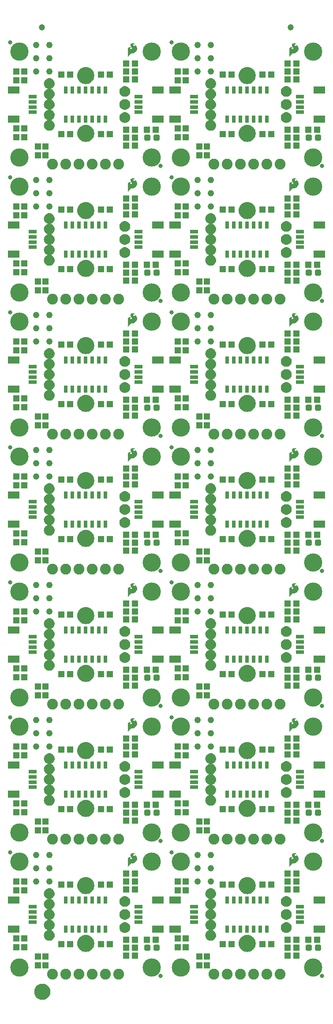
<source format=gts>
G75*
%MOIN*%
%OFA0B0*%
%FSLAX25Y25*%
%IPPOS*%
%LPD*%
%AMOC8*
5,1,8,0,0,1.08239X$1,22.5*
%
%ADD10C,0.13800*%
%ADD11C,0.03300*%
%ADD12R,0.08674X0.05524*%
%ADD13R,0.06115X0.03162*%
%ADD14C,0.08200*%
%ADD15R,0.05131X0.04737*%
%ADD16R,0.04737X0.05131*%
%ADD17R,0.03162X0.05524*%
%ADD18C,0.04808*%
%ADD19C,0.00500*%
%ADD20C,0.01990*%
%ADD21C,0.00300*%
%ADD22C,0.04737*%
%ADD23C,0.05000*%
%ADD24C,0.06706*%
D10*
X0038750Y0038750D03*
X0038750Y0118750D03*
X0038750Y0140750D03*
X0038750Y0220750D03*
X0038750Y0242750D03*
X0038750Y0322750D03*
X0038750Y0344750D03*
X0038750Y0424750D03*
X0038750Y0446750D03*
X0038750Y0526750D03*
X0038750Y0548750D03*
X0038750Y0628750D03*
X0038750Y0650750D03*
X0038750Y0730750D03*
X0138750Y0730750D03*
X0160750Y0730750D03*
X0160750Y0650750D03*
X0160750Y0628750D03*
X0138750Y0628750D03*
X0138750Y0650750D03*
X0138750Y0548750D03*
X0138750Y0526750D03*
X0160750Y0526750D03*
X0160750Y0548750D03*
X0160750Y0446750D03*
X0160750Y0424750D03*
X0138750Y0424750D03*
X0138750Y0446750D03*
X0138750Y0344750D03*
X0138750Y0322750D03*
X0160750Y0322750D03*
X0160750Y0344750D03*
X0160750Y0242750D03*
X0160750Y0220750D03*
X0138750Y0220750D03*
X0138750Y0242750D03*
X0138750Y0140750D03*
X0138750Y0118750D03*
X0160750Y0118750D03*
X0160750Y0140750D03*
X0160750Y0038750D03*
X0138750Y0038750D03*
X0260750Y0038750D03*
X0260750Y0118750D03*
X0260750Y0140750D03*
X0260750Y0220750D03*
X0260750Y0242750D03*
X0260750Y0322750D03*
X0260750Y0344750D03*
X0260750Y0424750D03*
X0260750Y0446750D03*
X0260750Y0526750D03*
X0260750Y0548750D03*
X0260750Y0628750D03*
X0260750Y0650750D03*
X0260750Y0730750D03*
D11*
X0267250Y0644250D03*
X0267250Y0542250D03*
X0267250Y0440250D03*
X0267250Y0338250D03*
X0267250Y0236250D03*
X0267250Y0134250D03*
X0267250Y0032250D03*
X0153750Y0125750D03*
X0145250Y0134250D03*
X0153750Y0227750D03*
X0145250Y0236250D03*
X0153750Y0329750D03*
X0145250Y0338250D03*
X0153750Y0431750D03*
X0145250Y0440250D03*
X0153750Y0533750D03*
X0145250Y0542250D03*
X0153750Y0635750D03*
X0145250Y0644250D03*
X0153750Y0737750D03*
X0031750Y0737750D03*
X0031750Y0635750D03*
X0031750Y0533750D03*
X0031750Y0431750D03*
X0031750Y0329750D03*
X0031750Y0227750D03*
X0031750Y0125750D03*
X0145250Y0032250D03*
D12*
X0143219Y0067726D03*
X0156281Y0067726D03*
X0156281Y0089774D03*
X0143219Y0089774D03*
X0143219Y0169726D03*
X0156281Y0169726D03*
X0156281Y0191774D03*
X0143219Y0191774D03*
X0143219Y0271726D03*
X0156281Y0271726D03*
X0156281Y0293774D03*
X0143219Y0293774D03*
X0143219Y0373726D03*
X0143219Y0395774D03*
X0156281Y0395774D03*
X0156281Y0373726D03*
X0156281Y0475726D03*
X0143219Y0475726D03*
X0143219Y0497774D03*
X0156281Y0497774D03*
X0156281Y0577726D03*
X0143219Y0577726D03*
X0143219Y0599774D03*
X0156281Y0599774D03*
X0156281Y0679726D03*
X0143219Y0679726D03*
X0143219Y0701774D03*
X0156281Y0701774D03*
X0265219Y0701774D03*
X0265219Y0679726D03*
X0265219Y0599774D03*
X0265219Y0577726D03*
X0265219Y0497774D03*
X0265219Y0475726D03*
X0265219Y0395774D03*
X0265219Y0373726D03*
X0265219Y0293774D03*
X0265219Y0271726D03*
X0265219Y0191774D03*
X0265219Y0169726D03*
X0265219Y0089774D03*
X0265219Y0067726D03*
X0034281Y0067726D03*
X0034281Y0089774D03*
X0034281Y0169726D03*
X0034281Y0191774D03*
X0034281Y0271726D03*
X0034281Y0293774D03*
X0034281Y0373726D03*
X0034281Y0395774D03*
X0034281Y0475726D03*
X0034281Y0497774D03*
X0034281Y0577726D03*
X0034281Y0599774D03*
X0034281Y0679726D03*
X0034281Y0701774D03*
D13*
X0048750Y0696656D03*
X0048750Y0692719D03*
X0048750Y0688781D03*
X0048750Y0684844D03*
X0048750Y0594656D03*
X0048750Y0590719D03*
X0048750Y0586781D03*
X0048750Y0582844D03*
X0048750Y0492656D03*
X0048750Y0488719D03*
X0048750Y0484781D03*
X0048750Y0480844D03*
X0048750Y0390656D03*
X0048750Y0386719D03*
X0048750Y0382781D03*
X0048750Y0378844D03*
X0048750Y0288656D03*
X0048750Y0284719D03*
X0048750Y0280781D03*
X0048750Y0276844D03*
X0048750Y0186656D03*
X0048750Y0182719D03*
X0048750Y0178781D03*
X0048750Y0174844D03*
X0048750Y0084656D03*
X0048750Y0080719D03*
X0048750Y0076781D03*
X0048750Y0072844D03*
X0128750Y0072844D03*
X0128750Y0076781D03*
X0128750Y0080719D03*
X0128750Y0084656D03*
X0170750Y0084656D03*
X0170750Y0080719D03*
X0170750Y0076781D03*
X0170750Y0072844D03*
X0170750Y0174844D03*
X0170750Y0178781D03*
X0170750Y0182719D03*
X0170750Y0186656D03*
X0128750Y0186656D03*
X0128750Y0182719D03*
X0128750Y0178781D03*
X0128750Y0174844D03*
X0128750Y0276844D03*
X0128750Y0280781D03*
X0128750Y0284719D03*
X0128750Y0288656D03*
X0170750Y0288656D03*
X0170750Y0284719D03*
X0170750Y0280781D03*
X0170750Y0276844D03*
X0170750Y0378844D03*
X0170750Y0382781D03*
X0170750Y0386719D03*
X0170750Y0390656D03*
X0128750Y0390656D03*
X0128750Y0386719D03*
X0128750Y0382781D03*
X0128750Y0378844D03*
X0128750Y0480844D03*
X0128750Y0484781D03*
X0128750Y0488719D03*
X0128750Y0492656D03*
X0170750Y0492656D03*
X0170750Y0488719D03*
X0170750Y0484781D03*
X0170750Y0480844D03*
X0170750Y0582844D03*
X0170750Y0586781D03*
X0170750Y0590719D03*
X0170750Y0594656D03*
X0128750Y0594656D03*
X0128750Y0590719D03*
X0128750Y0586781D03*
X0128750Y0582844D03*
X0128750Y0684844D03*
X0128750Y0688781D03*
X0128750Y0692719D03*
X0128750Y0696656D03*
X0170750Y0696656D03*
X0170750Y0692719D03*
X0170750Y0688781D03*
X0170750Y0684844D03*
X0250750Y0684844D03*
X0250750Y0688781D03*
X0250750Y0692719D03*
X0250750Y0696656D03*
X0250750Y0594656D03*
X0250750Y0590719D03*
X0250750Y0586781D03*
X0250750Y0582844D03*
X0250750Y0492656D03*
X0250750Y0488719D03*
X0250750Y0484781D03*
X0250750Y0480844D03*
X0250750Y0390656D03*
X0250750Y0386719D03*
X0250750Y0382781D03*
X0250750Y0378844D03*
X0250750Y0288656D03*
X0250750Y0284719D03*
X0250750Y0280781D03*
X0250750Y0276844D03*
X0250750Y0186656D03*
X0250750Y0182719D03*
X0250750Y0178781D03*
X0250750Y0174844D03*
X0250750Y0084656D03*
X0250750Y0080719D03*
X0250750Y0076781D03*
X0250750Y0072844D03*
D14*
X0235750Y0033750D03*
X0225750Y0033750D03*
X0215750Y0033750D03*
X0205750Y0033750D03*
X0195750Y0033750D03*
X0185750Y0033750D03*
X0185750Y0135750D03*
X0195750Y0135750D03*
X0205750Y0135750D03*
X0215750Y0135750D03*
X0225750Y0135750D03*
X0235750Y0135750D03*
X0235750Y0237750D03*
X0225750Y0237750D03*
X0215750Y0237750D03*
X0205750Y0237750D03*
X0195750Y0237750D03*
X0185750Y0237750D03*
X0185750Y0339750D03*
X0195750Y0339750D03*
X0205750Y0339750D03*
X0215750Y0339750D03*
X0225750Y0339750D03*
X0235750Y0339750D03*
X0235750Y0441750D03*
X0225750Y0441750D03*
X0215750Y0441750D03*
X0205750Y0441750D03*
X0195750Y0441750D03*
X0185750Y0441750D03*
X0185750Y0543750D03*
X0195750Y0543750D03*
X0205750Y0543750D03*
X0215750Y0543750D03*
X0225750Y0543750D03*
X0235750Y0543750D03*
X0235750Y0645750D03*
X0225750Y0645750D03*
X0215750Y0645750D03*
X0205750Y0645750D03*
X0195750Y0645750D03*
X0185750Y0645750D03*
X0113750Y0645750D03*
X0103750Y0645750D03*
X0093750Y0645750D03*
X0083750Y0645750D03*
X0073750Y0645750D03*
X0063750Y0645750D03*
X0063750Y0543750D03*
X0073750Y0543750D03*
X0083750Y0543750D03*
X0093750Y0543750D03*
X0103750Y0543750D03*
X0113750Y0543750D03*
X0113750Y0441750D03*
X0103750Y0441750D03*
X0093750Y0441750D03*
X0083750Y0441750D03*
X0073750Y0441750D03*
X0063750Y0441750D03*
X0063750Y0339750D03*
X0073750Y0339750D03*
X0083750Y0339750D03*
X0093750Y0339750D03*
X0103750Y0339750D03*
X0113750Y0339750D03*
X0113750Y0237750D03*
X0103750Y0237750D03*
X0093750Y0237750D03*
X0083750Y0237750D03*
X0073750Y0237750D03*
X0063750Y0237750D03*
X0063750Y0135750D03*
X0073750Y0135750D03*
X0083750Y0135750D03*
X0093750Y0135750D03*
X0103750Y0135750D03*
X0113750Y0135750D03*
X0113750Y0033750D03*
X0103750Y0033750D03*
X0093750Y0033750D03*
X0083750Y0033750D03*
X0073750Y0033750D03*
X0063750Y0033750D03*
D15*
X0070404Y0056250D03*
X0077096Y0056250D03*
X0100404Y0056250D03*
X0107096Y0056250D03*
X0119404Y0053750D03*
X0119404Y0047750D03*
X0126096Y0047750D03*
X0126096Y0053750D03*
X0126096Y0059750D03*
X0119404Y0059750D03*
X0134904Y0059750D03*
X0141596Y0059750D03*
X0126096Y0097750D03*
X0126096Y0103750D03*
X0126096Y0109750D03*
X0119404Y0109750D03*
X0119404Y0103750D03*
X0119404Y0097750D03*
X0107096Y0101250D03*
X0100404Y0101250D03*
X0077096Y0101250D03*
X0070404Y0101250D03*
X0070404Y0158250D03*
X0077096Y0158250D03*
X0100404Y0158250D03*
X0107096Y0158250D03*
X0119404Y0155750D03*
X0119404Y0161750D03*
X0119404Y0149750D03*
X0126096Y0149750D03*
X0126096Y0155750D03*
X0126096Y0161750D03*
X0134904Y0161750D03*
X0141596Y0161750D03*
X0126096Y0199750D03*
X0126096Y0205750D03*
X0126096Y0211750D03*
X0119404Y0211750D03*
X0119404Y0205750D03*
X0119404Y0199750D03*
X0107096Y0203250D03*
X0100404Y0203250D03*
X0077096Y0203250D03*
X0070404Y0203250D03*
X0070404Y0260250D03*
X0077096Y0260250D03*
X0077096Y0305250D03*
X0070404Y0305250D03*
X0070404Y0362250D03*
X0077096Y0362250D03*
X0100404Y0362250D03*
X0107096Y0362250D03*
X0119404Y0359750D03*
X0119404Y0353750D03*
X0126096Y0353750D03*
X0126096Y0359750D03*
X0126096Y0365750D03*
X0119404Y0365750D03*
X0119404Y0403750D03*
X0119404Y0409750D03*
X0119404Y0415750D03*
X0126096Y0415750D03*
X0126096Y0409750D03*
X0126096Y0403750D03*
X0134904Y0365750D03*
X0141596Y0365750D03*
X0126096Y0313750D03*
X0126096Y0307750D03*
X0126096Y0301750D03*
X0119404Y0301750D03*
X0119404Y0307750D03*
X0119404Y0313750D03*
X0107096Y0305250D03*
X0100404Y0305250D03*
X0100404Y0260250D03*
X0107096Y0260250D03*
X0119404Y0257750D03*
X0119404Y0251750D03*
X0119404Y0263750D03*
X0126096Y0263750D03*
X0126096Y0257750D03*
X0126096Y0251750D03*
X0134904Y0263750D03*
X0141596Y0263750D03*
X0192404Y0260250D03*
X0199096Y0260250D03*
X0199096Y0305250D03*
X0192404Y0305250D03*
X0192404Y0362250D03*
X0199096Y0362250D03*
X0222404Y0362250D03*
X0229096Y0362250D03*
X0241404Y0359750D03*
X0241404Y0353750D03*
X0248096Y0353750D03*
X0248096Y0359750D03*
X0248096Y0365750D03*
X0241404Y0365750D03*
X0256904Y0365750D03*
X0263596Y0365750D03*
X0248096Y0403750D03*
X0248096Y0409750D03*
X0248096Y0415750D03*
X0241404Y0415750D03*
X0241404Y0409750D03*
X0241404Y0403750D03*
X0229096Y0407250D03*
X0222404Y0407250D03*
X0199096Y0407250D03*
X0192404Y0407250D03*
X0192404Y0464250D03*
X0199096Y0464250D03*
X0199096Y0509250D03*
X0192404Y0509250D03*
X0192404Y0566250D03*
X0199096Y0566250D03*
X0222404Y0566250D03*
X0229096Y0566250D03*
X0241404Y0563750D03*
X0241404Y0557750D03*
X0248096Y0557750D03*
X0248096Y0563750D03*
X0248096Y0569750D03*
X0241404Y0569750D03*
X0256904Y0569750D03*
X0263596Y0569750D03*
X0248096Y0607750D03*
X0248096Y0613750D03*
X0248096Y0619750D03*
X0241404Y0619750D03*
X0241404Y0613750D03*
X0241404Y0607750D03*
X0229096Y0611250D03*
X0222404Y0611250D03*
X0199096Y0611250D03*
X0192404Y0611250D03*
X0192404Y0668250D03*
X0199096Y0668250D03*
X0222404Y0668250D03*
X0229096Y0668250D03*
X0241404Y0665750D03*
X0241404Y0659750D03*
X0248096Y0659750D03*
X0248096Y0665750D03*
X0248096Y0671750D03*
X0241404Y0671750D03*
X0256904Y0671750D03*
X0263596Y0671750D03*
X0248096Y0709750D03*
X0248096Y0715750D03*
X0248096Y0721750D03*
X0241404Y0721750D03*
X0241404Y0715750D03*
X0241404Y0709750D03*
X0229096Y0713250D03*
X0222404Y0713250D03*
X0199096Y0713250D03*
X0192404Y0713250D03*
X0141596Y0671750D03*
X0134904Y0671750D03*
X0126096Y0671750D03*
X0126096Y0665750D03*
X0126096Y0659750D03*
X0119404Y0659750D03*
X0119404Y0665750D03*
X0119404Y0671750D03*
X0107096Y0668250D03*
X0100404Y0668250D03*
X0119404Y0709750D03*
X0119404Y0715750D03*
X0119404Y0721750D03*
X0126096Y0721750D03*
X0126096Y0715750D03*
X0126096Y0709750D03*
X0107096Y0713250D03*
X0100404Y0713250D03*
X0077096Y0713250D03*
X0070404Y0713250D03*
X0070404Y0668250D03*
X0077096Y0668250D03*
X0077096Y0611250D03*
X0070404Y0611250D03*
X0070404Y0566250D03*
X0077096Y0566250D03*
X0100404Y0566250D03*
X0107096Y0566250D03*
X0119404Y0563750D03*
X0119404Y0557750D03*
X0126096Y0557750D03*
X0126096Y0563750D03*
X0126096Y0569750D03*
X0119404Y0569750D03*
X0134904Y0569750D03*
X0141596Y0569750D03*
X0126096Y0607750D03*
X0126096Y0613750D03*
X0126096Y0619750D03*
X0119404Y0619750D03*
X0119404Y0613750D03*
X0119404Y0607750D03*
X0107096Y0611250D03*
X0100404Y0611250D03*
X0119404Y0517750D03*
X0119404Y0511750D03*
X0119404Y0505750D03*
X0126096Y0505750D03*
X0126096Y0511750D03*
X0126096Y0517750D03*
X0107096Y0509250D03*
X0100404Y0509250D03*
X0100404Y0464250D03*
X0107096Y0464250D03*
X0119404Y0461750D03*
X0119404Y0467750D03*
X0119404Y0455750D03*
X0126096Y0455750D03*
X0126096Y0461750D03*
X0126096Y0467750D03*
X0134904Y0467750D03*
X0141596Y0467750D03*
X0107096Y0407250D03*
X0100404Y0407250D03*
X0077096Y0407250D03*
X0070404Y0407250D03*
X0070404Y0464250D03*
X0077096Y0464250D03*
X0077096Y0509250D03*
X0070404Y0509250D03*
X0192404Y0203250D03*
X0199096Y0203250D03*
X0222404Y0203250D03*
X0229096Y0203250D03*
X0241404Y0205750D03*
X0241404Y0199750D03*
X0248096Y0199750D03*
X0248096Y0205750D03*
X0248096Y0211750D03*
X0241404Y0211750D03*
X0241404Y0251750D03*
X0241404Y0257750D03*
X0241404Y0263750D03*
X0248096Y0263750D03*
X0248096Y0257750D03*
X0248096Y0251750D03*
X0256904Y0263750D03*
X0263596Y0263750D03*
X0248096Y0301750D03*
X0248096Y0307750D03*
X0248096Y0313750D03*
X0241404Y0313750D03*
X0241404Y0307750D03*
X0241404Y0301750D03*
X0229096Y0305250D03*
X0222404Y0305250D03*
X0222404Y0260250D03*
X0229096Y0260250D03*
X0241404Y0161750D03*
X0241404Y0155750D03*
X0241404Y0149750D03*
X0248096Y0149750D03*
X0248096Y0155750D03*
X0248096Y0161750D03*
X0256904Y0161750D03*
X0263596Y0161750D03*
X0248096Y0109750D03*
X0248096Y0103750D03*
X0248096Y0097750D03*
X0241404Y0097750D03*
X0241404Y0103750D03*
X0241404Y0109750D03*
X0229096Y0101250D03*
X0222404Y0101250D03*
X0241404Y0059750D03*
X0241404Y0053750D03*
X0241404Y0047750D03*
X0248096Y0047750D03*
X0248096Y0053750D03*
X0248096Y0059750D03*
X0256904Y0059750D03*
X0263596Y0059750D03*
X0229096Y0056250D03*
X0222404Y0056250D03*
X0199096Y0056250D03*
X0192404Y0056250D03*
X0192404Y0101250D03*
X0199096Y0101250D03*
X0199096Y0158250D03*
X0192404Y0158250D03*
X0222404Y0158250D03*
X0229096Y0158250D03*
X0241404Y0455750D03*
X0241404Y0461750D03*
X0241404Y0467750D03*
X0248096Y0467750D03*
X0248096Y0461750D03*
X0248096Y0455750D03*
X0256904Y0467750D03*
X0263596Y0467750D03*
X0248096Y0505750D03*
X0248096Y0511750D03*
X0248096Y0517750D03*
X0241404Y0517750D03*
X0241404Y0511750D03*
X0241404Y0505750D03*
X0229096Y0509250D03*
X0222404Y0509250D03*
X0222404Y0464250D03*
X0229096Y0464250D03*
D16*
X0036250Y0053904D03*
X0036250Y0060596D03*
X0042250Y0060596D03*
X0042250Y0053904D03*
X0052750Y0047096D03*
X0058250Y0047096D03*
X0058250Y0040404D03*
X0052750Y0040404D03*
X0042250Y0096904D03*
X0042250Y0103596D03*
X0036250Y0103596D03*
X0036250Y0096904D03*
X0052750Y0142404D03*
X0058250Y0142404D03*
X0058250Y0149096D03*
X0052750Y0149096D03*
X0042250Y0155904D03*
X0042250Y0162596D03*
X0036250Y0162596D03*
X0036250Y0155904D03*
X0036250Y0198904D03*
X0036250Y0205596D03*
X0042250Y0205596D03*
X0042250Y0198904D03*
X0052750Y0244404D03*
X0058250Y0244404D03*
X0058250Y0251096D03*
X0052750Y0251096D03*
X0042250Y0257904D03*
X0042250Y0264596D03*
X0036250Y0264596D03*
X0036250Y0257904D03*
X0036250Y0300904D03*
X0036250Y0307596D03*
X0042250Y0307596D03*
X0042250Y0300904D03*
X0052750Y0346404D03*
X0058250Y0346404D03*
X0058250Y0353096D03*
X0052750Y0353096D03*
X0042250Y0359904D03*
X0042250Y0366596D03*
X0036250Y0366596D03*
X0036250Y0359904D03*
X0036250Y0402904D03*
X0036250Y0409596D03*
X0042250Y0409596D03*
X0042250Y0402904D03*
X0052750Y0448404D03*
X0058250Y0448404D03*
X0058250Y0455096D03*
X0052750Y0455096D03*
X0042250Y0461904D03*
X0042250Y0468596D03*
X0036250Y0468596D03*
X0036250Y0461904D03*
X0036250Y0504904D03*
X0036250Y0511596D03*
X0042250Y0511596D03*
X0042250Y0504904D03*
X0052750Y0550404D03*
X0058250Y0550404D03*
X0058250Y0557096D03*
X0052750Y0557096D03*
X0042250Y0563904D03*
X0042250Y0570596D03*
X0036250Y0570596D03*
X0036250Y0563904D03*
X0036250Y0606904D03*
X0036250Y0613596D03*
X0042250Y0613596D03*
X0042250Y0606904D03*
X0052750Y0652404D03*
X0058250Y0652404D03*
X0058250Y0659096D03*
X0052750Y0659096D03*
X0042250Y0665904D03*
X0042250Y0672596D03*
X0036250Y0672596D03*
X0036250Y0665904D03*
X0036250Y0708904D03*
X0036250Y0715596D03*
X0042250Y0715596D03*
X0042250Y0708904D03*
X0158250Y0708904D03*
X0164250Y0708904D03*
X0164250Y0715596D03*
X0158250Y0715596D03*
X0158250Y0672596D03*
X0164250Y0672596D03*
X0164250Y0665904D03*
X0158250Y0665904D03*
X0174750Y0659096D03*
X0174750Y0652404D03*
X0180250Y0652404D03*
X0180250Y0659096D03*
X0164250Y0613596D03*
X0158250Y0613596D03*
X0158250Y0606904D03*
X0164250Y0606904D03*
X0164250Y0570596D03*
X0158250Y0570596D03*
X0158250Y0563904D03*
X0164250Y0563904D03*
X0174750Y0557096D03*
X0174750Y0550404D03*
X0180250Y0550404D03*
X0180250Y0557096D03*
X0164250Y0511596D03*
X0158250Y0511596D03*
X0158250Y0504904D03*
X0164250Y0504904D03*
X0164250Y0468596D03*
X0158250Y0468596D03*
X0158250Y0461904D03*
X0164250Y0461904D03*
X0174750Y0455096D03*
X0174750Y0448404D03*
X0180250Y0448404D03*
X0180250Y0455096D03*
X0164250Y0409596D03*
X0158250Y0409596D03*
X0158250Y0402904D03*
X0164250Y0402904D03*
X0164250Y0366596D03*
X0158250Y0366596D03*
X0158250Y0359904D03*
X0164250Y0359904D03*
X0174750Y0353096D03*
X0174750Y0346404D03*
X0180250Y0346404D03*
X0180250Y0353096D03*
X0164250Y0307596D03*
X0158250Y0307596D03*
X0158250Y0300904D03*
X0164250Y0300904D03*
X0164250Y0264596D03*
X0158250Y0264596D03*
X0158250Y0257904D03*
X0164250Y0257904D03*
X0174750Y0251096D03*
X0174750Y0244404D03*
X0180250Y0244404D03*
X0180250Y0251096D03*
X0164250Y0205596D03*
X0158250Y0205596D03*
X0158250Y0198904D03*
X0164250Y0198904D03*
X0164250Y0162596D03*
X0158250Y0162596D03*
X0158250Y0155904D03*
X0164250Y0155904D03*
X0174750Y0149096D03*
X0174750Y0142404D03*
X0180250Y0142404D03*
X0180250Y0149096D03*
X0164250Y0103596D03*
X0158250Y0103596D03*
X0158250Y0096904D03*
X0164250Y0096904D03*
X0164250Y0060596D03*
X0158250Y0060596D03*
X0158250Y0053904D03*
X0164250Y0053904D03*
X0174750Y0047096D03*
X0174750Y0040404D03*
X0180250Y0040404D03*
X0180250Y0047096D03*
D17*
X0195750Y0067726D03*
X0200750Y0067726D03*
X0205750Y0067726D03*
X0210750Y0067726D03*
X0215750Y0067726D03*
X0220750Y0067726D03*
X0225750Y0067726D03*
X0225750Y0089774D03*
X0220750Y0089774D03*
X0215750Y0089774D03*
X0210750Y0089774D03*
X0205750Y0089774D03*
X0200750Y0089774D03*
X0195750Y0089774D03*
X0195750Y0169726D03*
X0200750Y0169726D03*
X0205750Y0169726D03*
X0210750Y0169726D03*
X0215750Y0169726D03*
X0220750Y0169726D03*
X0225750Y0169726D03*
X0225750Y0191774D03*
X0220750Y0191774D03*
X0215750Y0191774D03*
X0210750Y0191774D03*
X0205750Y0191774D03*
X0200750Y0191774D03*
X0195750Y0191774D03*
X0195750Y0271726D03*
X0200750Y0271726D03*
X0205750Y0271726D03*
X0210750Y0271726D03*
X0215750Y0271726D03*
X0220750Y0271726D03*
X0225750Y0271726D03*
X0225750Y0293774D03*
X0220750Y0293774D03*
X0215750Y0293774D03*
X0210750Y0293774D03*
X0205750Y0293774D03*
X0200750Y0293774D03*
X0195750Y0293774D03*
X0195750Y0373726D03*
X0200750Y0373726D03*
X0205750Y0373726D03*
X0210750Y0373726D03*
X0215750Y0373726D03*
X0220750Y0373726D03*
X0225750Y0373726D03*
X0225750Y0395774D03*
X0220750Y0395774D03*
X0215750Y0395774D03*
X0210750Y0395774D03*
X0205750Y0395774D03*
X0200750Y0395774D03*
X0195750Y0395774D03*
X0195750Y0475726D03*
X0200750Y0475726D03*
X0205750Y0475726D03*
X0210750Y0475726D03*
X0215750Y0475726D03*
X0220750Y0475726D03*
X0225750Y0475726D03*
X0225750Y0497774D03*
X0220750Y0497774D03*
X0215750Y0497774D03*
X0210750Y0497774D03*
X0205750Y0497774D03*
X0200750Y0497774D03*
X0195750Y0497774D03*
X0195750Y0577726D03*
X0200750Y0577726D03*
X0205750Y0577726D03*
X0210750Y0577726D03*
X0215750Y0577726D03*
X0220750Y0577726D03*
X0225750Y0577726D03*
X0225750Y0599774D03*
X0220750Y0599774D03*
X0215750Y0599774D03*
X0210750Y0599774D03*
X0205750Y0599774D03*
X0200750Y0599774D03*
X0195750Y0599774D03*
X0195750Y0679726D03*
X0200750Y0679726D03*
X0205750Y0679726D03*
X0210750Y0679726D03*
X0215750Y0679726D03*
X0220750Y0679726D03*
X0225750Y0679726D03*
X0225750Y0701774D03*
X0220750Y0701774D03*
X0215750Y0701774D03*
X0210750Y0701774D03*
X0205750Y0701774D03*
X0200750Y0701774D03*
X0195750Y0701774D03*
X0103750Y0701774D03*
X0098750Y0701774D03*
X0093750Y0701774D03*
X0088750Y0701774D03*
X0083750Y0701774D03*
X0078750Y0701774D03*
X0073750Y0701774D03*
X0073750Y0679726D03*
X0078750Y0679726D03*
X0083750Y0679726D03*
X0088750Y0679726D03*
X0093750Y0679726D03*
X0098750Y0679726D03*
X0103750Y0679726D03*
X0103750Y0599774D03*
X0098750Y0599774D03*
X0093750Y0599774D03*
X0088750Y0599774D03*
X0083750Y0599774D03*
X0078750Y0599774D03*
X0073750Y0599774D03*
X0073750Y0577726D03*
X0078750Y0577726D03*
X0083750Y0577726D03*
X0088750Y0577726D03*
X0093750Y0577726D03*
X0098750Y0577726D03*
X0103750Y0577726D03*
X0103750Y0497774D03*
X0098750Y0497774D03*
X0093750Y0497774D03*
X0088750Y0497774D03*
X0083750Y0497774D03*
X0078750Y0497774D03*
X0073750Y0497774D03*
X0073750Y0475726D03*
X0078750Y0475726D03*
X0083750Y0475726D03*
X0088750Y0475726D03*
X0093750Y0475726D03*
X0098750Y0475726D03*
X0103750Y0475726D03*
X0103750Y0395774D03*
X0098750Y0395774D03*
X0093750Y0395774D03*
X0088750Y0395774D03*
X0083750Y0395774D03*
X0078750Y0395774D03*
X0073750Y0395774D03*
X0073750Y0373726D03*
X0078750Y0373726D03*
X0083750Y0373726D03*
X0088750Y0373726D03*
X0093750Y0373726D03*
X0098750Y0373726D03*
X0103750Y0373726D03*
X0103750Y0293774D03*
X0098750Y0293774D03*
X0093750Y0293774D03*
X0088750Y0293774D03*
X0083750Y0293774D03*
X0078750Y0293774D03*
X0073750Y0293774D03*
X0073750Y0271726D03*
X0078750Y0271726D03*
X0083750Y0271726D03*
X0088750Y0271726D03*
X0093750Y0271726D03*
X0098750Y0271726D03*
X0103750Y0271726D03*
X0103750Y0191774D03*
X0098750Y0191774D03*
X0093750Y0191774D03*
X0088750Y0191774D03*
X0083750Y0191774D03*
X0078750Y0191774D03*
X0073750Y0191774D03*
X0073750Y0169726D03*
X0078750Y0169726D03*
X0083750Y0169726D03*
X0088750Y0169726D03*
X0093750Y0169726D03*
X0098750Y0169726D03*
X0103750Y0169726D03*
X0103750Y0089774D03*
X0098750Y0089774D03*
X0093750Y0089774D03*
X0088750Y0089774D03*
X0083750Y0089774D03*
X0078750Y0089774D03*
X0073750Y0089774D03*
X0073750Y0067726D03*
X0078750Y0067726D03*
X0083750Y0067726D03*
X0088750Y0067726D03*
X0093750Y0067726D03*
X0098750Y0067726D03*
X0103750Y0067726D03*
D18*
X0061250Y0103750D03*
X0061250Y0113750D03*
X0061250Y0123750D03*
X0051250Y0123750D03*
X0051250Y0113750D03*
X0051250Y0103750D03*
X0051250Y0205750D03*
X0051250Y0215750D03*
X0051250Y0225750D03*
X0061250Y0225750D03*
X0061250Y0215750D03*
X0061250Y0205750D03*
X0061250Y0307750D03*
X0061250Y0317750D03*
X0061250Y0327750D03*
X0051250Y0327750D03*
X0051250Y0317750D03*
X0051250Y0307750D03*
X0051250Y0409750D03*
X0051250Y0419750D03*
X0051250Y0429750D03*
X0061250Y0429750D03*
X0061250Y0419750D03*
X0061250Y0409750D03*
X0061250Y0511750D03*
X0061250Y0521750D03*
X0061250Y0531750D03*
X0051250Y0531750D03*
X0051250Y0521750D03*
X0051250Y0511750D03*
X0051250Y0613750D03*
X0051250Y0623750D03*
X0051250Y0633750D03*
X0061250Y0633750D03*
X0061250Y0623750D03*
X0061250Y0613750D03*
X0061250Y0715750D03*
X0061250Y0725750D03*
X0061250Y0735750D03*
X0051250Y0735750D03*
X0051250Y0725750D03*
X0051250Y0715750D03*
X0173250Y0715750D03*
X0173250Y0725750D03*
X0173250Y0735750D03*
X0183250Y0735750D03*
X0183250Y0725750D03*
X0183250Y0715750D03*
X0183250Y0633750D03*
X0183250Y0623750D03*
X0183250Y0613750D03*
X0173250Y0613750D03*
X0173250Y0623750D03*
X0173250Y0633750D03*
X0173250Y0531750D03*
X0173250Y0521750D03*
X0173250Y0511750D03*
X0183250Y0511750D03*
X0183250Y0521750D03*
X0183250Y0531750D03*
X0183250Y0429750D03*
X0183250Y0419750D03*
X0183250Y0409750D03*
X0173250Y0409750D03*
X0173250Y0419750D03*
X0173250Y0429750D03*
X0173250Y0327750D03*
X0173250Y0317750D03*
X0173250Y0307750D03*
X0183250Y0307750D03*
X0183250Y0317750D03*
X0183250Y0327750D03*
X0183250Y0225750D03*
X0183250Y0215750D03*
X0183250Y0205750D03*
X0173250Y0205750D03*
X0173250Y0215750D03*
X0173250Y0225750D03*
X0173250Y0123750D03*
X0173250Y0113750D03*
X0173250Y0103750D03*
X0183250Y0103750D03*
X0183250Y0113750D03*
X0183250Y0123750D03*
D19*
X0183191Y0098238D02*
X0182541Y0098181D01*
X0181912Y0098013D01*
X0181321Y0097737D01*
X0180787Y0097363D01*
X0180326Y0096902D01*
X0179952Y0096368D01*
X0179676Y0095777D01*
X0179508Y0095148D01*
X0179451Y0094498D01*
X0179508Y0093849D01*
X0179676Y0093219D01*
X0179952Y0092628D01*
X0180326Y0092094D01*
X0180787Y0091633D01*
X0181321Y0091259D01*
X0181912Y0090983D01*
X0182541Y0090815D01*
X0183191Y0090758D01*
X0183840Y0090815D01*
X0184470Y0090983D01*
X0185061Y0091259D01*
X0185595Y0091633D01*
X0186056Y0092094D01*
X0186430Y0092628D01*
X0186706Y0093219D01*
X0186874Y0093849D01*
X0186931Y0094498D01*
X0186874Y0095148D01*
X0186706Y0095777D01*
X0186430Y0096368D01*
X0186056Y0096902D01*
X0185595Y0097363D01*
X0185061Y0097737D01*
X0184470Y0098013D01*
X0183840Y0098181D01*
X0183191Y0098238D01*
X0182025Y0098043D02*
X0184357Y0098043D01*
X0185336Y0097545D02*
X0181046Y0097545D01*
X0180470Y0097046D02*
X0185912Y0097046D01*
X0186304Y0096548D02*
X0180077Y0096548D01*
X0179803Y0096049D02*
X0186579Y0096049D01*
X0186766Y0095551D02*
X0179616Y0095551D01*
X0179499Y0095052D02*
X0186883Y0095052D01*
X0186926Y0094553D02*
X0179456Y0094553D01*
X0179490Y0094055D02*
X0186892Y0094055D01*
X0186796Y0093556D02*
X0179586Y0093556D01*
X0179751Y0093058D02*
X0186631Y0093058D01*
X0186382Y0092559D02*
X0180000Y0092559D01*
X0180359Y0092061D02*
X0186023Y0092061D01*
X0185494Y0091562D02*
X0180887Y0091562D01*
X0181739Y0091064D02*
X0184643Y0091064D01*
X0184470Y0090139D02*
X0185061Y0089863D01*
X0185595Y0089489D01*
X0186056Y0089028D01*
X0186430Y0088494D01*
X0186706Y0087903D01*
X0186874Y0087273D01*
X0186931Y0086624D01*
X0186874Y0085975D01*
X0186706Y0085345D01*
X0186430Y0084754D01*
X0186056Y0084220D01*
X0185595Y0083759D01*
X0185061Y0083385D01*
X0184470Y0083109D01*
X0183840Y0082941D01*
X0183191Y0082884D01*
X0182541Y0082941D01*
X0181912Y0083109D01*
X0181321Y0083385D01*
X0180787Y0083759D01*
X0180326Y0084220D01*
X0179952Y0084754D01*
X0179676Y0085345D01*
X0179508Y0085975D01*
X0179451Y0086624D01*
X0179508Y0087273D01*
X0179676Y0087903D01*
X0179952Y0088494D01*
X0180326Y0089028D01*
X0180787Y0089489D01*
X0181321Y0089863D01*
X0181912Y0090139D01*
X0182541Y0090307D01*
X0183191Y0090364D01*
X0183840Y0090307D01*
X0184470Y0090139D01*
X0184624Y0090067D02*
X0181758Y0090067D01*
X0180900Y0089568D02*
X0185482Y0089568D01*
X0186014Y0089070D02*
X0180368Y0089070D01*
X0180006Y0088571D02*
X0186376Y0088571D01*
X0186626Y0088073D02*
X0179755Y0088073D01*
X0179588Y0087574D02*
X0186794Y0087574D01*
X0186892Y0087076D02*
X0179490Y0087076D01*
X0179455Y0086577D02*
X0186927Y0086577D01*
X0186883Y0086079D02*
X0179498Y0086079D01*
X0179613Y0085580D02*
X0186769Y0085580D01*
X0186583Y0085082D02*
X0179799Y0085082D01*
X0180071Y0084583D02*
X0186311Y0084583D01*
X0185921Y0084085D02*
X0180461Y0084085D01*
X0181033Y0083586D02*
X0185349Y0083586D01*
X0184389Y0083088D02*
X0181993Y0083088D01*
X0181912Y0082265D02*
X0182541Y0082433D01*
X0183191Y0082490D01*
X0183840Y0082433D01*
X0184470Y0082265D01*
X0185061Y0081989D01*
X0185595Y0081615D01*
X0186056Y0081154D01*
X0186430Y0080620D01*
X0186706Y0080029D01*
X0186874Y0079399D01*
X0186931Y0078750D01*
X0186874Y0078101D01*
X0186706Y0077471D01*
X0186430Y0076880D01*
X0186056Y0076346D01*
X0185595Y0075885D01*
X0185061Y0075511D01*
X0184470Y0075235D01*
X0183840Y0075067D01*
X0183191Y0075010D01*
X0182541Y0075067D01*
X0181912Y0075235D01*
X0181321Y0075511D01*
X0180787Y0075885D01*
X0180326Y0076346D01*
X0179952Y0076880D01*
X0179676Y0077471D01*
X0179508Y0078101D01*
X0179451Y0078750D01*
X0179508Y0079399D01*
X0179676Y0080029D01*
X0179952Y0080620D01*
X0180326Y0081154D01*
X0180787Y0081615D01*
X0181321Y0081989D01*
X0181912Y0082265D01*
X0181539Y0082091D02*
X0184843Y0082091D01*
X0185618Y0081592D02*
X0180764Y0081592D01*
X0180283Y0081094D02*
X0186098Y0081094D01*
X0186442Y0080595D02*
X0179940Y0080595D01*
X0179708Y0080097D02*
X0186674Y0080097D01*
X0186821Y0079598D02*
X0179561Y0079598D01*
X0179481Y0079100D02*
X0186901Y0079100D01*
X0186918Y0078601D02*
X0179464Y0078601D01*
X0179507Y0078103D02*
X0186874Y0078103D01*
X0186741Y0077604D02*
X0179641Y0077604D01*
X0179847Y0077106D02*
X0186535Y0077106D01*
X0186239Y0076607D02*
X0180143Y0076607D01*
X0180563Y0076109D02*
X0185819Y0076109D01*
X0185203Y0075610D02*
X0181179Y0075610D01*
X0182374Y0075112D02*
X0184008Y0075112D01*
X0183840Y0074559D02*
X0184470Y0074391D01*
X0185061Y0074115D01*
X0185595Y0073741D01*
X0186056Y0073280D01*
X0186430Y0072746D01*
X0186706Y0072155D01*
X0186874Y0071525D01*
X0186931Y0070876D01*
X0186874Y0070227D01*
X0186706Y0069597D01*
X0186430Y0069006D01*
X0186056Y0068472D01*
X0185595Y0068011D01*
X0185061Y0067637D01*
X0184470Y0067361D01*
X0183840Y0067193D01*
X0183191Y0067136D01*
X0182541Y0067193D01*
X0181912Y0067361D01*
X0181321Y0067637D01*
X0180787Y0068011D01*
X0180326Y0068472D01*
X0179952Y0069006D01*
X0179676Y0069597D01*
X0179508Y0070227D01*
X0179451Y0070876D01*
X0179508Y0071525D01*
X0179676Y0072155D01*
X0179952Y0072746D01*
X0180326Y0073280D01*
X0180787Y0073741D01*
X0181321Y0074115D01*
X0181912Y0074391D01*
X0182541Y0074559D01*
X0183191Y0074616D01*
X0183840Y0074559D01*
X0183226Y0074613D02*
X0183155Y0074613D01*
X0181320Y0074115D02*
X0185062Y0074115D01*
X0185720Y0073616D02*
X0180662Y0073616D01*
X0180212Y0073118D02*
X0186170Y0073118D01*
X0186489Y0072619D02*
X0179893Y0072619D01*
X0179667Y0072120D02*
X0186715Y0072120D01*
X0186848Y0071622D02*
X0179533Y0071622D01*
X0179472Y0071123D02*
X0186909Y0071123D01*
X0186909Y0070625D02*
X0179473Y0070625D01*
X0179534Y0070126D02*
X0186847Y0070126D01*
X0186714Y0069628D02*
X0179668Y0069628D01*
X0179894Y0069129D02*
X0186488Y0069129D01*
X0186167Y0068631D02*
X0180214Y0068631D01*
X0180665Y0068132D02*
X0185717Y0068132D01*
X0185055Y0067634D02*
X0181327Y0067634D01*
X0181912Y0066517D02*
X0182541Y0066685D01*
X0183191Y0066742D01*
X0183840Y0066685D01*
X0184470Y0066517D01*
X0185061Y0066241D01*
X0185595Y0065867D01*
X0186056Y0065406D01*
X0186430Y0064872D01*
X0186706Y0064281D01*
X0186874Y0063651D01*
X0186931Y0063002D01*
X0186874Y0062352D01*
X0186706Y0061723D01*
X0186430Y0061132D01*
X0186056Y0060598D01*
X0185595Y0060137D01*
X0185061Y0059763D01*
X0184470Y0059487D01*
X0183840Y0059319D01*
X0183191Y0059262D01*
X0182541Y0059319D01*
X0181912Y0059487D01*
X0181321Y0059763D01*
X0180787Y0060137D01*
X0180326Y0060598D01*
X0179952Y0061132D01*
X0179676Y0061723D01*
X0179508Y0062352D01*
X0179451Y0063002D01*
X0179508Y0063651D01*
X0179676Y0064281D01*
X0179952Y0064872D01*
X0180326Y0065406D01*
X0180787Y0065867D01*
X0181321Y0066241D01*
X0181912Y0066517D01*
X0182361Y0066637D02*
X0184021Y0066637D01*
X0185208Y0066138D02*
X0181174Y0066138D01*
X0180560Y0065640D02*
X0185822Y0065640D01*
X0186241Y0065141D02*
X0180140Y0065141D01*
X0179845Y0064643D02*
X0186537Y0064643D01*
X0186742Y0064144D02*
X0179640Y0064144D01*
X0179507Y0063646D02*
X0186875Y0063646D01*
X0186918Y0063147D02*
X0179463Y0063147D01*
X0179482Y0062649D02*
X0186900Y0062649D01*
X0186820Y0062150D02*
X0179562Y0062150D01*
X0179709Y0061652D02*
X0186672Y0061652D01*
X0186440Y0061153D02*
X0179942Y0061153D01*
X0180286Y0060655D02*
X0186096Y0060655D01*
X0185614Y0060156D02*
X0180767Y0060156D01*
X0181546Y0059658D02*
X0184835Y0059658D01*
X0204723Y0057854D02*
X0204648Y0056900D01*
X0204723Y0055945D01*
X0204946Y0055014D01*
X0205313Y0054129D01*
X0205813Y0053313D01*
X0206435Y0052585D01*
X0207163Y0051963D01*
X0207980Y0051462D01*
X0208864Y0051096D01*
X0209795Y0050872D01*
X0210750Y0050797D01*
X0211705Y0050872D01*
X0212636Y0051096D01*
X0213520Y0051462D01*
X0214337Y0051963D01*
X0215065Y0052585D01*
X0215687Y0053313D01*
X0216187Y0054129D01*
X0216554Y0055014D01*
X0216777Y0055945D01*
X0216852Y0056900D01*
X0216777Y0057854D01*
X0216554Y0058785D01*
X0216187Y0059670D01*
X0215687Y0060486D01*
X0215065Y0061215D01*
X0214337Y0061837D01*
X0213520Y0062337D01*
X0212636Y0062703D01*
X0211705Y0062927D01*
X0210750Y0063002D01*
X0209795Y0062927D01*
X0208864Y0062703D01*
X0207980Y0062337D01*
X0207163Y0061837D01*
X0206435Y0061215D01*
X0205813Y0060486D01*
X0205313Y0059670D01*
X0204946Y0058785D01*
X0204723Y0057854D01*
X0204708Y0057664D02*
X0216792Y0057664D01*
X0216831Y0057165D02*
X0204669Y0057165D01*
X0204666Y0056667D02*
X0216834Y0056667D01*
X0216795Y0056168D02*
X0204705Y0056168D01*
X0204789Y0055670D02*
X0216711Y0055670D01*
X0216591Y0055171D02*
X0204909Y0055171D01*
X0205088Y0054673D02*
X0216412Y0054673D01*
X0216206Y0054174D02*
X0205294Y0054174D01*
X0205591Y0053676D02*
X0215909Y0053676D01*
X0215571Y0053177D02*
X0205929Y0053177D01*
X0206355Y0052679D02*
X0215145Y0052679D01*
X0214591Y0052180D02*
X0206909Y0052180D01*
X0207622Y0051682D02*
X0213878Y0051682D01*
X0212846Y0051183D02*
X0208654Y0051183D01*
X0204797Y0058162D02*
X0216703Y0058162D01*
X0216584Y0058661D02*
X0204916Y0058661D01*
X0205101Y0059159D02*
X0216399Y0059159D01*
X0216192Y0059658D02*
X0205308Y0059658D01*
X0205611Y0060156D02*
X0215889Y0060156D01*
X0215543Y0060655D02*
X0205957Y0060655D01*
X0206383Y0061153D02*
X0215117Y0061153D01*
X0214553Y0061652D02*
X0206947Y0061652D01*
X0207675Y0062150D02*
X0213825Y0062150D01*
X0212767Y0062649D02*
X0208733Y0062649D01*
X0210750Y0094498D02*
X0211705Y0094573D01*
X0212636Y0094797D01*
X0213520Y0095163D01*
X0214337Y0095663D01*
X0215065Y0096285D01*
X0215687Y0097014D01*
X0216187Y0097830D01*
X0216554Y0098715D01*
X0216777Y0099646D01*
X0216852Y0100600D01*
X0216777Y0101555D01*
X0216554Y0102486D01*
X0216187Y0103371D01*
X0215687Y0104187D01*
X0215065Y0104915D01*
X0214337Y0105537D01*
X0213520Y0106038D01*
X0212636Y0106404D01*
X0211705Y0106628D01*
X0210750Y0106703D01*
X0209795Y0106628D01*
X0208864Y0106404D01*
X0207980Y0106038D01*
X0207163Y0105537D01*
X0206435Y0104915D01*
X0205813Y0104187D01*
X0205313Y0103371D01*
X0204946Y0102486D01*
X0204723Y0101555D01*
X0204648Y0100600D01*
X0204723Y0099646D01*
X0204946Y0098715D01*
X0205313Y0097830D01*
X0205813Y0097014D01*
X0206435Y0096285D01*
X0207163Y0095663D01*
X0207980Y0095163D01*
X0208864Y0094797D01*
X0209795Y0094573D01*
X0210750Y0094498D01*
X0210045Y0094553D02*
X0211455Y0094553D01*
X0213252Y0095052D02*
X0208248Y0095052D01*
X0207347Y0095551D02*
X0214153Y0095551D01*
X0214788Y0096049D02*
X0206712Y0096049D01*
X0206211Y0096548D02*
X0215289Y0096548D01*
X0215707Y0097046D02*
X0205793Y0097046D01*
X0205488Y0097545D02*
X0216012Y0097545D01*
X0216276Y0098043D02*
X0205224Y0098043D01*
X0205018Y0098542D02*
X0216482Y0098542D01*
X0216632Y0099040D02*
X0204868Y0099040D01*
X0204748Y0099539D02*
X0216751Y0099539D01*
X0216808Y0100037D02*
X0204692Y0100037D01*
X0204653Y0100536D02*
X0216847Y0100536D01*
X0216818Y0101034D02*
X0204682Y0101034D01*
X0204721Y0101533D02*
X0216779Y0101533D01*
X0216663Y0102031D02*
X0204837Y0102031D01*
X0204964Y0102530D02*
X0216536Y0102530D01*
X0216329Y0103028D02*
X0205171Y0103028D01*
X0205408Y0103527D02*
X0216092Y0103527D01*
X0215786Y0104025D02*
X0205714Y0104025D01*
X0206100Y0104524D02*
X0215400Y0104524D01*
X0214940Y0105022D02*
X0206560Y0105022D01*
X0207144Y0105521D02*
X0214356Y0105521D01*
X0213550Y0106019D02*
X0207950Y0106019D01*
X0209338Y0106518D02*
X0212162Y0106518D01*
X0210750Y0152797D02*
X0211705Y0152872D01*
X0212636Y0153096D01*
X0213520Y0153462D01*
X0214337Y0153963D01*
X0215065Y0154585D01*
X0215687Y0155313D01*
X0216187Y0156129D01*
X0216554Y0157014D01*
X0216777Y0157945D01*
X0216852Y0158900D01*
X0216777Y0159854D01*
X0216554Y0160785D01*
X0216187Y0161670D01*
X0215687Y0162486D01*
X0215065Y0163215D01*
X0214337Y0163837D01*
X0213520Y0164337D01*
X0212636Y0164703D01*
X0211705Y0164927D01*
X0210750Y0165002D01*
X0209795Y0164927D01*
X0208864Y0164703D01*
X0207980Y0164337D01*
X0207163Y0163837D01*
X0206435Y0163215D01*
X0205813Y0162486D01*
X0205313Y0161670D01*
X0204946Y0160785D01*
X0204723Y0159854D01*
X0204648Y0158900D01*
X0204723Y0157945D01*
X0204946Y0157014D01*
X0205313Y0156129D01*
X0205813Y0155313D01*
X0206435Y0154585D01*
X0207163Y0153963D01*
X0207980Y0153462D01*
X0208864Y0153096D01*
X0209795Y0152872D01*
X0210750Y0152797D01*
X0209766Y0152879D02*
X0211734Y0152879D01*
X0213316Y0153378D02*
X0208184Y0153378D01*
X0207304Y0153876D02*
X0214196Y0153876D01*
X0214819Y0154375D02*
X0206681Y0154375D01*
X0206188Y0154873D02*
X0215312Y0154873D01*
X0215723Y0155372D02*
X0205777Y0155372D01*
X0205471Y0155870D02*
X0216029Y0155870D01*
X0216287Y0156369D02*
X0205213Y0156369D01*
X0205007Y0156867D02*
X0216493Y0156867D01*
X0216638Y0157366D02*
X0204862Y0157366D01*
X0204742Y0157864D02*
X0216758Y0157864D01*
X0216810Y0158363D02*
X0204690Y0158363D01*
X0204651Y0158861D02*
X0216849Y0158861D01*
X0216816Y0159360D02*
X0204684Y0159360D01*
X0204724Y0159858D02*
X0216776Y0159858D01*
X0216657Y0160357D02*
X0204843Y0160357D01*
X0204975Y0160855D02*
X0216525Y0160855D01*
X0216318Y0161354D02*
X0205182Y0161354D01*
X0205425Y0161853D02*
X0216075Y0161853D01*
X0215770Y0162351D02*
X0205730Y0162351D01*
X0206123Y0162850D02*
X0215377Y0162850D01*
X0214909Y0163348D02*
X0206591Y0163348D01*
X0207180Y0163847D02*
X0214320Y0163847D01*
X0213501Y0164345D02*
X0207999Y0164345D01*
X0209449Y0164844D02*
X0212051Y0164844D01*
X0210750Y0196498D02*
X0211705Y0196573D01*
X0212636Y0196797D01*
X0213520Y0197163D01*
X0214337Y0197663D01*
X0215065Y0198285D01*
X0215687Y0199014D01*
X0216187Y0199830D01*
X0216554Y0200715D01*
X0216777Y0201646D01*
X0216852Y0202600D01*
X0216777Y0203555D01*
X0216554Y0204486D01*
X0216187Y0205371D01*
X0215687Y0206187D01*
X0215065Y0206915D01*
X0214337Y0207537D01*
X0213520Y0208038D01*
X0212636Y0208404D01*
X0211705Y0208628D01*
X0210750Y0208703D01*
X0209795Y0208628D01*
X0208864Y0208404D01*
X0207980Y0208038D01*
X0207163Y0207537D01*
X0206435Y0206915D01*
X0205813Y0206187D01*
X0205313Y0205371D01*
X0204946Y0204486D01*
X0204723Y0203555D01*
X0204648Y0202600D01*
X0204723Y0201646D01*
X0204946Y0200715D01*
X0205313Y0199830D01*
X0205813Y0199014D01*
X0206435Y0198285D01*
X0207163Y0197663D01*
X0207980Y0197163D01*
X0208864Y0196797D01*
X0209795Y0196573D01*
X0210750Y0196498D01*
X0209066Y0196748D02*
X0212434Y0196748D01*
X0213657Y0197247D02*
X0207843Y0197247D01*
X0207067Y0197745D02*
X0214433Y0197745D01*
X0215016Y0198244D02*
X0206484Y0198244D01*
X0206045Y0198742D02*
X0215455Y0198742D01*
X0215826Y0199241D02*
X0205674Y0199241D01*
X0205368Y0199739D02*
X0216132Y0199739D01*
X0216356Y0200238D02*
X0205144Y0200238D01*
X0204941Y0200736D02*
X0216559Y0200736D01*
X0216679Y0201235D02*
X0204821Y0201235D01*
X0204716Y0201733D02*
X0216784Y0201733D01*
X0216823Y0202232D02*
X0204677Y0202232D01*
X0204658Y0202730D02*
X0216842Y0202730D01*
X0216803Y0203229D02*
X0204697Y0203229D01*
X0204764Y0203727D02*
X0216736Y0203727D01*
X0216616Y0204226D02*
X0204884Y0204226D01*
X0205045Y0204724D02*
X0216455Y0204724D01*
X0216248Y0205223D02*
X0205252Y0205223D01*
X0205528Y0205722D02*
X0215972Y0205722D01*
X0215659Y0206220D02*
X0205841Y0206220D01*
X0206267Y0206719D02*
X0215233Y0206719D01*
X0214712Y0207217D02*
X0206788Y0207217D01*
X0207454Y0207716D02*
X0214046Y0207716D01*
X0213094Y0208214D02*
X0208406Y0208214D01*
X0186874Y0197148D02*
X0186931Y0196498D01*
X0186874Y0195849D01*
X0186706Y0195219D01*
X0186430Y0194628D01*
X0186056Y0194094D01*
X0185595Y0193633D01*
X0185061Y0193259D01*
X0184470Y0192983D01*
X0183840Y0192815D01*
X0183191Y0192758D01*
X0182541Y0192815D01*
X0181912Y0192983D01*
X0181321Y0193259D01*
X0180787Y0193633D01*
X0180326Y0194094D01*
X0179952Y0194628D01*
X0179676Y0195219D01*
X0179508Y0195849D01*
X0179451Y0196498D01*
X0179508Y0197148D01*
X0179676Y0197777D01*
X0179952Y0198368D01*
X0180326Y0198902D01*
X0180787Y0199363D01*
X0181321Y0199737D01*
X0181912Y0200013D01*
X0182541Y0200181D01*
X0183191Y0200238D01*
X0183840Y0200181D01*
X0184470Y0200013D01*
X0185061Y0199737D01*
X0185595Y0199363D01*
X0186056Y0198902D01*
X0186430Y0198368D01*
X0186706Y0197777D01*
X0186874Y0197148D01*
X0186848Y0197247D02*
X0179534Y0197247D01*
X0179473Y0196748D02*
X0186909Y0196748D01*
X0186909Y0196250D02*
X0179473Y0196250D01*
X0179534Y0195751D02*
X0186848Y0195751D01*
X0186715Y0195253D02*
X0179667Y0195253D01*
X0179893Y0194754D02*
X0186489Y0194754D01*
X0186169Y0194256D02*
X0180212Y0194256D01*
X0180662Y0193757D02*
X0185719Y0193757D01*
X0185061Y0193259D02*
X0181321Y0193259D01*
X0181912Y0192139D02*
X0182541Y0192307D01*
X0183191Y0192364D01*
X0183840Y0192307D01*
X0184470Y0192139D01*
X0185061Y0191863D01*
X0185595Y0191489D01*
X0186056Y0191028D01*
X0186430Y0190494D01*
X0186706Y0189903D01*
X0186874Y0189273D01*
X0186931Y0188624D01*
X0186874Y0187975D01*
X0186706Y0187345D01*
X0186430Y0186754D01*
X0186056Y0186220D01*
X0185595Y0185759D01*
X0185061Y0185385D01*
X0184470Y0185109D01*
X0183840Y0184941D01*
X0183191Y0184884D01*
X0182541Y0184941D01*
X0181912Y0185109D01*
X0181321Y0185385D01*
X0180787Y0185759D01*
X0180326Y0186220D01*
X0179952Y0186754D01*
X0179676Y0187345D01*
X0179508Y0187975D01*
X0179451Y0188624D01*
X0179508Y0189273D01*
X0179676Y0189903D01*
X0179952Y0190494D01*
X0180326Y0191028D01*
X0180787Y0191489D01*
X0181321Y0191863D01*
X0181912Y0192139D01*
X0182371Y0192262D02*
X0184011Y0192262D01*
X0183218Y0192760D02*
X0183164Y0192760D01*
X0181178Y0191763D02*
X0185204Y0191763D01*
X0185820Y0191265D02*
X0180562Y0191265D01*
X0180142Y0190766D02*
X0186239Y0190766D01*
X0186536Y0190268D02*
X0179846Y0190268D01*
X0179640Y0189769D02*
X0186741Y0189769D01*
X0186875Y0189271D02*
X0179507Y0189271D01*
X0179464Y0188772D02*
X0186918Y0188772D01*
X0186900Y0188274D02*
X0179481Y0188274D01*
X0179561Y0187775D02*
X0186821Y0187775D01*
X0186674Y0187277D02*
X0179708Y0187277D01*
X0179941Y0186778D02*
X0186441Y0186778D01*
X0186098Y0186280D02*
X0180284Y0186280D01*
X0180765Y0185781D02*
X0185617Y0185781D01*
X0184841Y0185283D02*
X0181540Y0185283D01*
X0181912Y0184265D02*
X0182541Y0184433D01*
X0183191Y0184490D01*
X0183840Y0184433D01*
X0184470Y0184265D01*
X0185061Y0183989D01*
X0185595Y0183615D01*
X0186056Y0183154D01*
X0186430Y0182620D01*
X0186706Y0182029D01*
X0186874Y0181399D01*
X0186931Y0180750D01*
X0186874Y0180101D01*
X0186706Y0179471D01*
X0186430Y0178880D01*
X0186056Y0178346D01*
X0185595Y0177885D01*
X0185061Y0177511D01*
X0184470Y0177235D01*
X0183840Y0177067D01*
X0183191Y0177010D01*
X0182541Y0177067D01*
X0181912Y0177235D01*
X0181321Y0177511D01*
X0180787Y0177885D01*
X0180326Y0178346D01*
X0179952Y0178880D01*
X0179676Y0179471D01*
X0179508Y0180101D01*
X0179451Y0180750D01*
X0179508Y0181399D01*
X0179676Y0182029D01*
X0179952Y0182620D01*
X0180326Y0183154D01*
X0180787Y0183615D01*
X0181321Y0183989D01*
X0181912Y0184265D01*
X0181990Y0184286D02*
X0184392Y0184286D01*
X0185350Y0183787D02*
X0181032Y0183787D01*
X0180460Y0183289D02*
X0185922Y0183289D01*
X0186311Y0182790D02*
X0180071Y0182790D01*
X0179799Y0182291D02*
X0186583Y0182291D01*
X0186769Y0181793D02*
X0179613Y0181793D01*
X0179498Y0181294D02*
X0186883Y0181294D01*
X0186927Y0180796D02*
X0179455Y0180796D01*
X0179490Y0180297D02*
X0186892Y0180297D01*
X0186793Y0179799D02*
X0179588Y0179799D01*
X0179756Y0179300D02*
X0186626Y0179300D01*
X0186375Y0178802D02*
X0180007Y0178802D01*
X0180368Y0178303D02*
X0186014Y0178303D01*
X0185481Y0177805D02*
X0180901Y0177805D01*
X0181760Y0177306D02*
X0184622Y0177306D01*
X0184470Y0176391D02*
X0185061Y0176115D01*
X0185595Y0175741D01*
X0186056Y0175280D01*
X0186430Y0174746D01*
X0186706Y0174155D01*
X0186874Y0173525D01*
X0186931Y0172876D01*
X0186874Y0172227D01*
X0186706Y0171597D01*
X0186430Y0171006D01*
X0186056Y0170472D01*
X0185595Y0170011D01*
X0185061Y0169637D01*
X0184470Y0169361D01*
X0183840Y0169193D01*
X0183191Y0169136D01*
X0182541Y0169193D01*
X0181912Y0169361D01*
X0181321Y0169637D01*
X0180787Y0170011D01*
X0180326Y0170472D01*
X0179952Y0171006D01*
X0179676Y0171597D01*
X0179508Y0172227D01*
X0179451Y0172876D01*
X0179508Y0173525D01*
X0179676Y0174155D01*
X0179952Y0174746D01*
X0180326Y0175280D01*
X0180787Y0175741D01*
X0181321Y0176115D01*
X0181912Y0176391D01*
X0182541Y0176559D01*
X0183191Y0176616D01*
X0183840Y0176559D01*
X0184470Y0176391D01*
X0184644Y0176309D02*
X0181738Y0176309D01*
X0180886Y0175811D02*
X0185495Y0175811D01*
X0186024Y0175312D02*
X0180358Y0175312D01*
X0179999Y0174814D02*
X0186383Y0174814D01*
X0186631Y0174315D02*
X0179751Y0174315D01*
X0179586Y0173817D02*
X0186796Y0173817D01*
X0186892Y0173318D02*
X0179489Y0173318D01*
X0179456Y0172820D02*
X0186926Y0172820D01*
X0186883Y0172321D02*
X0179499Y0172321D01*
X0179616Y0171823D02*
X0186766Y0171823D01*
X0186578Y0171324D02*
X0179803Y0171324D01*
X0180078Y0170826D02*
X0186304Y0170826D01*
X0185911Y0170327D02*
X0180470Y0170327D01*
X0181047Y0169829D02*
X0185335Y0169829D01*
X0184354Y0169330D02*
X0182028Y0169330D01*
X0181912Y0168517D02*
X0182541Y0168685D01*
X0183191Y0168742D01*
X0183840Y0168685D01*
X0184470Y0168517D01*
X0185061Y0168241D01*
X0185595Y0167867D01*
X0186056Y0167406D01*
X0186430Y0166872D01*
X0186706Y0166281D01*
X0186874Y0165651D01*
X0186931Y0165002D01*
X0186874Y0164352D01*
X0186706Y0163723D01*
X0186430Y0163132D01*
X0186056Y0162598D01*
X0185595Y0162137D01*
X0185061Y0161763D01*
X0184470Y0161487D01*
X0183840Y0161319D01*
X0183191Y0161262D01*
X0182541Y0161319D01*
X0181912Y0161487D01*
X0181321Y0161763D01*
X0180787Y0162137D01*
X0180326Y0162598D01*
X0179952Y0163132D01*
X0179676Y0163723D01*
X0179508Y0164352D01*
X0179451Y0165002D01*
X0179508Y0165651D01*
X0179676Y0166281D01*
X0179952Y0166872D01*
X0180326Y0167406D01*
X0180787Y0167867D01*
X0181321Y0168241D01*
X0181912Y0168517D01*
X0181518Y0168333D02*
X0184863Y0168333D01*
X0185628Y0167835D02*
X0180754Y0167835D01*
X0180277Y0167336D02*
X0186105Y0167336D01*
X0186446Y0166838D02*
X0179936Y0166838D01*
X0179703Y0166339D02*
X0186679Y0166339D01*
X0186824Y0165841D02*
X0179558Y0165841D01*
X0179481Y0165342D02*
X0186901Y0165342D01*
X0186917Y0164844D02*
X0179465Y0164844D01*
X0179510Y0164345D02*
X0186872Y0164345D01*
X0186739Y0163847D02*
X0179643Y0163847D01*
X0179851Y0163348D02*
X0186531Y0163348D01*
X0186232Y0162850D02*
X0180150Y0162850D01*
X0180573Y0162351D02*
X0185809Y0162351D01*
X0185189Y0161853D02*
X0181193Y0161853D01*
X0182409Y0161354D02*
X0183972Y0161354D01*
X0186714Y0197745D02*
X0179668Y0197745D01*
X0179894Y0198244D02*
X0186488Y0198244D01*
X0186168Y0198742D02*
X0180214Y0198742D01*
X0180665Y0199241D02*
X0185717Y0199241D01*
X0185056Y0199739D02*
X0181326Y0199739D01*
X0183188Y0200238D02*
X0183194Y0200238D01*
X0207980Y0255462D02*
X0208864Y0255096D01*
X0209795Y0254872D01*
X0210750Y0254797D01*
X0211705Y0254872D01*
X0212636Y0255096D01*
X0213520Y0255462D01*
X0214337Y0255963D01*
X0215065Y0256585D01*
X0215687Y0257313D01*
X0216187Y0258129D01*
X0216554Y0259014D01*
X0216777Y0259945D01*
X0216852Y0260900D01*
X0216777Y0261854D01*
X0216554Y0262785D01*
X0216187Y0263670D01*
X0215687Y0264486D01*
X0215065Y0265215D01*
X0214337Y0265837D01*
X0213520Y0266337D01*
X0212636Y0266703D01*
X0211705Y0266927D01*
X0210750Y0267002D01*
X0209795Y0266927D01*
X0208864Y0266703D01*
X0207980Y0266337D01*
X0207163Y0265837D01*
X0206435Y0265215D01*
X0205813Y0264486D01*
X0205313Y0263670D01*
X0204946Y0262785D01*
X0204723Y0261854D01*
X0204648Y0260900D01*
X0204723Y0259945D01*
X0204946Y0259014D01*
X0205313Y0258129D01*
X0205813Y0257313D01*
X0206435Y0256585D01*
X0207163Y0255963D01*
X0207980Y0255462D01*
X0207800Y0255573D02*
X0213700Y0255573D01*
X0214464Y0256071D02*
X0207036Y0256071D01*
X0206452Y0256570D02*
X0215048Y0256570D01*
X0215478Y0257068D02*
X0206022Y0257068D01*
X0205657Y0257567D02*
X0215843Y0257567D01*
X0216148Y0258065D02*
X0205352Y0258065D01*
X0205133Y0258564D02*
X0216367Y0258564D01*
X0216565Y0259062D02*
X0204935Y0259062D01*
X0204815Y0259561D02*
X0216685Y0259561D01*
X0216786Y0260059D02*
X0204714Y0260059D01*
X0204675Y0260558D02*
X0216825Y0260558D01*
X0216840Y0261056D02*
X0204660Y0261056D01*
X0204699Y0261555D02*
X0216801Y0261555D01*
X0216729Y0262053D02*
X0204771Y0262053D01*
X0204890Y0262552D02*
X0216610Y0262552D01*
X0216444Y0263050D02*
X0205056Y0263050D01*
X0205263Y0263549D02*
X0216237Y0263549D01*
X0215956Y0264047D02*
X0205544Y0264047D01*
X0205864Y0264546D02*
X0215636Y0264546D01*
X0215210Y0265044D02*
X0206290Y0265044D01*
X0206819Y0265543D02*
X0214681Y0265543D01*
X0214003Y0266041D02*
X0207497Y0266041D01*
X0208470Y0266540D02*
X0213030Y0266540D01*
X0212545Y0255074D02*
X0208955Y0255074D01*
X0186874Y0266352D02*
X0186931Y0267002D01*
X0186874Y0267651D01*
X0186706Y0268281D01*
X0186430Y0268872D01*
X0186056Y0269406D01*
X0185595Y0269867D01*
X0185061Y0270241D01*
X0184470Y0270517D01*
X0183840Y0270685D01*
X0183191Y0270742D01*
X0182541Y0270685D01*
X0181912Y0270517D01*
X0181321Y0270241D01*
X0180787Y0269867D01*
X0180326Y0269406D01*
X0179952Y0268872D01*
X0179676Y0268281D01*
X0179508Y0267651D01*
X0179451Y0267002D01*
X0179508Y0266352D01*
X0179676Y0265723D01*
X0179952Y0265132D01*
X0180326Y0264598D01*
X0180787Y0264137D01*
X0181321Y0263763D01*
X0181912Y0263487D01*
X0182541Y0263319D01*
X0183191Y0263262D01*
X0183840Y0263319D01*
X0184470Y0263487D01*
X0185061Y0263763D01*
X0185595Y0264137D01*
X0186056Y0264598D01*
X0186430Y0265132D01*
X0186706Y0265723D01*
X0186874Y0266352D01*
X0186891Y0266540D02*
X0179491Y0266540D01*
X0179454Y0267038D02*
X0186928Y0267038D01*
X0186884Y0267537D02*
X0179498Y0267537D01*
X0179610Y0268035D02*
X0186771Y0268035D01*
X0186588Y0268534D02*
X0179794Y0268534D01*
X0180064Y0269032D02*
X0186318Y0269032D01*
X0185931Y0269531D02*
X0180451Y0269531D01*
X0181019Y0270029D02*
X0185363Y0270029D01*
X0184428Y0270528D02*
X0181954Y0270528D01*
X0181912Y0271361D02*
X0181321Y0271637D01*
X0180787Y0272011D01*
X0180326Y0272472D01*
X0179952Y0273006D01*
X0179676Y0273597D01*
X0179508Y0274227D01*
X0179451Y0274876D01*
X0179508Y0275525D01*
X0179676Y0276155D01*
X0179952Y0276746D01*
X0180326Y0277280D01*
X0180787Y0277741D01*
X0181321Y0278115D01*
X0181912Y0278391D01*
X0182541Y0278559D01*
X0183191Y0278616D01*
X0183840Y0278559D01*
X0184470Y0278391D01*
X0185061Y0278115D01*
X0185595Y0277741D01*
X0186056Y0277280D01*
X0186430Y0276746D01*
X0186706Y0276155D01*
X0186874Y0275525D01*
X0186931Y0274876D01*
X0186874Y0274227D01*
X0186706Y0273597D01*
X0186430Y0273006D01*
X0186056Y0272472D01*
X0185595Y0272011D01*
X0185061Y0271637D01*
X0184470Y0271361D01*
X0183840Y0271193D01*
X0183191Y0271136D01*
X0182541Y0271193D01*
X0181912Y0271361D01*
X0181561Y0271525D02*
X0184821Y0271525D01*
X0185608Y0272024D02*
X0180774Y0272024D01*
X0180291Y0272522D02*
X0186091Y0272522D01*
X0186437Y0273021D02*
X0179945Y0273021D01*
X0179713Y0273519D02*
X0186669Y0273519D01*
X0186818Y0274018D02*
X0179564Y0274018D01*
X0179482Y0274516D02*
X0186900Y0274516D01*
X0186919Y0275015D02*
X0179463Y0275015D01*
X0179507Y0275513D02*
X0186875Y0275513D01*
X0186744Y0276012D02*
X0179638Y0276012D01*
X0179842Y0276510D02*
X0186540Y0276510D01*
X0186246Y0277009D02*
X0180136Y0277009D01*
X0180553Y0277507D02*
X0185829Y0277507D01*
X0185217Y0278006D02*
X0181165Y0278006D01*
X0182336Y0278504D02*
X0184046Y0278504D01*
X0183840Y0279067D02*
X0183191Y0279010D01*
X0182541Y0279067D01*
X0181912Y0279235D01*
X0181321Y0279511D01*
X0180787Y0279885D01*
X0180326Y0280346D01*
X0179952Y0280880D01*
X0179676Y0281471D01*
X0179508Y0282101D01*
X0179451Y0282750D01*
X0179508Y0283399D01*
X0179676Y0284029D01*
X0179952Y0284620D01*
X0180326Y0285154D01*
X0180787Y0285615D01*
X0181321Y0285989D01*
X0181912Y0286265D01*
X0182541Y0286433D01*
X0183191Y0286490D01*
X0183840Y0286433D01*
X0184470Y0286265D01*
X0185061Y0285989D01*
X0185595Y0285615D01*
X0186056Y0285154D01*
X0186430Y0284620D01*
X0186706Y0284029D01*
X0186874Y0283399D01*
X0186931Y0282750D01*
X0186874Y0282101D01*
X0186706Y0281471D01*
X0186430Y0280880D01*
X0186056Y0280346D01*
X0185595Y0279885D01*
X0185061Y0279511D01*
X0184470Y0279235D01*
X0183840Y0279067D01*
X0185040Y0279501D02*
X0181342Y0279501D01*
X0180672Y0280000D02*
X0185710Y0280000D01*
X0186163Y0280498D02*
X0180219Y0280498D01*
X0179897Y0280997D02*
X0186484Y0280997D01*
X0186712Y0281495D02*
X0179670Y0281495D01*
X0179536Y0281994D02*
X0186846Y0281994D01*
X0186909Y0282492D02*
X0179473Y0282492D01*
X0179472Y0282991D02*
X0186910Y0282991D01*
X0186850Y0283489D02*
X0179532Y0283489D01*
X0179665Y0283988D02*
X0186717Y0283988D01*
X0186492Y0284486D02*
X0179889Y0284486D01*
X0180207Y0284985D02*
X0186175Y0284985D01*
X0185727Y0285483D02*
X0180655Y0285483D01*
X0181311Y0285982D02*
X0185071Y0285982D01*
X0184470Y0287109D02*
X0183840Y0286941D01*
X0183191Y0286884D01*
X0182541Y0286941D01*
X0181912Y0287109D01*
X0181321Y0287385D01*
X0180787Y0287759D01*
X0180326Y0288220D01*
X0179952Y0288754D01*
X0179676Y0289345D01*
X0179508Y0289975D01*
X0179451Y0290624D01*
X0179508Y0291273D01*
X0179676Y0291903D01*
X0179952Y0292494D01*
X0180326Y0293028D01*
X0180787Y0293489D01*
X0181321Y0293863D01*
X0181912Y0294139D01*
X0182541Y0294307D01*
X0183191Y0294364D01*
X0183840Y0294307D01*
X0184470Y0294139D01*
X0185061Y0293863D01*
X0185595Y0293489D01*
X0186056Y0293028D01*
X0186430Y0292494D01*
X0186706Y0291903D01*
X0186874Y0291273D01*
X0186931Y0290624D01*
X0186874Y0289975D01*
X0186706Y0289345D01*
X0186430Y0288754D01*
X0186056Y0288220D01*
X0185595Y0287759D01*
X0185061Y0287385D01*
X0184470Y0287109D01*
X0183983Y0286979D02*
X0182399Y0286979D01*
X0183079Y0286480D02*
X0183303Y0286480D01*
X0185193Y0287477D02*
X0181189Y0287477D01*
X0180570Y0287976D02*
X0185812Y0287976D01*
X0186234Y0288474D02*
X0180148Y0288474D01*
X0179850Y0288973D02*
X0186532Y0288973D01*
X0186739Y0289471D02*
X0179642Y0289471D01*
X0179509Y0289970D02*
X0186873Y0289970D01*
X0186917Y0290468D02*
X0179464Y0290468D01*
X0179481Y0290967D02*
X0186901Y0290967D01*
X0186823Y0291465D02*
X0179559Y0291465D01*
X0179705Y0291964D02*
X0186677Y0291964D01*
X0186445Y0292462D02*
X0179937Y0292462D01*
X0180279Y0292961D02*
X0186103Y0292961D01*
X0185625Y0293460D02*
X0180757Y0293460D01*
X0181524Y0293958D02*
X0184857Y0293958D01*
X0184470Y0294983D02*
X0183840Y0294815D01*
X0183191Y0294758D01*
X0182541Y0294815D01*
X0181912Y0294983D01*
X0181321Y0295259D01*
X0180787Y0295633D01*
X0180326Y0296094D01*
X0179952Y0296628D01*
X0179676Y0297219D01*
X0179508Y0297849D01*
X0179451Y0298498D01*
X0179508Y0299148D01*
X0179676Y0299777D01*
X0179952Y0300368D01*
X0180326Y0300902D01*
X0180787Y0301363D01*
X0181321Y0301737D01*
X0181912Y0302013D01*
X0182541Y0302181D01*
X0183191Y0302238D01*
X0183840Y0302181D01*
X0184470Y0302013D01*
X0185061Y0301737D01*
X0185595Y0301363D01*
X0186056Y0300902D01*
X0186430Y0300368D01*
X0186706Y0299777D01*
X0186874Y0299148D01*
X0186931Y0298498D01*
X0186874Y0297849D01*
X0186706Y0297219D01*
X0186430Y0296628D01*
X0186056Y0296094D01*
X0185595Y0295633D01*
X0185061Y0295259D01*
X0184470Y0294983D01*
X0184364Y0294955D02*
X0182018Y0294955D01*
X0181043Y0295454D02*
X0185339Y0295454D01*
X0185914Y0295952D02*
X0180468Y0295952D01*
X0180076Y0296451D02*
X0186306Y0296451D01*
X0186580Y0296949D02*
X0179802Y0296949D01*
X0179615Y0297448D02*
X0186767Y0297448D01*
X0186883Y0297946D02*
X0179499Y0297946D01*
X0179455Y0298445D02*
X0186926Y0298445D01*
X0186892Y0298943D02*
X0179490Y0298943D01*
X0179586Y0299442D02*
X0186795Y0299442D01*
X0186630Y0299940D02*
X0179752Y0299940D01*
X0180001Y0300439D02*
X0186381Y0300439D01*
X0186021Y0300937D02*
X0180361Y0300937D01*
X0180890Y0301436D02*
X0185491Y0301436D01*
X0184638Y0301934D02*
X0181744Y0301934D01*
X0179591Y0266041D02*
X0186791Y0266041D01*
X0186622Y0265543D02*
X0179760Y0265543D01*
X0180013Y0265044D02*
X0186369Y0265044D01*
X0186004Y0264546D02*
X0180378Y0264546D01*
X0180915Y0264047D02*
X0185467Y0264047D01*
X0184602Y0263549D02*
X0181780Y0263549D01*
X0205813Y0301014D02*
X0205313Y0301830D01*
X0204946Y0302715D01*
X0204723Y0303646D01*
X0204648Y0304600D01*
X0204723Y0305555D01*
X0204946Y0306486D01*
X0205313Y0307371D01*
X0205813Y0308187D01*
X0206435Y0308915D01*
X0207163Y0309537D01*
X0207980Y0310038D01*
X0208864Y0310404D01*
X0209795Y0310628D01*
X0210750Y0310703D01*
X0211705Y0310628D01*
X0212636Y0310404D01*
X0213520Y0310038D01*
X0214337Y0309537D01*
X0215065Y0308915D01*
X0215687Y0308187D01*
X0216187Y0307371D01*
X0216554Y0306486D01*
X0216777Y0305555D01*
X0216852Y0304600D01*
X0216777Y0303646D01*
X0216554Y0302715D01*
X0216187Y0301830D01*
X0215687Y0301014D01*
X0215065Y0300285D01*
X0214337Y0299663D01*
X0213520Y0299163D01*
X0212636Y0298797D01*
X0211705Y0298573D01*
X0210750Y0298498D01*
X0209795Y0298573D01*
X0208864Y0298797D01*
X0207980Y0299163D01*
X0207163Y0299663D01*
X0206435Y0300285D01*
X0205813Y0301014D01*
X0205878Y0300937D02*
X0215622Y0300937D01*
X0215946Y0301436D02*
X0205554Y0301436D01*
X0205270Y0301934D02*
X0216230Y0301934D01*
X0216437Y0302433D02*
X0205063Y0302433D01*
X0204894Y0302931D02*
X0216606Y0302931D01*
X0216725Y0303430D02*
X0204775Y0303430D01*
X0204701Y0303928D02*
X0216799Y0303928D01*
X0216839Y0304427D02*
X0204661Y0304427D01*
X0204673Y0304925D02*
X0216827Y0304925D01*
X0216788Y0305424D02*
X0204712Y0305424D01*
X0204811Y0305922D02*
X0216689Y0305922D01*
X0216569Y0306421D02*
X0204931Y0306421D01*
X0205126Y0306919D02*
X0216374Y0306919D01*
X0216158Y0307418D02*
X0205342Y0307418D01*
X0205647Y0307916D02*
X0215853Y0307916D01*
X0215493Y0308415D02*
X0206007Y0308415D01*
X0206433Y0308913D02*
X0215067Y0308913D01*
X0214484Y0309412D02*
X0207016Y0309412D01*
X0207772Y0309910D02*
X0213728Y0309910D01*
X0212616Y0310409D02*
X0208884Y0310409D01*
X0206304Y0300439D02*
X0215196Y0300439D01*
X0214661Y0299940D02*
X0206839Y0299940D01*
X0207525Y0299442D02*
X0213975Y0299442D01*
X0212989Y0298943D02*
X0208511Y0298943D01*
X0236594Y0293242D02*
X0236763Y0293872D01*
X0237038Y0294463D01*
X0237412Y0294997D01*
X0237873Y0295458D01*
X0238407Y0295832D01*
X0238998Y0296107D01*
X0239628Y0296276D01*
X0240278Y0296333D01*
X0240927Y0296276D01*
X0241557Y0296107D01*
X0242148Y0295832D01*
X0242682Y0295458D01*
X0243143Y0294997D01*
X0243517Y0294463D01*
X0243792Y0293872D01*
X0243961Y0293242D01*
X0244018Y0292593D01*
X0243961Y0291943D01*
X0243792Y0291313D01*
X0243517Y0290722D01*
X0243143Y0290188D01*
X0242682Y0289727D01*
X0242148Y0289353D01*
X0241557Y0289078D01*
X0240927Y0288909D01*
X0240278Y0288852D01*
X0239628Y0288909D01*
X0238998Y0289078D01*
X0238407Y0289353D01*
X0237873Y0289727D01*
X0237412Y0290188D01*
X0237038Y0290722D01*
X0236763Y0291313D01*
X0236594Y0291943D01*
X0236537Y0292593D01*
X0236594Y0293242D01*
X0236652Y0293460D02*
X0243903Y0293460D01*
X0243985Y0292961D02*
X0236570Y0292961D01*
X0236549Y0292462D02*
X0244006Y0292462D01*
X0243963Y0291964D02*
X0236592Y0291964D01*
X0236722Y0291465D02*
X0243833Y0291465D01*
X0243631Y0290967D02*
X0236924Y0290967D01*
X0237216Y0290468D02*
X0243339Y0290468D01*
X0242924Y0289970D02*
X0237631Y0289970D01*
X0238239Y0289471D02*
X0242316Y0289471D01*
X0241165Y0288973D02*
X0239390Y0288973D01*
X0239628Y0286433D02*
X0240278Y0286490D01*
X0240927Y0286433D01*
X0241557Y0286265D01*
X0242148Y0285989D01*
X0242682Y0285615D01*
X0243143Y0285154D01*
X0243517Y0284620D01*
X0243792Y0284029D01*
X0243961Y0283399D01*
X0244018Y0282750D01*
X0243961Y0282101D01*
X0243792Y0281471D01*
X0243517Y0280880D01*
X0243143Y0280346D01*
X0242682Y0279885D01*
X0242148Y0279511D01*
X0241557Y0279235D01*
X0240927Y0279067D01*
X0240278Y0279010D01*
X0239628Y0279067D01*
X0238998Y0279235D01*
X0238407Y0279511D01*
X0237873Y0279885D01*
X0237412Y0280346D01*
X0237038Y0280880D01*
X0236763Y0281471D01*
X0236594Y0282101D01*
X0236537Y0282750D01*
X0236594Y0283399D01*
X0236763Y0284029D01*
X0237038Y0284620D01*
X0237412Y0285154D01*
X0237873Y0285615D01*
X0238407Y0285989D01*
X0238998Y0286265D01*
X0239628Y0286433D01*
X0240165Y0286480D02*
X0240390Y0286480D01*
X0242158Y0285982D02*
X0238397Y0285982D01*
X0237742Y0285483D02*
X0242813Y0285483D01*
X0243261Y0284985D02*
X0237294Y0284985D01*
X0236976Y0284486D02*
X0243579Y0284486D01*
X0243803Y0283988D02*
X0236752Y0283988D01*
X0236618Y0283489D02*
X0243937Y0283489D01*
X0243997Y0282991D02*
X0236558Y0282991D01*
X0236560Y0282492D02*
X0243995Y0282492D01*
X0243932Y0281994D02*
X0236623Y0281994D01*
X0236756Y0281495D02*
X0243799Y0281495D01*
X0243571Y0280997D02*
X0236984Y0280997D01*
X0237306Y0280498D02*
X0243249Y0280498D01*
X0242797Y0280000D02*
X0237759Y0280000D01*
X0238428Y0279501D02*
X0242127Y0279501D01*
X0241228Y0276510D02*
X0239327Y0276510D01*
X0239628Y0276591D02*
X0240278Y0276648D01*
X0240927Y0276591D01*
X0241557Y0276422D01*
X0242148Y0276147D01*
X0242682Y0275773D01*
X0243143Y0275312D01*
X0243517Y0274778D01*
X0243792Y0274187D01*
X0243961Y0273557D01*
X0244018Y0272907D01*
X0243961Y0272258D01*
X0243792Y0271628D01*
X0243517Y0271037D01*
X0243143Y0270503D01*
X0242682Y0270042D01*
X0242148Y0269668D01*
X0241557Y0269393D01*
X0240927Y0269224D01*
X0240278Y0269167D01*
X0239628Y0269224D01*
X0238998Y0269393D01*
X0238407Y0269668D01*
X0237873Y0270042D01*
X0237412Y0270503D01*
X0237038Y0271037D01*
X0236763Y0271628D01*
X0236594Y0272258D01*
X0236537Y0272907D01*
X0236594Y0273557D01*
X0236763Y0274187D01*
X0237038Y0274778D01*
X0237412Y0275312D01*
X0237873Y0275773D01*
X0238407Y0276147D01*
X0238998Y0276422D01*
X0239628Y0276591D01*
X0238215Y0276012D02*
X0242340Y0276012D01*
X0242941Y0275513D02*
X0237614Y0275513D01*
X0237204Y0275015D02*
X0243351Y0275015D01*
X0243639Y0274516D02*
X0236917Y0274516D01*
X0236718Y0274018D02*
X0243837Y0274018D01*
X0243964Y0273519D02*
X0236591Y0273519D01*
X0236547Y0273021D02*
X0244008Y0273021D01*
X0243984Y0272522D02*
X0236571Y0272522D01*
X0236657Y0272024D02*
X0243898Y0272024D01*
X0243744Y0271525D02*
X0236811Y0271525D01*
X0237046Y0271027D02*
X0243509Y0271027D01*
X0243160Y0270528D02*
X0237395Y0270528D01*
X0237892Y0270029D02*
X0242663Y0270029D01*
X0241853Y0269531D02*
X0238702Y0269531D01*
X0236803Y0293958D02*
X0243752Y0293958D01*
X0243519Y0294457D02*
X0237036Y0294457D01*
X0237383Y0294955D02*
X0243172Y0294955D01*
X0242686Y0295454D02*
X0237869Y0295454D01*
X0238666Y0295952D02*
X0241889Y0295952D01*
X0213520Y0357462D02*
X0212636Y0357096D01*
X0211705Y0356872D01*
X0210750Y0356797D01*
X0209795Y0356872D01*
X0208864Y0357096D01*
X0207980Y0357462D01*
X0207163Y0357963D01*
X0206435Y0358585D01*
X0205813Y0359313D01*
X0205313Y0360129D01*
X0204946Y0361014D01*
X0204723Y0361945D01*
X0204648Y0362900D01*
X0204723Y0363854D01*
X0204946Y0364785D01*
X0205313Y0365670D01*
X0205813Y0366486D01*
X0206435Y0367215D01*
X0207163Y0367837D01*
X0207980Y0368337D01*
X0208864Y0368703D01*
X0209795Y0368927D01*
X0210750Y0369002D01*
X0211705Y0368927D01*
X0212636Y0368703D01*
X0213520Y0368337D01*
X0214337Y0367837D01*
X0215065Y0367215D01*
X0215687Y0366486D01*
X0216187Y0365670D01*
X0216554Y0364785D01*
X0216777Y0363854D01*
X0216852Y0362900D01*
X0216777Y0361945D01*
X0216554Y0361014D01*
X0216187Y0360129D01*
X0215687Y0359313D01*
X0215065Y0358585D01*
X0214337Y0357963D01*
X0213520Y0357462D01*
X0213053Y0357269D02*
X0208447Y0357269D01*
X0207482Y0357767D02*
X0214018Y0357767D01*
X0214692Y0358266D02*
X0206808Y0358266D01*
X0206281Y0358764D02*
X0215219Y0358764D01*
X0215644Y0359263D02*
X0205856Y0359263D01*
X0205538Y0359762D02*
X0215962Y0359762D01*
X0216241Y0360260D02*
X0205259Y0360260D01*
X0205052Y0360759D02*
X0216448Y0360759D01*
X0216612Y0361257D02*
X0204888Y0361257D01*
X0204768Y0361756D02*
X0216732Y0361756D01*
X0216802Y0362254D02*
X0204698Y0362254D01*
X0204659Y0362753D02*
X0216841Y0362753D01*
X0216825Y0363251D02*
X0204675Y0363251D01*
X0204715Y0363750D02*
X0216785Y0363750D01*
X0216683Y0364248D02*
X0204817Y0364248D01*
X0204937Y0364747D02*
X0216563Y0364747D01*
X0216363Y0365245D02*
X0205137Y0365245D01*
X0205358Y0365744D02*
X0216142Y0365744D01*
X0215837Y0366242D02*
X0205663Y0366242D01*
X0206030Y0366741D02*
X0215470Y0366741D01*
X0215036Y0367239D02*
X0206464Y0367239D01*
X0207047Y0367738D02*
X0214453Y0367738D01*
X0213685Y0368236D02*
X0207815Y0368236D01*
X0208995Y0368735D02*
X0212505Y0368735D01*
X0210750Y0400498D02*
X0211705Y0400573D01*
X0212636Y0400797D01*
X0213520Y0401163D01*
X0214337Y0401663D01*
X0215065Y0402285D01*
X0215687Y0403014D01*
X0216187Y0403830D01*
X0216554Y0404715D01*
X0216777Y0405646D01*
X0216852Y0406600D01*
X0216777Y0407555D01*
X0216554Y0408486D01*
X0216187Y0409371D01*
X0215687Y0410187D01*
X0215065Y0410915D01*
X0214337Y0411537D01*
X0213520Y0412038D01*
X0212636Y0412404D01*
X0211705Y0412628D01*
X0210750Y0412703D01*
X0209795Y0412628D01*
X0208864Y0412404D01*
X0207980Y0412038D01*
X0207163Y0411537D01*
X0206435Y0410915D01*
X0205813Y0410187D01*
X0205313Y0409371D01*
X0204946Y0408486D01*
X0204723Y0407555D01*
X0204648Y0406600D01*
X0204723Y0405646D01*
X0204946Y0404715D01*
X0205313Y0403830D01*
X0205813Y0403014D01*
X0206435Y0402285D01*
X0207163Y0401663D01*
X0207980Y0401163D01*
X0208864Y0400797D01*
X0209795Y0400573D01*
X0210750Y0400498D01*
X0209519Y0400639D02*
X0211981Y0400639D01*
X0213460Y0401138D02*
X0208040Y0401138D01*
X0207207Y0401636D02*
X0214293Y0401636D01*
X0214889Y0402135D02*
X0206611Y0402135D01*
X0206138Y0402633D02*
X0215362Y0402633D01*
X0215760Y0403132D02*
X0205740Y0403132D01*
X0205435Y0403631D02*
X0216065Y0403631D01*
X0216311Y0404129D02*
X0205189Y0404129D01*
X0204982Y0404628D02*
X0216518Y0404628D01*
X0216652Y0405126D02*
X0204848Y0405126D01*
X0204728Y0405625D02*
X0216772Y0405625D01*
X0216815Y0406123D02*
X0204685Y0406123D01*
X0204649Y0406622D02*
X0216851Y0406622D01*
X0216811Y0407120D02*
X0204689Y0407120D01*
X0204738Y0407619D02*
X0216762Y0407619D01*
X0216642Y0408117D02*
X0204858Y0408117D01*
X0205000Y0408616D02*
X0216500Y0408616D01*
X0216294Y0409114D02*
X0205206Y0409114D01*
X0205461Y0409613D02*
X0216039Y0409613D01*
X0215734Y0410111D02*
X0205766Y0410111D01*
X0206174Y0410610D02*
X0215326Y0410610D01*
X0214839Y0411108D02*
X0206661Y0411108D01*
X0207276Y0411607D02*
X0214224Y0411607D01*
X0213357Y0412105D02*
X0208143Y0412105D01*
X0209696Y0412604D02*
X0211804Y0412604D01*
X0186874Y0401148D02*
X0186931Y0400498D01*
X0186874Y0399849D01*
X0186706Y0399219D01*
X0186430Y0398628D01*
X0186056Y0398094D01*
X0185595Y0397633D01*
X0185061Y0397259D01*
X0184470Y0396983D01*
X0183840Y0396815D01*
X0183191Y0396758D01*
X0182541Y0396815D01*
X0181912Y0396983D01*
X0181321Y0397259D01*
X0180787Y0397633D01*
X0180326Y0398094D01*
X0179952Y0398628D01*
X0179676Y0399219D01*
X0179508Y0399849D01*
X0179451Y0400498D01*
X0179508Y0401148D01*
X0179676Y0401777D01*
X0179952Y0402368D01*
X0180326Y0402902D01*
X0180787Y0403363D01*
X0181321Y0403737D01*
X0181912Y0404013D01*
X0182541Y0404181D01*
X0183191Y0404238D01*
X0183840Y0404181D01*
X0184470Y0404013D01*
X0185061Y0403737D01*
X0185595Y0403363D01*
X0186056Y0402902D01*
X0186430Y0402368D01*
X0186706Y0401777D01*
X0186874Y0401148D01*
X0186875Y0401138D02*
X0179507Y0401138D01*
X0179463Y0400639D02*
X0186919Y0400639D01*
X0186900Y0400141D02*
X0179482Y0400141D01*
X0179563Y0399642D02*
X0186819Y0399642D01*
X0186671Y0399144D02*
X0179711Y0399144D01*
X0179944Y0398645D02*
X0186438Y0398645D01*
X0186093Y0398147D02*
X0180289Y0398147D01*
X0180771Y0397648D02*
X0185611Y0397648D01*
X0184827Y0397150D02*
X0181555Y0397150D01*
X0181912Y0396139D02*
X0182541Y0396307D01*
X0183191Y0396364D01*
X0183840Y0396307D01*
X0184470Y0396139D01*
X0185061Y0395863D01*
X0185595Y0395489D01*
X0186056Y0395028D01*
X0186430Y0394494D01*
X0186706Y0393903D01*
X0186874Y0393273D01*
X0186931Y0392624D01*
X0186874Y0391975D01*
X0186706Y0391345D01*
X0186430Y0390754D01*
X0186056Y0390220D01*
X0185595Y0389759D01*
X0185061Y0389385D01*
X0184470Y0389109D01*
X0183840Y0388941D01*
X0183191Y0388884D01*
X0182541Y0388941D01*
X0181912Y0389109D01*
X0181321Y0389385D01*
X0180787Y0389759D01*
X0180326Y0390220D01*
X0179952Y0390754D01*
X0179676Y0391345D01*
X0179508Y0391975D01*
X0179451Y0392624D01*
X0179508Y0393273D01*
X0179676Y0393903D01*
X0179952Y0394494D01*
X0180326Y0395028D01*
X0180787Y0395489D01*
X0181321Y0395863D01*
X0181912Y0396139D01*
X0181965Y0396153D02*
X0184417Y0396153D01*
X0185359Y0395654D02*
X0181023Y0395654D01*
X0180453Y0395156D02*
X0185928Y0395156D01*
X0186316Y0394657D02*
X0180066Y0394657D01*
X0179796Y0394159D02*
X0186586Y0394159D01*
X0186771Y0393660D02*
X0179611Y0393660D01*
X0179498Y0393162D02*
X0186884Y0393162D01*
X0186928Y0392663D02*
X0179454Y0392663D01*
X0179491Y0392165D02*
X0186891Y0392165D01*
X0186792Y0391666D02*
X0179590Y0391666D01*
X0179759Y0391168D02*
X0186623Y0391168D01*
X0186371Y0390669D02*
X0180011Y0390669D01*
X0180375Y0390171D02*
X0186007Y0390171D01*
X0185471Y0389672D02*
X0180911Y0389672D01*
X0181774Y0389174D02*
X0184608Y0389174D01*
X0184470Y0388265D02*
X0185061Y0387989D01*
X0185595Y0387615D01*
X0186056Y0387154D01*
X0186430Y0386620D01*
X0186706Y0386029D01*
X0186874Y0385399D01*
X0186931Y0384750D01*
X0186874Y0384101D01*
X0186706Y0383471D01*
X0186430Y0382880D01*
X0186056Y0382346D01*
X0185595Y0381885D01*
X0185061Y0381511D01*
X0184470Y0381235D01*
X0183840Y0381067D01*
X0183191Y0381010D01*
X0182541Y0381067D01*
X0181912Y0381235D01*
X0181321Y0381511D01*
X0180787Y0381885D01*
X0180326Y0382346D01*
X0179952Y0382880D01*
X0179676Y0383471D01*
X0179508Y0384101D01*
X0179451Y0384750D01*
X0179508Y0385399D01*
X0179676Y0386029D01*
X0179952Y0386620D01*
X0180326Y0387154D01*
X0180787Y0387615D01*
X0181321Y0387989D01*
X0181912Y0388265D01*
X0182541Y0388433D01*
X0183191Y0388490D01*
X0183840Y0388433D01*
X0184470Y0388265D01*
X0184659Y0388177D02*
X0181723Y0388177D01*
X0180877Y0387678D02*
X0185505Y0387678D01*
X0186031Y0387180D02*
X0180351Y0387180D01*
X0179995Y0386681D02*
X0186387Y0386681D01*
X0186634Y0386183D02*
X0179748Y0386183D01*
X0179584Y0385684D02*
X0186798Y0385684D01*
X0186893Y0385186D02*
X0179489Y0385186D01*
X0179456Y0384687D02*
X0186926Y0384687D01*
X0186882Y0384189D02*
X0179500Y0384189D01*
X0179618Y0383690D02*
X0186764Y0383690D01*
X0186575Y0383192D02*
X0179807Y0383192D01*
X0180083Y0382693D02*
X0186299Y0382693D01*
X0185905Y0382195D02*
X0180477Y0382195D01*
X0181057Y0381696D02*
X0185325Y0381696D01*
X0184329Y0381198D02*
X0182053Y0381198D01*
X0182541Y0380559D02*
X0183191Y0380616D01*
X0183840Y0380559D01*
X0184470Y0380391D01*
X0185061Y0380115D01*
X0185595Y0379741D01*
X0186056Y0379280D01*
X0186430Y0378746D01*
X0186706Y0378155D01*
X0186874Y0377525D01*
X0186931Y0376876D01*
X0186874Y0376227D01*
X0186706Y0375597D01*
X0186430Y0375006D01*
X0186056Y0374472D01*
X0185595Y0374011D01*
X0185061Y0373637D01*
X0184470Y0373361D01*
X0183840Y0373193D01*
X0183191Y0373136D01*
X0182541Y0373193D01*
X0181912Y0373361D01*
X0181321Y0373637D01*
X0180787Y0374011D01*
X0180326Y0374472D01*
X0179952Y0375006D01*
X0179676Y0375597D01*
X0179508Y0376227D01*
X0179451Y0376876D01*
X0179508Y0377525D01*
X0179676Y0378155D01*
X0179952Y0378746D01*
X0180326Y0379280D01*
X0180787Y0379741D01*
X0181321Y0380115D01*
X0181912Y0380391D01*
X0182541Y0380559D01*
X0181504Y0380200D02*
X0184878Y0380200D01*
X0185634Y0379702D02*
X0180748Y0379702D01*
X0180272Y0379203D02*
X0186110Y0379203D01*
X0186449Y0378705D02*
X0179933Y0378705D01*
X0179700Y0378206D02*
X0186682Y0378206D01*
X0186825Y0377708D02*
X0179556Y0377708D01*
X0179480Y0377209D02*
X0186902Y0377209D01*
X0186917Y0376711D02*
X0179465Y0376711D01*
X0179511Y0376212D02*
X0186871Y0376212D01*
X0186737Y0375714D02*
X0179645Y0375714D01*
X0179854Y0375215D02*
X0186528Y0375215D01*
X0186228Y0374717D02*
X0180154Y0374717D01*
X0180579Y0374218D02*
X0185803Y0374218D01*
X0185179Y0373720D02*
X0181202Y0373720D01*
X0182434Y0373221D02*
X0183947Y0373221D01*
X0183840Y0372685D02*
X0184470Y0372517D01*
X0185061Y0372241D01*
X0185595Y0371867D01*
X0186056Y0371406D01*
X0186430Y0370872D01*
X0186706Y0370281D01*
X0186874Y0369651D01*
X0186931Y0369002D01*
X0186874Y0368352D01*
X0186706Y0367723D01*
X0186430Y0367132D01*
X0186056Y0366598D01*
X0185595Y0366137D01*
X0185061Y0365763D01*
X0184470Y0365487D01*
X0183840Y0365319D01*
X0183191Y0365262D01*
X0182541Y0365319D01*
X0181912Y0365487D01*
X0181321Y0365763D01*
X0180787Y0366137D01*
X0180326Y0366598D01*
X0179952Y0367132D01*
X0179676Y0367723D01*
X0179508Y0368352D01*
X0179451Y0369002D01*
X0179508Y0369651D01*
X0179676Y0370281D01*
X0179952Y0370872D01*
X0180326Y0371406D01*
X0180787Y0371867D01*
X0181321Y0372241D01*
X0181912Y0372517D01*
X0182541Y0372685D01*
X0183191Y0372742D01*
X0183840Y0372685D01*
X0183412Y0372723D02*
X0182970Y0372723D01*
X0181297Y0372224D02*
X0185085Y0372224D01*
X0185736Y0371726D02*
X0180646Y0371726D01*
X0180201Y0371227D02*
X0186181Y0371227D01*
X0186497Y0370729D02*
X0179885Y0370729D01*
X0179663Y0370230D02*
X0186719Y0370230D01*
X0186853Y0369732D02*
X0179529Y0369732D01*
X0179471Y0369233D02*
X0186911Y0369233D01*
X0186908Y0368735D02*
X0179474Y0368735D01*
X0179539Y0368236D02*
X0186843Y0368236D01*
X0186710Y0367738D02*
X0179672Y0367738D01*
X0179902Y0367239D02*
X0186480Y0367239D01*
X0186156Y0366741D02*
X0180226Y0366741D01*
X0180681Y0366242D02*
X0185700Y0366242D01*
X0185020Y0365744D02*
X0181362Y0365744D01*
X0179639Y0401636D02*
X0186743Y0401636D01*
X0186539Y0402135D02*
X0179843Y0402135D01*
X0180138Y0402633D02*
X0186244Y0402633D01*
X0185826Y0403132D02*
X0180556Y0403132D01*
X0181169Y0403631D02*
X0185213Y0403631D01*
X0184036Y0404129D02*
X0182346Y0404129D01*
X0207980Y0459462D02*
X0208864Y0459096D01*
X0209795Y0458872D01*
X0210750Y0458797D01*
X0211705Y0458872D01*
X0212636Y0459096D01*
X0213520Y0459462D01*
X0214337Y0459963D01*
X0215065Y0460585D01*
X0215687Y0461313D01*
X0216187Y0462129D01*
X0216554Y0463014D01*
X0216777Y0463945D01*
X0216852Y0464900D01*
X0216777Y0465854D01*
X0216554Y0466785D01*
X0216187Y0467670D01*
X0215687Y0468486D01*
X0215065Y0469215D01*
X0214337Y0469837D01*
X0213520Y0470337D01*
X0212636Y0470703D01*
X0211705Y0470927D01*
X0210750Y0471002D01*
X0209795Y0470927D01*
X0208864Y0470703D01*
X0207980Y0470337D01*
X0207163Y0469837D01*
X0206435Y0469215D01*
X0205813Y0468486D01*
X0205313Y0467670D01*
X0204946Y0466785D01*
X0204723Y0465854D01*
X0204648Y0464900D01*
X0204723Y0463945D01*
X0204946Y0463014D01*
X0205313Y0462129D01*
X0205813Y0461313D01*
X0206435Y0460585D01*
X0207163Y0459963D01*
X0207980Y0459462D01*
X0207977Y0459464D02*
X0213523Y0459464D01*
X0214336Y0459962D02*
X0207164Y0459962D01*
X0206580Y0460461D02*
X0214920Y0460461D01*
X0215385Y0460959D02*
X0206115Y0460959D01*
X0205724Y0461458D02*
X0215776Y0461458D01*
X0216081Y0461956D02*
X0205419Y0461956D01*
X0205178Y0462455D02*
X0216322Y0462455D01*
X0216529Y0462953D02*
X0204971Y0462953D01*
X0204841Y0463452D02*
X0216659Y0463452D01*
X0216778Y0463950D02*
X0204722Y0463950D01*
X0204683Y0464449D02*
X0216817Y0464449D01*
X0216849Y0464947D02*
X0204651Y0464947D01*
X0204691Y0465446D02*
X0216809Y0465446D01*
X0216756Y0465944D02*
X0204744Y0465944D01*
X0204864Y0466443D02*
X0216636Y0466443D01*
X0216489Y0466941D02*
X0205011Y0466941D01*
X0205217Y0467440D02*
X0216283Y0467440D01*
X0216023Y0467938D02*
X0205477Y0467938D01*
X0205783Y0468437D02*
X0215717Y0468437D01*
X0215303Y0468935D02*
X0206197Y0468935D01*
X0206692Y0469434D02*
X0214808Y0469434D01*
X0214180Y0469933D02*
X0207320Y0469933D01*
X0208207Y0470431D02*
X0213293Y0470431D01*
X0211670Y0470930D02*
X0209830Y0470930D01*
X0209408Y0458965D02*
X0212092Y0458965D01*
X0186874Y0470352D02*
X0186931Y0471002D01*
X0186874Y0471651D01*
X0186706Y0472281D01*
X0186430Y0472872D01*
X0186056Y0473406D01*
X0185595Y0473867D01*
X0185061Y0474241D01*
X0184470Y0474517D01*
X0183840Y0474685D01*
X0183191Y0474742D01*
X0182541Y0474685D01*
X0181912Y0474517D01*
X0181321Y0474241D01*
X0180787Y0473867D01*
X0180326Y0473406D01*
X0179952Y0472872D01*
X0179676Y0472281D01*
X0179508Y0471651D01*
X0179451Y0471002D01*
X0179508Y0470352D01*
X0179676Y0469723D01*
X0179952Y0469132D01*
X0180326Y0468598D01*
X0180787Y0468137D01*
X0181321Y0467763D01*
X0181912Y0467487D01*
X0182541Y0467319D01*
X0183191Y0467262D01*
X0183840Y0467319D01*
X0184470Y0467487D01*
X0185061Y0467763D01*
X0185595Y0468137D01*
X0186056Y0468598D01*
X0186430Y0469132D01*
X0186706Y0469723D01*
X0186874Y0470352D01*
X0186881Y0470431D02*
X0179501Y0470431D01*
X0179457Y0470930D02*
X0186925Y0470930D01*
X0186894Y0471428D02*
X0179488Y0471428D01*
X0179581Y0471927D02*
X0186801Y0471927D01*
X0186638Y0472425D02*
X0179743Y0472425D01*
X0179988Y0472924D02*
X0186394Y0472924D01*
X0186040Y0473422D02*
X0180342Y0473422D01*
X0180863Y0473921D02*
X0185519Y0473921D01*
X0184679Y0474419D02*
X0181703Y0474419D01*
X0181912Y0475361D02*
X0181321Y0475637D01*
X0180787Y0476011D01*
X0180326Y0476472D01*
X0179952Y0477006D01*
X0179676Y0477597D01*
X0179508Y0478227D01*
X0179451Y0478876D01*
X0179508Y0479525D01*
X0179676Y0480155D01*
X0179952Y0480746D01*
X0180326Y0481280D01*
X0180787Y0481741D01*
X0181321Y0482115D01*
X0181912Y0482391D01*
X0182541Y0482559D01*
X0183191Y0482616D01*
X0183840Y0482559D01*
X0184470Y0482391D01*
X0185061Y0482115D01*
X0185595Y0481741D01*
X0186056Y0481280D01*
X0186430Y0480746D01*
X0186706Y0480155D01*
X0186874Y0479525D01*
X0186931Y0478876D01*
X0186874Y0478227D01*
X0186706Y0477597D01*
X0186430Y0477006D01*
X0186056Y0476472D01*
X0185595Y0476011D01*
X0185061Y0475637D01*
X0184470Y0475361D01*
X0183840Y0475193D01*
X0183191Y0475136D01*
X0182541Y0475193D01*
X0181912Y0475361D01*
X0181794Y0475416D02*
X0184588Y0475416D01*
X0185458Y0475915D02*
X0180924Y0475915D01*
X0180385Y0476413D02*
X0185997Y0476413D01*
X0186364Y0476912D02*
X0180018Y0476912D01*
X0179763Y0477410D02*
X0186619Y0477410D01*
X0186789Y0477909D02*
X0179593Y0477909D01*
X0179492Y0478407D02*
X0186890Y0478407D01*
X0186928Y0478906D02*
X0179453Y0478906D01*
X0179497Y0479404D02*
X0186885Y0479404D01*
X0186773Y0479903D02*
X0179609Y0479903D01*
X0179791Y0480401D02*
X0186591Y0480401D01*
X0186322Y0480900D02*
X0180059Y0480900D01*
X0180444Y0481398D02*
X0185938Y0481398D01*
X0185373Y0481897D02*
X0181009Y0481897D01*
X0181929Y0482395D02*
X0184453Y0482395D01*
X0184470Y0483235D02*
X0183840Y0483067D01*
X0183191Y0483010D01*
X0182541Y0483067D01*
X0181912Y0483235D01*
X0181321Y0483511D01*
X0180787Y0483885D01*
X0180326Y0484346D01*
X0179952Y0484880D01*
X0179676Y0485471D01*
X0179508Y0486101D01*
X0179451Y0486750D01*
X0179508Y0487399D01*
X0179676Y0488029D01*
X0179952Y0488620D01*
X0180326Y0489154D01*
X0180787Y0489615D01*
X0181321Y0489989D01*
X0181912Y0490265D01*
X0182541Y0490433D01*
X0183191Y0490490D01*
X0183840Y0490433D01*
X0184470Y0490265D01*
X0185061Y0489989D01*
X0185595Y0489615D01*
X0186056Y0489154D01*
X0186430Y0488620D01*
X0186706Y0488029D01*
X0186874Y0487399D01*
X0186931Y0486750D01*
X0186874Y0486101D01*
X0186706Y0485471D01*
X0186430Y0484880D01*
X0186056Y0484346D01*
X0185595Y0483885D01*
X0185061Y0483511D01*
X0184470Y0483235D01*
X0184807Y0483392D02*
X0181575Y0483392D01*
X0180781Y0483891D02*
X0185601Y0483891D01*
X0186087Y0484389D02*
X0180295Y0484389D01*
X0179948Y0484888D02*
X0186434Y0484888D01*
X0186666Y0485386D02*
X0179716Y0485386D01*
X0179565Y0485885D02*
X0186817Y0485885D01*
X0186899Y0486383D02*
X0179483Y0486383D01*
X0179462Y0486882D02*
X0186920Y0486882D01*
X0186876Y0487380D02*
X0179506Y0487380D01*
X0179636Y0487879D02*
X0186746Y0487879D01*
X0186543Y0488377D02*
X0179839Y0488377D01*
X0180131Y0488876D02*
X0186251Y0488876D01*
X0185836Y0489374D02*
X0180546Y0489374D01*
X0181155Y0489873D02*
X0185227Y0489873D01*
X0184071Y0490371D02*
X0182311Y0490371D01*
X0182541Y0490941D02*
X0181912Y0491109D01*
X0181321Y0491385D01*
X0180787Y0491759D01*
X0180326Y0492220D01*
X0179952Y0492754D01*
X0179676Y0493345D01*
X0179508Y0493975D01*
X0179451Y0494624D01*
X0179508Y0495273D01*
X0179676Y0495903D01*
X0179952Y0496494D01*
X0180326Y0497028D01*
X0180787Y0497489D01*
X0181321Y0497863D01*
X0181912Y0498139D01*
X0182541Y0498307D01*
X0183191Y0498364D01*
X0183840Y0498307D01*
X0184470Y0498139D01*
X0185061Y0497863D01*
X0185595Y0497489D01*
X0186056Y0497028D01*
X0186430Y0496494D01*
X0186706Y0495903D01*
X0186874Y0495273D01*
X0186931Y0494624D01*
X0186874Y0493975D01*
X0186706Y0493345D01*
X0186430Y0492754D01*
X0186056Y0492220D01*
X0185595Y0491759D01*
X0185061Y0491385D01*
X0184470Y0491109D01*
X0183840Y0490941D01*
X0183191Y0490884D01*
X0182541Y0490941D01*
X0181356Y0491369D02*
X0185026Y0491369D01*
X0185703Y0491867D02*
X0180679Y0491867D01*
X0180224Y0492366D02*
X0186158Y0492366D01*
X0186481Y0492864D02*
X0179901Y0492864D01*
X0179672Y0493363D02*
X0186710Y0493363D01*
X0186844Y0493861D02*
X0179538Y0493861D01*
X0179474Y0494360D02*
X0186908Y0494360D01*
X0186911Y0494858D02*
X0179471Y0494858D01*
X0179530Y0495357D02*
X0186852Y0495357D01*
X0186718Y0495855D02*
X0179663Y0495855D01*
X0179886Y0496354D02*
X0186496Y0496354D01*
X0186179Y0496852D02*
X0180203Y0496852D01*
X0180648Y0497351D02*
X0185734Y0497351D01*
X0185081Y0497849D02*
X0181301Y0497849D01*
X0181912Y0498983D02*
X0181321Y0499259D01*
X0180787Y0499633D01*
X0180326Y0500094D01*
X0179952Y0500628D01*
X0179676Y0501219D01*
X0179508Y0501849D01*
X0179451Y0502498D01*
X0179508Y0503148D01*
X0179676Y0503777D01*
X0179952Y0504368D01*
X0180326Y0504902D01*
X0180787Y0505363D01*
X0181321Y0505737D01*
X0181912Y0506013D01*
X0182541Y0506181D01*
X0183191Y0506238D01*
X0183840Y0506181D01*
X0184470Y0506013D01*
X0185061Y0505737D01*
X0185595Y0505363D01*
X0186056Y0504902D01*
X0186430Y0504368D01*
X0186706Y0503777D01*
X0186874Y0503148D01*
X0186931Y0502498D01*
X0186874Y0501849D01*
X0186706Y0501219D01*
X0186430Y0500628D01*
X0186056Y0500094D01*
X0185595Y0499633D01*
X0185061Y0499259D01*
X0184470Y0498983D01*
X0183840Y0498815D01*
X0183191Y0498758D01*
X0182541Y0498815D01*
X0181912Y0498983D01*
X0182424Y0498846D02*
X0183958Y0498846D01*
X0183380Y0498348D02*
X0183002Y0498348D01*
X0181198Y0499345D02*
X0185183Y0499345D01*
X0185805Y0499843D02*
X0180577Y0499843D01*
X0180152Y0500342D02*
X0186230Y0500342D01*
X0186529Y0500840D02*
X0179853Y0500840D01*
X0179644Y0501339D02*
X0186738Y0501339D01*
X0186871Y0501837D02*
X0179511Y0501837D01*
X0179465Y0502336D02*
X0186917Y0502336D01*
X0186902Y0502834D02*
X0179480Y0502834D01*
X0179557Y0503333D02*
X0186825Y0503333D01*
X0186680Y0503831D02*
X0179702Y0503831D01*
X0179934Y0504330D02*
X0186448Y0504330D01*
X0186108Y0504828D02*
X0180274Y0504828D01*
X0180750Y0505327D02*
X0185631Y0505327D01*
X0184872Y0505825D02*
X0181510Y0505825D01*
X0179620Y0469933D02*
X0186762Y0469933D01*
X0186571Y0469434D02*
X0179811Y0469434D01*
X0180089Y0468935D02*
X0186293Y0468935D01*
X0185895Y0468437D02*
X0180487Y0468437D01*
X0181070Y0467938D02*
X0185312Y0467938D01*
X0184293Y0467440D02*
X0182089Y0467440D01*
X0205813Y0505014D02*
X0205313Y0505830D01*
X0204946Y0506715D01*
X0204723Y0507646D01*
X0204648Y0508600D01*
X0204723Y0509555D01*
X0204946Y0510486D01*
X0205313Y0511371D01*
X0205813Y0512187D01*
X0206435Y0512915D01*
X0207163Y0513537D01*
X0207980Y0514038D01*
X0208864Y0514404D01*
X0209795Y0514628D01*
X0210750Y0514703D01*
X0211705Y0514628D01*
X0212636Y0514404D01*
X0213520Y0514038D01*
X0214337Y0513537D01*
X0215065Y0512915D01*
X0215687Y0512187D01*
X0216187Y0511371D01*
X0216554Y0510486D01*
X0216777Y0509555D01*
X0216852Y0508600D01*
X0216777Y0507646D01*
X0216554Y0506715D01*
X0216187Y0505830D01*
X0215687Y0505014D01*
X0215065Y0504285D01*
X0214337Y0503663D01*
X0213520Y0503163D01*
X0212636Y0502797D01*
X0211705Y0502573D01*
X0210750Y0502498D01*
X0209795Y0502573D01*
X0208864Y0502797D01*
X0207980Y0503163D01*
X0207163Y0503663D01*
X0206435Y0504285D01*
X0205813Y0505014D01*
X0205971Y0504828D02*
X0215529Y0504828D01*
X0215879Y0505327D02*
X0205621Y0505327D01*
X0205316Y0505825D02*
X0216184Y0505825D01*
X0216392Y0506324D02*
X0205108Y0506324D01*
X0204920Y0506822D02*
X0216580Y0506822D01*
X0216699Y0507321D02*
X0204801Y0507321D01*
X0204709Y0507819D02*
X0216791Y0507819D01*
X0216830Y0508318D02*
X0204670Y0508318D01*
X0204665Y0508816D02*
X0216835Y0508816D01*
X0216796Y0509315D02*
X0204704Y0509315D01*
X0204785Y0509813D02*
X0216715Y0509813D01*
X0216596Y0510312D02*
X0204905Y0510312D01*
X0205081Y0510810D02*
X0216419Y0510810D01*
X0216213Y0511309D02*
X0205287Y0511309D01*
X0205580Y0511807D02*
X0215920Y0511807D01*
X0215586Y0512306D02*
X0205914Y0512306D01*
X0206340Y0512804D02*
X0215160Y0512804D01*
X0214611Y0513303D02*
X0206889Y0513303D01*
X0207594Y0513802D02*
X0213906Y0513802D01*
X0212887Y0514300D02*
X0208613Y0514300D01*
X0206397Y0504330D02*
X0215103Y0504330D01*
X0214533Y0503831D02*
X0206967Y0503831D01*
X0207703Y0503333D02*
X0213797Y0503333D01*
X0212726Y0502834D02*
X0208774Y0502834D01*
X0210750Y0560797D02*
X0211705Y0560872D01*
X0212636Y0561096D01*
X0213520Y0561462D01*
X0214337Y0561963D01*
X0215065Y0562585D01*
X0215687Y0563313D01*
X0216187Y0564129D01*
X0216554Y0565014D01*
X0216777Y0565945D01*
X0216852Y0566900D01*
X0216777Y0567854D01*
X0216554Y0568785D01*
X0216187Y0569670D01*
X0215687Y0570486D01*
X0215065Y0571215D01*
X0214337Y0571837D01*
X0213520Y0572337D01*
X0212636Y0572703D01*
X0211705Y0572927D01*
X0210750Y0573002D01*
X0209795Y0572927D01*
X0208864Y0572703D01*
X0207980Y0572337D01*
X0207163Y0571837D01*
X0206435Y0571215D01*
X0205813Y0570486D01*
X0205313Y0569670D01*
X0204946Y0568785D01*
X0204723Y0567854D01*
X0204648Y0566900D01*
X0204723Y0565945D01*
X0204946Y0565014D01*
X0205313Y0564129D01*
X0205813Y0563313D01*
X0206435Y0562585D01*
X0207163Y0561963D01*
X0207980Y0561462D01*
X0208864Y0561096D01*
X0209795Y0560872D01*
X0210750Y0560797D01*
X0208709Y0561160D02*
X0212791Y0561160D01*
X0213841Y0561659D02*
X0207659Y0561659D01*
X0206935Y0562157D02*
X0214565Y0562157D01*
X0215126Y0562656D02*
X0206374Y0562656D01*
X0205949Y0563154D02*
X0215551Y0563154D01*
X0215895Y0563653D02*
X0205605Y0563653D01*
X0205304Y0564151D02*
X0216196Y0564151D01*
X0216403Y0564650D02*
X0205097Y0564650D01*
X0204914Y0565148D02*
X0216586Y0565148D01*
X0216706Y0565647D02*
X0204794Y0565647D01*
X0204707Y0566145D02*
X0216793Y0566145D01*
X0216832Y0566644D02*
X0204668Y0566644D01*
X0204667Y0567142D02*
X0216833Y0567142D01*
X0216794Y0567641D02*
X0204706Y0567641D01*
X0204791Y0568139D02*
X0216709Y0568139D01*
X0216589Y0568638D02*
X0204911Y0568638D01*
X0205092Y0569136D02*
X0216408Y0569136D01*
X0216202Y0569635D02*
X0205298Y0569635D01*
X0205597Y0570133D02*
X0215903Y0570133D01*
X0215563Y0570632D02*
X0205937Y0570632D01*
X0206363Y0571130D02*
X0215137Y0571130D01*
X0214580Y0571629D02*
X0206920Y0571629D01*
X0207638Y0572127D02*
X0213862Y0572127D01*
X0212823Y0572626D02*
X0208677Y0572626D01*
X0210750Y0604498D02*
X0211705Y0604573D01*
X0212636Y0604797D01*
X0213520Y0605163D01*
X0214337Y0605663D01*
X0215065Y0606285D01*
X0215687Y0607014D01*
X0216187Y0607830D01*
X0216554Y0608715D01*
X0216777Y0609646D01*
X0216852Y0610600D01*
X0216777Y0611555D01*
X0216554Y0612486D01*
X0216187Y0613371D01*
X0215687Y0614187D01*
X0215065Y0614915D01*
X0214337Y0615537D01*
X0213520Y0616038D01*
X0212636Y0616404D01*
X0211705Y0616628D01*
X0210750Y0616703D01*
X0209795Y0616628D01*
X0208864Y0616404D01*
X0207980Y0616038D01*
X0207163Y0615537D01*
X0206435Y0614915D01*
X0205813Y0614187D01*
X0205313Y0613371D01*
X0204946Y0612486D01*
X0204723Y0611555D01*
X0204648Y0610600D01*
X0204723Y0609646D01*
X0204946Y0608715D01*
X0205313Y0607830D01*
X0205813Y0607014D01*
X0206435Y0606285D01*
X0207163Y0605663D01*
X0207980Y0605163D01*
X0208864Y0604797D01*
X0209795Y0604573D01*
X0210750Y0604498D01*
X0210337Y0604531D02*
X0211163Y0604531D01*
X0213197Y0605029D02*
X0208303Y0605029D01*
X0207385Y0605528D02*
X0214115Y0605528D01*
X0214761Y0606026D02*
X0206739Y0606026D01*
X0206231Y0606525D02*
X0215269Y0606525D01*
X0215693Y0607023D02*
X0205807Y0607023D01*
X0205502Y0607522D02*
X0215998Y0607522D01*
X0216266Y0608020D02*
X0205234Y0608020D01*
X0205027Y0608519D02*
X0216473Y0608519D01*
X0216626Y0609017D02*
X0204874Y0609017D01*
X0204754Y0609516D02*
X0216746Y0609516D01*
X0216806Y0610014D02*
X0204694Y0610014D01*
X0204655Y0610513D02*
X0216845Y0610513D01*
X0216820Y0611011D02*
X0204680Y0611011D01*
X0204719Y0611510D02*
X0216781Y0611510D01*
X0216668Y0612008D02*
X0204832Y0612008D01*
X0204955Y0612507D02*
X0216545Y0612507D01*
X0216339Y0613005D02*
X0205161Y0613005D01*
X0205394Y0613504D02*
X0216106Y0613504D01*
X0215800Y0614002D02*
X0205700Y0614002D01*
X0206081Y0614501D02*
X0215419Y0614501D01*
X0214967Y0614999D02*
X0206533Y0614999D01*
X0207117Y0615498D02*
X0214383Y0615498D01*
X0213588Y0615996D02*
X0207912Y0615996D01*
X0209242Y0616495D02*
X0212258Y0616495D01*
X0210750Y0662797D02*
X0211705Y0662872D01*
X0212636Y0663096D01*
X0213520Y0663462D01*
X0214337Y0663963D01*
X0215065Y0664585D01*
X0215687Y0665313D01*
X0216187Y0666129D01*
X0216554Y0667014D01*
X0216777Y0667945D01*
X0216852Y0668900D01*
X0216777Y0669854D01*
X0216554Y0670785D01*
X0216187Y0671670D01*
X0215687Y0672486D01*
X0215065Y0673215D01*
X0214337Y0673837D01*
X0213520Y0674337D01*
X0212636Y0674703D01*
X0211705Y0674927D01*
X0210750Y0675002D01*
X0209795Y0674927D01*
X0208864Y0674703D01*
X0207980Y0674337D01*
X0207163Y0673837D01*
X0206435Y0673215D01*
X0205813Y0672486D01*
X0205313Y0671670D01*
X0204946Y0670785D01*
X0204723Y0669854D01*
X0204648Y0668900D01*
X0204723Y0667945D01*
X0204946Y0667014D01*
X0205313Y0666129D01*
X0205813Y0665313D01*
X0206435Y0664585D01*
X0207163Y0663963D01*
X0207980Y0663462D01*
X0208864Y0663096D01*
X0209795Y0662872D01*
X0210750Y0662797D01*
X0209998Y0662856D02*
X0211502Y0662856D01*
X0213261Y0663355D02*
X0208239Y0663355D01*
X0207341Y0663853D02*
X0214159Y0663853D01*
X0214793Y0664352D02*
X0206707Y0664352D01*
X0206208Y0664850D02*
X0215292Y0664850D01*
X0215709Y0665349D02*
X0205791Y0665349D01*
X0205485Y0665847D02*
X0216015Y0665847D01*
X0216277Y0666346D02*
X0205223Y0666346D01*
X0205016Y0666844D02*
X0216484Y0666844D01*
X0216633Y0667343D02*
X0204867Y0667343D01*
X0204748Y0667842D02*
X0216752Y0667842D01*
X0216808Y0668340D02*
X0204692Y0668340D01*
X0204652Y0668839D02*
X0216848Y0668839D01*
X0216818Y0669337D02*
X0204682Y0669337D01*
X0204721Y0669836D02*
X0216779Y0669836D01*
X0216662Y0670334D02*
X0204838Y0670334D01*
X0204966Y0670833D02*
X0216534Y0670833D01*
X0216328Y0671331D02*
X0205172Y0671331D01*
X0205411Y0671830D02*
X0216089Y0671830D01*
X0215784Y0672328D02*
X0205716Y0672328D01*
X0206104Y0672827D02*
X0215396Y0672827D01*
X0214936Y0673325D02*
X0206564Y0673325D01*
X0207148Y0673824D02*
X0214352Y0673824D01*
X0213544Y0674322D02*
X0207956Y0674322D01*
X0209353Y0674821D02*
X0212147Y0674821D01*
X0210750Y0706498D02*
X0211705Y0706573D01*
X0212636Y0706797D01*
X0213520Y0707163D01*
X0214337Y0707663D01*
X0215065Y0708285D01*
X0215687Y0709014D01*
X0216187Y0709830D01*
X0216554Y0710715D01*
X0216777Y0711646D01*
X0216852Y0712600D01*
X0216777Y0713555D01*
X0216554Y0714486D01*
X0216187Y0715371D01*
X0215687Y0716187D01*
X0215065Y0716915D01*
X0214337Y0717537D01*
X0213520Y0718038D01*
X0212636Y0718404D01*
X0211705Y0718628D01*
X0210750Y0718703D01*
X0209795Y0718628D01*
X0208864Y0718404D01*
X0207980Y0718038D01*
X0207163Y0717537D01*
X0206435Y0716915D01*
X0205813Y0716187D01*
X0205313Y0715371D01*
X0204946Y0714486D01*
X0204723Y0713555D01*
X0204648Y0712600D01*
X0204723Y0711646D01*
X0204946Y0710715D01*
X0205313Y0709830D01*
X0205813Y0709014D01*
X0206435Y0708285D01*
X0207163Y0707663D01*
X0207980Y0707163D01*
X0208864Y0706797D01*
X0209795Y0706573D01*
X0210750Y0706498D01*
X0209161Y0706725D02*
X0212339Y0706725D01*
X0213620Y0707224D02*
X0207880Y0707224D01*
X0207094Y0707722D02*
X0214406Y0707722D01*
X0214990Y0708221D02*
X0206510Y0708221D01*
X0206064Y0708719D02*
X0215436Y0708719D01*
X0215812Y0709218D02*
X0205688Y0709218D01*
X0205382Y0709716D02*
X0216118Y0709716D01*
X0216347Y0710215D02*
X0205153Y0710215D01*
X0204947Y0710713D02*
X0216553Y0710713D01*
X0216673Y0711212D02*
X0204827Y0711212D01*
X0204718Y0711711D02*
X0216782Y0711711D01*
X0216822Y0712209D02*
X0204678Y0712209D01*
X0204656Y0712708D02*
X0216844Y0712708D01*
X0216805Y0713206D02*
X0204695Y0713206D01*
X0204759Y0713705D02*
X0216741Y0713705D01*
X0216622Y0714203D02*
X0204878Y0714203D01*
X0205036Y0714702D02*
X0216464Y0714702D01*
X0216258Y0715200D02*
X0205242Y0715200D01*
X0205514Y0715699D02*
X0215986Y0715699D01*
X0215679Y0716197D02*
X0205822Y0716197D01*
X0206247Y0716696D02*
X0215253Y0716696D01*
X0214739Y0717194D02*
X0206761Y0717194D01*
X0207417Y0717693D02*
X0214083Y0717693D01*
X0213150Y0718191D02*
X0208350Y0718191D01*
X0210584Y0718690D02*
X0210916Y0718690D01*
X0186874Y0707148D02*
X0186931Y0706498D01*
X0186874Y0705849D01*
X0186706Y0705219D01*
X0186430Y0704628D01*
X0186056Y0704094D01*
X0185595Y0703633D01*
X0185061Y0703259D01*
X0184470Y0702983D01*
X0183840Y0702815D01*
X0183191Y0702758D01*
X0182541Y0702815D01*
X0181912Y0702983D01*
X0181321Y0703259D01*
X0180787Y0703633D01*
X0180326Y0704094D01*
X0179952Y0704628D01*
X0179676Y0705219D01*
X0179508Y0705849D01*
X0179451Y0706498D01*
X0179508Y0707148D01*
X0179676Y0707777D01*
X0179952Y0708368D01*
X0180326Y0708902D01*
X0180787Y0709363D01*
X0181321Y0709737D01*
X0181912Y0710013D01*
X0182541Y0710181D01*
X0183191Y0710238D01*
X0183840Y0710181D01*
X0184470Y0710013D01*
X0185061Y0709737D01*
X0185595Y0709363D01*
X0186056Y0708902D01*
X0186430Y0708368D01*
X0186706Y0707777D01*
X0186874Y0707148D01*
X0186854Y0707224D02*
X0179528Y0707224D01*
X0179471Y0706725D02*
X0186911Y0706725D01*
X0186907Y0706227D02*
X0179475Y0706227D01*
X0179540Y0705728D02*
X0186842Y0705728D01*
X0186709Y0705230D02*
X0179673Y0705230D01*
X0179904Y0704731D02*
X0186478Y0704731D01*
X0186153Y0704233D02*
X0180229Y0704233D01*
X0180685Y0703734D02*
X0185696Y0703734D01*
X0185011Y0703236D02*
X0181370Y0703236D01*
X0181912Y0702139D02*
X0182541Y0702307D01*
X0183191Y0702364D01*
X0183840Y0702307D01*
X0184470Y0702139D01*
X0185061Y0701863D01*
X0185595Y0701489D01*
X0186056Y0701028D01*
X0186430Y0700494D01*
X0186706Y0699903D01*
X0186874Y0699273D01*
X0186931Y0698624D01*
X0186874Y0697975D01*
X0186706Y0697345D01*
X0186430Y0696754D01*
X0186056Y0696220D01*
X0185595Y0695759D01*
X0185061Y0695385D01*
X0184470Y0695109D01*
X0183840Y0694941D01*
X0183191Y0694884D01*
X0182541Y0694941D01*
X0181912Y0695109D01*
X0181321Y0695385D01*
X0180787Y0695759D01*
X0180326Y0696220D01*
X0179952Y0696754D01*
X0179676Y0697345D01*
X0179508Y0697975D01*
X0179451Y0698624D01*
X0179508Y0699273D01*
X0179676Y0699903D01*
X0179952Y0700494D01*
X0180326Y0701028D01*
X0180787Y0701489D01*
X0181321Y0701863D01*
X0181912Y0702139D01*
X0182286Y0702239D02*
X0184096Y0702239D01*
X0185236Y0701740D02*
X0181145Y0701740D01*
X0180539Y0701242D02*
X0185842Y0701242D01*
X0186256Y0700743D02*
X0180126Y0700743D01*
X0179836Y0700245D02*
X0186546Y0700245D01*
X0186748Y0699746D02*
X0179634Y0699746D01*
X0179505Y0699248D02*
X0186877Y0699248D01*
X0186920Y0698749D02*
X0179462Y0698749D01*
X0179483Y0698251D02*
X0186898Y0698251D01*
X0186815Y0697752D02*
X0179567Y0697752D01*
X0179719Y0697254D02*
X0186663Y0697254D01*
X0186431Y0696755D02*
X0179951Y0696755D01*
X0180300Y0696257D02*
X0186082Y0696257D01*
X0185594Y0695758D02*
X0180788Y0695758D01*
X0181590Y0695260D02*
X0184792Y0695260D01*
X0184470Y0694265D02*
X0185061Y0693989D01*
X0185595Y0693615D01*
X0186056Y0693154D01*
X0186430Y0692620D01*
X0186706Y0692029D01*
X0186874Y0691399D01*
X0186931Y0690750D01*
X0186874Y0690101D01*
X0186706Y0689471D01*
X0186430Y0688880D01*
X0186056Y0688346D01*
X0185595Y0687885D01*
X0185061Y0687511D01*
X0184470Y0687235D01*
X0183840Y0687067D01*
X0183191Y0687010D01*
X0182541Y0687067D01*
X0181912Y0687235D01*
X0181321Y0687511D01*
X0180787Y0687885D01*
X0180326Y0688346D01*
X0179952Y0688880D01*
X0179676Y0689471D01*
X0179508Y0690101D01*
X0179451Y0690750D01*
X0179508Y0691399D01*
X0179676Y0692029D01*
X0179952Y0692620D01*
X0180326Y0693154D01*
X0180787Y0693615D01*
X0181321Y0693989D01*
X0181912Y0694265D01*
X0182541Y0694433D01*
X0183191Y0694490D01*
X0183840Y0694433D01*
X0184470Y0694265D01*
X0184474Y0694263D02*
X0181907Y0694263D01*
X0181000Y0693764D02*
X0185382Y0693764D01*
X0185945Y0693266D02*
X0180437Y0693266D01*
X0180055Y0692767D02*
X0186327Y0692767D01*
X0186594Y0692269D02*
X0179788Y0692269D01*
X0179607Y0691770D02*
X0186775Y0691770D01*
X0186885Y0691272D02*
X0179496Y0691272D01*
X0179453Y0690773D02*
X0186929Y0690773D01*
X0186890Y0690275D02*
X0179492Y0690275D01*
X0179595Y0689776D02*
X0186787Y0689776D01*
X0186615Y0689277D02*
X0179766Y0689277D01*
X0180023Y0688779D02*
X0186359Y0688779D01*
X0185991Y0688280D02*
X0180391Y0688280D01*
X0180934Y0687782D02*
X0185448Y0687782D01*
X0184573Y0687283D02*
X0181809Y0687283D01*
X0181912Y0686391D02*
X0182541Y0686559D01*
X0183191Y0686616D01*
X0183840Y0686559D01*
X0184470Y0686391D01*
X0185061Y0686115D01*
X0185595Y0685741D01*
X0186056Y0685280D01*
X0186430Y0684746D01*
X0186706Y0684155D01*
X0186874Y0683525D01*
X0186931Y0682876D01*
X0186874Y0682227D01*
X0186706Y0681597D01*
X0186430Y0681006D01*
X0186056Y0680472D01*
X0185595Y0680011D01*
X0185061Y0679637D01*
X0184470Y0679361D01*
X0183840Y0679193D01*
X0183191Y0679136D01*
X0182541Y0679193D01*
X0181912Y0679361D01*
X0181321Y0679637D01*
X0180787Y0680011D01*
X0180326Y0680472D01*
X0179952Y0681006D01*
X0179676Y0681597D01*
X0179508Y0682227D01*
X0179451Y0682876D01*
X0179508Y0683525D01*
X0179676Y0684155D01*
X0179952Y0684746D01*
X0180326Y0685280D01*
X0180787Y0685741D01*
X0181321Y0686115D01*
X0181912Y0686391D01*
X0181688Y0686286D02*
X0184694Y0686286D01*
X0185528Y0685788D02*
X0180854Y0685788D01*
X0180335Y0685289D02*
X0186047Y0685289D01*
X0186399Y0684791D02*
X0179983Y0684791D01*
X0179740Y0684292D02*
X0186642Y0684292D01*
X0186802Y0683794D02*
X0179580Y0683794D01*
X0179487Y0683295D02*
X0186894Y0683295D01*
X0186924Y0682797D02*
X0179458Y0682797D01*
X0179501Y0682298D02*
X0186881Y0682298D01*
X0186760Y0681800D02*
X0179622Y0681800D01*
X0179814Y0681301D02*
X0186568Y0681301D01*
X0186288Y0680803D02*
X0180094Y0680803D01*
X0180493Y0680304D02*
X0185889Y0680304D01*
X0185302Y0679806D02*
X0181080Y0679806D01*
X0182114Y0679307D02*
X0184268Y0679307D01*
X0183840Y0678685D02*
X0184470Y0678517D01*
X0185061Y0678241D01*
X0185595Y0677867D01*
X0186056Y0677406D01*
X0186430Y0676872D01*
X0186706Y0676281D01*
X0186874Y0675651D01*
X0186931Y0675002D01*
X0186874Y0674352D01*
X0186706Y0673723D01*
X0186430Y0673132D01*
X0186056Y0672598D01*
X0185595Y0672137D01*
X0185061Y0671763D01*
X0184470Y0671487D01*
X0183840Y0671319D01*
X0183191Y0671262D01*
X0182541Y0671319D01*
X0181912Y0671487D01*
X0181321Y0671763D01*
X0180787Y0672137D01*
X0180326Y0672598D01*
X0179952Y0673132D01*
X0179676Y0673723D01*
X0179508Y0674352D01*
X0179451Y0675002D01*
X0179508Y0675651D01*
X0179676Y0676281D01*
X0179952Y0676872D01*
X0180326Y0677406D01*
X0180787Y0677867D01*
X0181321Y0678241D01*
X0181912Y0678517D01*
X0182541Y0678685D01*
X0183191Y0678742D01*
X0183840Y0678685D01*
X0184913Y0678310D02*
X0181469Y0678310D01*
X0180731Y0677812D02*
X0185650Y0677812D01*
X0186121Y0677313D02*
X0180261Y0677313D01*
X0179925Y0676815D02*
X0186457Y0676815D01*
X0186689Y0676316D02*
X0179693Y0676316D01*
X0179552Y0675818D02*
X0186830Y0675818D01*
X0186903Y0675319D02*
X0179479Y0675319D01*
X0179467Y0674821D02*
X0186915Y0674821D01*
X0186866Y0674322D02*
X0179516Y0674322D01*
X0179649Y0673824D02*
X0186733Y0673824D01*
X0186520Y0673325D02*
X0179862Y0673325D01*
X0180166Y0672827D02*
X0186216Y0672827D01*
X0185786Y0672328D02*
X0180596Y0672328D01*
X0181226Y0671830D02*
X0185156Y0671830D01*
X0183887Y0671331D02*
X0182495Y0671331D01*
X0179662Y0707722D02*
X0186720Y0707722D01*
X0186499Y0708221D02*
X0179883Y0708221D01*
X0180198Y0708719D02*
X0186184Y0708719D01*
X0185740Y0709218D02*
X0180642Y0709218D01*
X0181291Y0709716D02*
X0185091Y0709716D01*
X0183456Y0710215D02*
X0182926Y0710215D01*
X0183191Y0608238D02*
X0182541Y0608181D01*
X0181912Y0608013D01*
X0181321Y0607737D01*
X0180787Y0607363D01*
X0180326Y0606902D01*
X0179952Y0606368D01*
X0179676Y0605777D01*
X0179508Y0605148D01*
X0179451Y0604498D01*
X0179508Y0603849D01*
X0179676Y0603219D01*
X0179952Y0602628D01*
X0180326Y0602094D01*
X0180787Y0601633D01*
X0181321Y0601259D01*
X0181912Y0600983D01*
X0182541Y0600815D01*
X0183191Y0600758D01*
X0183840Y0600815D01*
X0184470Y0600983D01*
X0185061Y0601259D01*
X0185595Y0601633D01*
X0186056Y0602094D01*
X0186430Y0602628D01*
X0186706Y0603219D01*
X0186874Y0603849D01*
X0186931Y0604498D01*
X0186874Y0605148D01*
X0186706Y0605777D01*
X0186430Y0606368D01*
X0186056Y0606902D01*
X0185595Y0607363D01*
X0185061Y0607737D01*
X0184470Y0608013D01*
X0183840Y0608181D01*
X0183191Y0608238D01*
X0181940Y0608020D02*
X0184442Y0608020D01*
X0185369Y0607522D02*
X0181013Y0607522D01*
X0180447Y0607023D02*
X0185935Y0607023D01*
X0186320Y0606525D02*
X0180061Y0606525D01*
X0179792Y0606026D02*
X0186589Y0606026D01*
X0186772Y0605528D02*
X0179609Y0605528D01*
X0179497Y0605029D02*
X0186885Y0605029D01*
X0186928Y0604531D02*
X0179454Y0604531D01*
X0179492Y0604032D02*
X0186890Y0604032D01*
X0186790Y0603534D02*
X0179592Y0603534D01*
X0179762Y0603035D02*
X0186620Y0603035D01*
X0186366Y0602537D02*
X0180016Y0602537D01*
X0180382Y0602038D02*
X0186000Y0602038D01*
X0185462Y0601540D02*
X0180920Y0601540D01*
X0181788Y0601041D02*
X0184594Y0601041D01*
X0184470Y0600139D02*
X0185061Y0599863D01*
X0185595Y0599489D01*
X0186056Y0599028D01*
X0186430Y0598494D01*
X0186706Y0597903D01*
X0186874Y0597273D01*
X0186931Y0596624D01*
X0186874Y0595975D01*
X0186706Y0595345D01*
X0186430Y0594754D01*
X0186056Y0594220D01*
X0185595Y0593759D01*
X0185061Y0593385D01*
X0184470Y0593109D01*
X0183840Y0592941D01*
X0183191Y0592884D01*
X0182541Y0592941D01*
X0181912Y0593109D01*
X0181321Y0593385D01*
X0180787Y0593759D01*
X0180326Y0594220D01*
X0179952Y0594754D01*
X0179676Y0595345D01*
X0179508Y0595975D01*
X0179451Y0596624D01*
X0179508Y0597273D01*
X0179676Y0597903D01*
X0179952Y0598494D01*
X0180326Y0599028D01*
X0180787Y0599489D01*
X0181321Y0599863D01*
X0181912Y0600139D01*
X0182541Y0600307D01*
X0183191Y0600364D01*
X0183840Y0600307D01*
X0184470Y0600139D01*
X0184673Y0600044D02*
X0181709Y0600044D01*
X0180867Y0599545D02*
X0185515Y0599545D01*
X0186037Y0599047D02*
X0180345Y0599047D01*
X0179990Y0598548D02*
X0186392Y0598548D01*
X0186637Y0598050D02*
X0179745Y0598050D01*
X0179582Y0597551D02*
X0186800Y0597551D01*
X0186894Y0597053D02*
X0179488Y0597053D01*
X0179457Y0596554D02*
X0186925Y0596554D01*
X0186881Y0596056D02*
X0179500Y0596056D01*
X0179619Y0595557D02*
X0186763Y0595557D01*
X0186572Y0595059D02*
X0179810Y0595059D01*
X0180087Y0594560D02*
X0186294Y0594560D01*
X0185898Y0594062D02*
X0180484Y0594062D01*
X0181066Y0593563D02*
X0185316Y0593563D01*
X0184304Y0593065D02*
X0182078Y0593065D01*
X0182541Y0592433D02*
X0183191Y0592490D01*
X0183840Y0592433D01*
X0184470Y0592265D01*
X0185061Y0591989D01*
X0185595Y0591615D01*
X0186056Y0591154D01*
X0186430Y0590620D01*
X0186706Y0590029D01*
X0186874Y0589399D01*
X0186931Y0588750D01*
X0186874Y0588101D01*
X0186706Y0587471D01*
X0186430Y0586880D01*
X0186056Y0586346D01*
X0185595Y0585885D01*
X0185061Y0585511D01*
X0184470Y0585235D01*
X0183840Y0585067D01*
X0183191Y0585010D01*
X0182541Y0585067D01*
X0181912Y0585235D01*
X0181321Y0585511D01*
X0180787Y0585885D01*
X0180326Y0586346D01*
X0179952Y0586880D01*
X0179676Y0587471D01*
X0179508Y0588101D01*
X0179451Y0588750D01*
X0179508Y0589399D01*
X0179676Y0590029D01*
X0179952Y0590620D01*
X0180326Y0591154D01*
X0180787Y0591615D01*
X0181321Y0591989D01*
X0181912Y0592265D01*
X0182541Y0592433D01*
X0181490Y0592068D02*
X0184892Y0592068D01*
X0185641Y0591569D02*
X0180741Y0591569D01*
X0180267Y0591071D02*
X0186114Y0591071D01*
X0186452Y0590572D02*
X0179930Y0590572D01*
X0179697Y0590074D02*
X0186685Y0590074D01*
X0186827Y0589575D02*
X0179555Y0589575D01*
X0179479Y0589077D02*
X0186903Y0589077D01*
X0186916Y0588578D02*
X0179466Y0588578D01*
X0179513Y0588080D02*
X0186869Y0588080D01*
X0186735Y0587581D02*
X0179647Y0587581D01*
X0179857Y0587083D02*
X0186525Y0587083D01*
X0186223Y0586584D02*
X0180159Y0586584D01*
X0180586Y0586086D02*
X0185796Y0586086D01*
X0185170Y0585587D02*
X0181212Y0585587D01*
X0182459Y0585089D02*
X0183922Y0585089D01*
X0183840Y0584559D02*
X0184470Y0584391D01*
X0185061Y0584115D01*
X0185595Y0583741D01*
X0186056Y0583280D01*
X0186430Y0582746D01*
X0186706Y0582155D01*
X0186874Y0581525D01*
X0186931Y0580876D01*
X0186874Y0580227D01*
X0186706Y0579597D01*
X0186430Y0579006D01*
X0186056Y0578472D01*
X0185595Y0578011D01*
X0185061Y0577637D01*
X0184470Y0577361D01*
X0183840Y0577193D01*
X0183191Y0577136D01*
X0182541Y0577193D01*
X0181912Y0577361D01*
X0181321Y0577637D01*
X0180787Y0578011D01*
X0180326Y0578472D01*
X0179952Y0579006D01*
X0179676Y0579597D01*
X0179508Y0580227D01*
X0179451Y0580876D01*
X0179508Y0581525D01*
X0179676Y0582155D01*
X0179952Y0582746D01*
X0180326Y0583280D01*
X0180787Y0583741D01*
X0181321Y0584115D01*
X0181912Y0584391D01*
X0182541Y0584559D01*
X0183191Y0584616D01*
X0183840Y0584559D01*
X0183488Y0584590D02*
X0182893Y0584590D01*
X0181287Y0584092D02*
X0185095Y0584092D01*
X0185743Y0583593D02*
X0180639Y0583593D01*
X0180196Y0583095D02*
X0186186Y0583095D01*
X0186500Y0582596D02*
X0179882Y0582596D01*
X0179661Y0582098D02*
X0186721Y0582098D01*
X0186855Y0581599D02*
X0179527Y0581599D01*
X0179470Y0581101D02*
X0186911Y0581101D01*
X0186907Y0580602D02*
X0179475Y0580602D01*
X0179541Y0580104D02*
X0186841Y0580104D01*
X0186708Y0579605D02*
X0179674Y0579605D01*
X0179905Y0579106D02*
X0186477Y0579106D01*
X0186151Y0578608D02*
X0180230Y0578608D01*
X0180688Y0578109D02*
X0185694Y0578109D01*
X0185005Y0577611D02*
X0181377Y0577611D01*
X0181912Y0576517D02*
X0182541Y0576685D01*
X0183191Y0576742D01*
X0183840Y0576685D01*
X0184470Y0576517D01*
X0185061Y0576241D01*
X0185595Y0575867D01*
X0186056Y0575406D01*
X0186430Y0574872D01*
X0186706Y0574281D01*
X0186874Y0573651D01*
X0186931Y0573002D01*
X0186874Y0572352D01*
X0186706Y0571723D01*
X0186430Y0571132D01*
X0186056Y0570598D01*
X0185595Y0570137D01*
X0185061Y0569763D01*
X0184470Y0569487D01*
X0183840Y0569319D01*
X0183191Y0569262D01*
X0182541Y0569319D01*
X0181912Y0569487D01*
X0181321Y0569763D01*
X0180787Y0570137D01*
X0180326Y0570598D01*
X0179952Y0571132D01*
X0179676Y0571723D01*
X0179508Y0572352D01*
X0179451Y0573002D01*
X0179508Y0573651D01*
X0179676Y0574281D01*
X0179952Y0574872D01*
X0180326Y0575406D01*
X0180787Y0575867D01*
X0181321Y0576241D01*
X0181912Y0576517D01*
X0182275Y0576614D02*
X0184107Y0576614D01*
X0185240Y0576115D02*
X0181141Y0576115D01*
X0180537Y0575617D02*
X0185845Y0575617D01*
X0186258Y0575118D02*
X0180124Y0575118D01*
X0179834Y0574620D02*
X0186548Y0574620D01*
X0186748Y0574121D02*
X0179634Y0574121D01*
X0179505Y0573623D02*
X0186877Y0573623D01*
X0186920Y0573124D02*
X0179461Y0573124D01*
X0179484Y0572626D02*
X0186898Y0572626D01*
X0186814Y0572127D02*
X0179568Y0572127D01*
X0179720Y0571629D02*
X0186662Y0571629D01*
X0186429Y0571130D02*
X0179953Y0571130D01*
X0180302Y0570632D02*
X0186080Y0570632D01*
X0185590Y0570133D02*
X0180792Y0570133D01*
X0181596Y0569635D02*
X0184786Y0569635D01*
X0236594Y0578258D02*
X0236537Y0578907D01*
X0236594Y0579557D01*
X0236763Y0580187D01*
X0237038Y0580778D01*
X0237412Y0581312D01*
X0237873Y0581773D01*
X0238407Y0582147D01*
X0238998Y0582422D01*
X0239628Y0582591D01*
X0240278Y0582648D01*
X0240927Y0582591D01*
X0241557Y0582422D01*
X0242148Y0582147D01*
X0242682Y0581773D01*
X0243143Y0581312D01*
X0243517Y0580778D01*
X0243792Y0580187D01*
X0243961Y0579557D01*
X0244018Y0578907D01*
X0243961Y0578258D01*
X0243792Y0577628D01*
X0243517Y0577037D01*
X0243143Y0576503D01*
X0242682Y0576042D01*
X0242148Y0575668D01*
X0241557Y0575393D01*
X0240927Y0575224D01*
X0240278Y0575167D01*
X0239628Y0575224D01*
X0238998Y0575393D01*
X0238407Y0575668D01*
X0237873Y0576042D01*
X0237412Y0576503D01*
X0237038Y0577037D01*
X0236763Y0577628D01*
X0236594Y0578258D01*
X0236634Y0578109D02*
X0243921Y0578109D01*
X0243992Y0578608D02*
X0236564Y0578608D01*
X0236555Y0579106D02*
X0244000Y0579106D01*
X0243948Y0579605D02*
X0236607Y0579605D01*
X0236741Y0580104D02*
X0243814Y0580104D01*
X0243598Y0580602D02*
X0236957Y0580602D01*
X0237265Y0581101D02*
X0243290Y0581101D01*
X0242855Y0581599D02*
X0237700Y0581599D01*
X0238338Y0582098D02*
X0242218Y0582098D01*
X0240867Y0582596D02*
X0239688Y0582596D01*
X0239628Y0585067D02*
X0238998Y0585235D01*
X0238407Y0585511D01*
X0237873Y0585885D01*
X0237412Y0586346D01*
X0237038Y0586880D01*
X0236763Y0587471D01*
X0236594Y0588101D01*
X0236537Y0588750D01*
X0236594Y0589399D01*
X0236763Y0590029D01*
X0237038Y0590620D01*
X0237412Y0591154D01*
X0237873Y0591615D01*
X0238407Y0591989D01*
X0238998Y0592265D01*
X0239628Y0592433D01*
X0240278Y0592490D01*
X0240927Y0592433D01*
X0241557Y0592265D01*
X0242148Y0591989D01*
X0242682Y0591615D01*
X0243143Y0591154D01*
X0243517Y0590620D01*
X0243792Y0590029D01*
X0243961Y0589399D01*
X0244018Y0588750D01*
X0243961Y0588101D01*
X0243792Y0587471D01*
X0243517Y0586880D01*
X0243143Y0586346D01*
X0242682Y0585885D01*
X0242148Y0585511D01*
X0241557Y0585235D01*
X0240927Y0585067D01*
X0240278Y0585010D01*
X0239628Y0585067D01*
X0239546Y0585089D02*
X0241009Y0585089D01*
X0242256Y0585587D02*
X0238299Y0585587D01*
X0237673Y0586086D02*
X0242882Y0586086D01*
X0243310Y0586584D02*
X0237246Y0586584D01*
X0236944Y0587083D02*
X0243611Y0587083D01*
X0243822Y0587581D02*
X0236733Y0587581D01*
X0236600Y0588080D02*
X0243955Y0588080D01*
X0244003Y0588578D02*
X0236552Y0588578D01*
X0236566Y0589077D02*
X0243989Y0589077D01*
X0243914Y0589575D02*
X0236641Y0589575D01*
X0236784Y0590074D02*
X0243771Y0590074D01*
X0243539Y0590572D02*
X0237016Y0590572D01*
X0237354Y0591071D02*
X0243201Y0591071D01*
X0242728Y0591569D02*
X0237828Y0591569D01*
X0238576Y0592068D02*
X0241979Y0592068D01*
X0240927Y0594909D02*
X0240278Y0594852D01*
X0239628Y0594909D01*
X0238998Y0595078D01*
X0238407Y0595353D01*
X0237873Y0595727D01*
X0237412Y0596188D01*
X0237038Y0596722D01*
X0236763Y0597313D01*
X0236594Y0597943D01*
X0236537Y0598593D01*
X0236594Y0599242D01*
X0236763Y0599872D01*
X0237038Y0600463D01*
X0237412Y0600997D01*
X0237873Y0601458D01*
X0238407Y0601832D01*
X0238998Y0602107D01*
X0239628Y0602276D01*
X0240278Y0602333D01*
X0240927Y0602276D01*
X0241557Y0602107D01*
X0242148Y0601832D01*
X0242682Y0601458D01*
X0243143Y0600997D01*
X0243517Y0600463D01*
X0243792Y0599872D01*
X0243961Y0599242D01*
X0244018Y0598593D01*
X0243961Y0597943D01*
X0243792Y0597313D01*
X0243517Y0596722D01*
X0243143Y0596188D01*
X0242682Y0595727D01*
X0242148Y0595353D01*
X0241557Y0595078D01*
X0240927Y0594909D01*
X0241486Y0595059D02*
X0239069Y0595059D01*
X0238116Y0595557D02*
X0242439Y0595557D01*
X0243010Y0596056D02*
X0237545Y0596056D01*
X0237156Y0596554D02*
X0243399Y0596554D01*
X0243671Y0597053D02*
X0236884Y0597053D01*
X0236699Y0597551D02*
X0243856Y0597551D01*
X0243970Y0598050D02*
X0236585Y0598050D01*
X0236541Y0598548D02*
X0244014Y0598548D01*
X0243978Y0599047D02*
X0236577Y0599047D01*
X0236676Y0599545D02*
X0243880Y0599545D01*
X0243712Y0600044D02*
X0236843Y0600044D01*
X0237094Y0600542D02*
X0243461Y0600542D01*
X0243098Y0601041D02*
X0237457Y0601041D01*
X0237990Y0601540D02*
X0242565Y0601540D01*
X0241705Y0602038D02*
X0238850Y0602038D01*
X0236771Y0577611D02*
X0243784Y0577611D01*
X0243552Y0577112D02*
X0237003Y0577112D01*
X0237335Y0576614D02*
X0243220Y0576614D01*
X0242755Y0576115D02*
X0237800Y0576115D01*
X0238518Y0575617D02*
X0242037Y0575617D01*
X0240278Y0500333D02*
X0240927Y0500276D01*
X0241557Y0500107D01*
X0242148Y0499832D01*
X0242682Y0499458D01*
X0243143Y0498997D01*
X0243517Y0498463D01*
X0243792Y0497872D01*
X0243961Y0497242D01*
X0244018Y0496593D01*
X0243961Y0495943D01*
X0243792Y0495313D01*
X0243517Y0494722D01*
X0243143Y0494188D01*
X0242682Y0493727D01*
X0242148Y0493353D01*
X0241557Y0493078D01*
X0240927Y0492909D01*
X0240278Y0492852D01*
X0239628Y0492909D01*
X0238998Y0493078D01*
X0238407Y0493353D01*
X0237873Y0493727D01*
X0237412Y0494188D01*
X0237038Y0494722D01*
X0236763Y0495313D01*
X0236594Y0495943D01*
X0236537Y0496593D01*
X0236594Y0497242D01*
X0236763Y0497872D01*
X0237038Y0498463D01*
X0237412Y0498997D01*
X0237873Y0499458D01*
X0238407Y0499832D01*
X0238998Y0500107D01*
X0239628Y0500276D01*
X0240278Y0500333D01*
X0242123Y0499843D02*
X0238432Y0499843D01*
X0237760Y0499345D02*
X0242795Y0499345D01*
X0243248Y0498846D02*
X0237307Y0498846D01*
X0236985Y0498348D02*
X0243570Y0498348D01*
X0243798Y0497849D02*
X0236757Y0497849D01*
X0236623Y0497351D02*
X0243932Y0497351D01*
X0243995Y0496852D02*
X0236560Y0496852D01*
X0236558Y0496354D02*
X0243997Y0496354D01*
X0243937Y0495855D02*
X0236618Y0495855D01*
X0236751Y0495357D02*
X0243804Y0495357D01*
X0243580Y0494858D02*
X0236975Y0494858D01*
X0237293Y0494360D02*
X0243263Y0494360D01*
X0242815Y0493861D02*
X0237740Y0493861D01*
X0238394Y0493363D02*
X0242161Y0493363D01*
X0240411Y0492864D02*
X0240144Y0492864D01*
X0240278Y0490490D02*
X0240927Y0490433D01*
X0241557Y0490265D01*
X0242148Y0489989D01*
X0242682Y0489615D01*
X0243143Y0489154D01*
X0243517Y0488620D01*
X0243792Y0488029D01*
X0243961Y0487399D01*
X0244018Y0486750D01*
X0243961Y0486101D01*
X0243792Y0485471D01*
X0243517Y0484880D01*
X0243143Y0484346D01*
X0242682Y0483885D01*
X0242148Y0483511D01*
X0241557Y0483235D01*
X0240927Y0483067D01*
X0240278Y0483010D01*
X0239628Y0483067D01*
X0238998Y0483235D01*
X0238407Y0483511D01*
X0237873Y0483885D01*
X0237412Y0484346D01*
X0237038Y0484880D01*
X0236763Y0485471D01*
X0236594Y0486101D01*
X0236537Y0486750D01*
X0236594Y0487399D01*
X0236763Y0488029D01*
X0237038Y0488620D01*
X0237412Y0489154D01*
X0237873Y0489615D01*
X0238407Y0489989D01*
X0238998Y0490265D01*
X0239628Y0490433D01*
X0240278Y0490490D01*
X0241158Y0490371D02*
X0239397Y0490371D01*
X0238242Y0489873D02*
X0242313Y0489873D01*
X0242922Y0489374D02*
X0237633Y0489374D01*
X0237218Y0488876D02*
X0243337Y0488876D01*
X0243630Y0488377D02*
X0236925Y0488377D01*
X0236723Y0487879D02*
X0243832Y0487879D01*
X0243963Y0487380D02*
X0236593Y0487380D01*
X0236549Y0486882D02*
X0244006Y0486882D01*
X0243986Y0486383D02*
X0236569Y0486383D01*
X0236652Y0485885D02*
X0243903Y0485885D01*
X0243753Y0485386D02*
X0236802Y0485386D01*
X0237035Y0484888D02*
X0243520Y0484888D01*
X0243173Y0484389D02*
X0237382Y0484389D01*
X0237867Y0483891D02*
X0242688Y0483891D01*
X0241893Y0483392D02*
X0238662Y0483392D01*
X0239628Y0480591D02*
X0238998Y0480422D01*
X0238407Y0480147D01*
X0237873Y0479773D01*
X0237412Y0479312D01*
X0237038Y0478778D01*
X0236763Y0478187D01*
X0236594Y0477557D01*
X0236537Y0476907D01*
X0236594Y0476258D01*
X0236763Y0475628D01*
X0237038Y0475037D01*
X0237412Y0474503D01*
X0237873Y0474042D01*
X0238407Y0473668D01*
X0238998Y0473393D01*
X0239628Y0473224D01*
X0240278Y0473167D01*
X0240927Y0473224D01*
X0241557Y0473393D01*
X0242148Y0473668D01*
X0242682Y0474042D01*
X0243143Y0474503D01*
X0243517Y0475037D01*
X0243792Y0475628D01*
X0243961Y0476258D01*
X0244018Y0476907D01*
X0243961Y0477557D01*
X0243792Y0478187D01*
X0243517Y0478778D01*
X0243143Y0479312D01*
X0242682Y0479773D01*
X0242148Y0480147D01*
X0241557Y0480422D01*
X0240927Y0480591D01*
X0240278Y0480648D01*
X0239628Y0480591D01*
X0238954Y0480401D02*
X0241601Y0480401D01*
X0242496Y0479903D02*
X0238059Y0479903D01*
X0237505Y0479404D02*
X0243050Y0479404D01*
X0243427Y0478906D02*
X0237128Y0478906D01*
X0236866Y0478407D02*
X0243689Y0478407D01*
X0243867Y0477909D02*
X0236688Y0477909D01*
X0236581Y0477410D02*
X0243974Y0477410D01*
X0244017Y0476912D02*
X0236538Y0476912D01*
X0236581Y0476413D02*
X0243974Y0476413D01*
X0243869Y0475915D02*
X0236686Y0475915D01*
X0236862Y0475416D02*
X0243693Y0475416D01*
X0243433Y0474918D02*
X0237122Y0474918D01*
X0237497Y0474419D02*
X0243058Y0474419D01*
X0242508Y0473921D02*
X0238047Y0473921D01*
X0238936Y0473422D02*
X0241619Y0473422D01*
X0240278Y0398333D02*
X0240927Y0398276D01*
X0241557Y0398107D01*
X0242148Y0397832D01*
X0242682Y0397458D01*
X0243143Y0396997D01*
X0243517Y0396463D01*
X0243792Y0395872D01*
X0243961Y0395242D01*
X0244018Y0394593D01*
X0243961Y0393943D01*
X0243792Y0393313D01*
X0243517Y0392722D01*
X0243143Y0392188D01*
X0242682Y0391727D01*
X0242148Y0391353D01*
X0241557Y0391078D01*
X0240927Y0390909D01*
X0240278Y0390852D01*
X0239628Y0390909D01*
X0238998Y0391078D01*
X0238407Y0391353D01*
X0237873Y0391727D01*
X0237412Y0392188D01*
X0237038Y0392722D01*
X0236763Y0393313D01*
X0236594Y0393943D01*
X0236537Y0394593D01*
X0236594Y0395242D01*
X0236763Y0395872D01*
X0237038Y0396463D01*
X0237412Y0396997D01*
X0237873Y0397458D01*
X0238407Y0397832D01*
X0238998Y0398107D01*
X0239628Y0398276D01*
X0240278Y0398333D01*
X0241408Y0398147D02*
X0239147Y0398147D01*
X0238146Y0397648D02*
X0242409Y0397648D01*
X0242989Y0397150D02*
X0237566Y0397150D01*
X0237171Y0396651D02*
X0243384Y0396651D01*
X0243661Y0396153D02*
X0236894Y0396153D01*
X0236705Y0395654D02*
X0243850Y0395654D01*
X0243968Y0395156D02*
X0236587Y0395156D01*
X0236543Y0394657D02*
X0244012Y0394657D01*
X0243980Y0394159D02*
X0236575Y0394159D01*
X0236670Y0393660D02*
X0243885Y0393660D01*
X0243722Y0393162D02*
X0236834Y0393162D01*
X0237080Y0392663D02*
X0243475Y0392663D01*
X0243119Y0392165D02*
X0237436Y0392165D01*
X0237961Y0391666D02*
X0242594Y0391666D01*
X0241749Y0391168D02*
X0238806Y0391168D01*
X0239628Y0388433D02*
X0238998Y0388265D01*
X0238407Y0387989D01*
X0237873Y0387615D01*
X0237412Y0387154D01*
X0237038Y0386620D01*
X0236763Y0386029D01*
X0236594Y0385399D01*
X0236537Y0384750D01*
X0236594Y0384101D01*
X0236763Y0383471D01*
X0237038Y0382880D01*
X0237412Y0382346D01*
X0237873Y0381885D01*
X0238407Y0381511D01*
X0238998Y0381235D01*
X0239628Y0381067D01*
X0240278Y0381010D01*
X0240927Y0381067D01*
X0241557Y0381235D01*
X0242148Y0381511D01*
X0242682Y0381885D01*
X0243143Y0382346D01*
X0243517Y0382880D01*
X0243792Y0383471D01*
X0243961Y0384101D01*
X0244018Y0384750D01*
X0243961Y0385399D01*
X0243792Y0386029D01*
X0243517Y0386620D01*
X0243143Y0387154D01*
X0242682Y0387615D01*
X0242148Y0387989D01*
X0241557Y0388265D01*
X0240927Y0388433D01*
X0240278Y0388490D01*
X0239628Y0388433D01*
X0238810Y0388177D02*
X0241745Y0388177D01*
X0242592Y0387678D02*
X0237963Y0387678D01*
X0237438Y0387180D02*
X0243117Y0387180D01*
X0243474Y0386681D02*
X0237081Y0386681D01*
X0236834Y0386183D02*
X0243721Y0386183D01*
X0243885Y0385684D02*
X0236670Y0385684D01*
X0236576Y0385186D02*
X0243980Y0385186D01*
X0244012Y0384687D02*
X0236543Y0384687D01*
X0236587Y0384189D02*
X0243969Y0384189D01*
X0243851Y0383690D02*
X0236704Y0383690D01*
X0236893Y0383192D02*
X0243662Y0383192D01*
X0243386Y0382693D02*
X0237169Y0382693D01*
X0237564Y0382195D02*
X0242991Y0382195D01*
X0242412Y0381696D02*
X0238143Y0381696D01*
X0239140Y0381198D02*
X0241415Y0381198D01*
X0240927Y0378591D02*
X0241557Y0378422D01*
X0242148Y0378147D01*
X0242682Y0377773D01*
X0243143Y0377312D01*
X0243517Y0376778D01*
X0243792Y0376187D01*
X0243961Y0375557D01*
X0244018Y0374907D01*
X0243961Y0374258D01*
X0243792Y0373628D01*
X0243517Y0373037D01*
X0243143Y0372503D01*
X0242682Y0372042D01*
X0242148Y0371668D01*
X0241557Y0371393D01*
X0240927Y0371224D01*
X0240278Y0371167D01*
X0239628Y0371224D01*
X0238998Y0371393D01*
X0238407Y0371668D01*
X0237873Y0372042D01*
X0237412Y0372503D01*
X0237038Y0373037D01*
X0236763Y0373628D01*
X0236594Y0374258D01*
X0236537Y0374907D01*
X0236594Y0375557D01*
X0236763Y0376187D01*
X0237038Y0376778D01*
X0237412Y0377312D01*
X0237873Y0377773D01*
X0238407Y0378147D01*
X0238998Y0378422D01*
X0239628Y0378591D01*
X0240278Y0378648D01*
X0240927Y0378591D01*
X0242019Y0378206D02*
X0238536Y0378206D01*
X0237809Y0377708D02*
X0242746Y0377708D01*
X0243214Y0377209D02*
X0237341Y0377209D01*
X0237007Y0376711D02*
X0243548Y0376711D01*
X0243780Y0376212D02*
X0236775Y0376212D01*
X0236636Y0375714D02*
X0243919Y0375714D01*
X0243991Y0375215D02*
X0236564Y0375215D01*
X0236554Y0374717D02*
X0244001Y0374717D01*
X0243950Y0374218D02*
X0236605Y0374218D01*
X0236738Y0373720D02*
X0243817Y0373720D01*
X0243602Y0373221D02*
X0236953Y0373221D01*
X0237259Y0372723D02*
X0243296Y0372723D01*
X0242864Y0372224D02*
X0237691Y0372224D01*
X0238326Y0371726D02*
X0242230Y0371726D01*
X0240939Y0371227D02*
X0239616Y0371227D01*
X0240278Y0194333D02*
X0240927Y0194276D01*
X0241557Y0194107D01*
X0242148Y0193832D01*
X0242682Y0193458D01*
X0243143Y0192997D01*
X0243517Y0192463D01*
X0243792Y0191872D01*
X0243961Y0191242D01*
X0244018Y0190593D01*
X0243961Y0189943D01*
X0243792Y0189313D01*
X0243517Y0188722D01*
X0243143Y0188188D01*
X0242682Y0187727D01*
X0242148Y0187353D01*
X0241557Y0187078D01*
X0240927Y0186909D01*
X0240278Y0186852D01*
X0239628Y0186909D01*
X0238998Y0187078D01*
X0238407Y0187353D01*
X0237873Y0187727D01*
X0237412Y0188188D01*
X0237038Y0188722D01*
X0236763Y0189313D01*
X0236594Y0189943D01*
X0236537Y0190593D01*
X0236594Y0191242D01*
X0236763Y0191872D01*
X0237038Y0192463D01*
X0237412Y0192997D01*
X0237873Y0193458D01*
X0238407Y0193832D01*
X0238998Y0194107D01*
X0239628Y0194276D01*
X0240278Y0194333D01*
X0241002Y0194256D02*
X0239553Y0194256D01*
X0238301Y0193757D02*
X0242254Y0193757D01*
X0242881Y0193259D02*
X0237675Y0193259D01*
X0237247Y0192760D02*
X0243308Y0192760D01*
X0243610Y0192262D02*
X0236945Y0192262D01*
X0236734Y0191763D02*
X0243821Y0191763D01*
X0243955Y0191265D02*
X0236600Y0191265D01*
X0236553Y0190766D02*
X0244003Y0190766D01*
X0243989Y0190268D02*
X0236566Y0190268D01*
X0236641Y0189769D02*
X0243914Y0189769D01*
X0243772Y0189271D02*
X0236783Y0189271D01*
X0237015Y0188772D02*
X0243540Y0188772D01*
X0243202Y0188274D02*
X0237353Y0188274D01*
X0237826Y0187775D02*
X0242729Y0187775D01*
X0241983Y0187277D02*
X0238572Y0187277D01*
X0239628Y0184433D02*
X0238998Y0184265D01*
X0238407Y0183989D01*
X0237873Y0183615D01*
X0237412Y0183154D01*
X0237038Y0182620D01*
X0236763Y0182029D01*
X0236594Y0181399D01*
X0236537Y0180750D01*
X0236594Y0180101D01*
X0236763Y0179471D01*
X0237038Y0178880D01*
X0237412Y0178346D01*
X0237873Y0177885D01*
X0238407Y0177511D01*
X0238998Y0177235D01*
X0239628Y0177067D01*
X0240278Y0177010D01*
X0240927Y0177067D01*
X0241557Y0177235D01*
X0242148Y0177511D01*
X0242682Y0177885D01*
X0243143Y0178346D01*
X0243517Y0178880D01*
X0243792Y0179471D01*
X0243961Y0180101D01*
X0244018Y0180750D01*
X0243961Y0181399D01*
X0243792Y0182029D01*
X0243517Y0182620D01*
X0243143Y0183154D01*
X0242682Y0183615D01*
X0242148Y0183989D01*
X0241557Y0184265D01*
X0240927Y0184433D01*
X0240278Y0184490D01*
X0239628Y0184433D01*
X0239076Y0184286D02*
X0241479Y0184286D01*
X0242436Y0183787D02*
X0238119Y0183787D01*
X0237547Y0183289D02*
X0243008Y0183289D01*
X0243398Y0182790D02*
X0237157Y0182790D01*
X0236885Y0182291D02*
X0243670Y0182291D01*
X0243855Y0181793D02*
X0236700Y0181793D01*
X0236585Y0181294D02*
X0243970Y0181294D01*
X0244014Y0180796D02*
X0236541Y0180796D01*
X0236577Y0180297D02*
X0243978Y0180297D01*
X0243880Y0179799D02*
X0236675Y0179799D01*
X0236842Y0179300D02*
X0243713Y0179300D01*
X0243462Y0178802D02*
X0237093Y0178802D01*
X0237455Y0178303D02*
X0243100Y0178303D01*
X0242567Y0177805D02*
X0237988Y0177805D01*
X0238846Y0177306D02*
X0241709Y0177306D01*
X0240927Y0174591D02*
X0241557Y0174422D01*
X0242148Y0174147D01*
X0242682Y0173773D01*
X0243143Y0173312D01*
X0243517Y0172778D01*
X0243792Y0172187D01*
X0243961Y0171557D01*
X0244018Y0170907D01*
X0243961Y0170258D01*
X0243792Y0169628D01*
X0243517Y0169037D01*
X0243143Y0168503D01*
X0242682Y0168042D01*
X0242148Y0167668D01*
X0241557Y0167393D01*
X0240927Y0167224D01*
X0240278Y0167167D01*
X0239628Y0167224D01*
X0238998Y0167393D01*
X0238407Y0167668D01*
X0237873Y0168042D01*
X0237412Y0168503D01*
X0237038Y0169037D01*
X0236763Y0169628D01*
X0236594Y0170258D01*
X0236537Y0170907D01*
X0236594Y0171557D01*
X0236763Y0172187D01*
X0237038Y0172778D01*
X0237412Y0173312D01*
X0237873Y0173773D01*
X0238407Y0174147D01*
X0238998Y0174422D01*
X0239628Y0174591D01*
X0240278Y0174648D01*
X0240927Y0174591D01*
X0241786Y0174315D02*
X0238769Y0174315D01*
X0237937Y0173817D02*
X0242619Y0173817D01*
X0243136Y0173318D02*
X0237419Y0173318D01*
X0237068Y0172820D02*
X0243487Y0172820D01*
X0243729Y0172321D02*
X0236826Y0172321D01*
X0236665Y0171823D02*
X0243890Y0171823D01*
X0243981Y0171324D02*
X0236574Y0171324D01*
X0236545Y0170826D02*
X0244011Y0170826D01*
X0243967Y0170327D02*
X0236588Y0170327D01*
X0236709Y0169829D02*
X0243846Y0169829D01*
X0243653Y0169330D02*
X0236902Y0169330D01*
X0237183Y0168832D02*
X0243373Y0168832D01*
X0242973Y0168333D02*
X0237583Y0168333D01*
X0238170Y0167835D02*
X0242385Y0167835D01*
X0241345Y0167336D02*
X0239210Y0167336D01*
X0240278Y0092333D02*
X0240927Y0092276D01*
X0241557Y0092107D01*
X0242148Y0091832D01*
X0242682Y0091458D01*
X0243143Y0090997D01*
X0243517Y0090463D01*
X0243792Y0089872D01*
X0243961Y0089242D01*
X0244018Y0088593D01*
X0243961Y0087943D01*
X0243792Y0087313D01*
X0243517Y0086722D01*
X0243143Y0086188D01*
X0242682Y0085727D01*
X0242148Y0085353D01*
X0241557Y0085078D01*
X0240927Y0084909D01*
X0240278Y0084852D01*
X0239628Y0084909D01*
X0238998Y0085078D01*
X0238407Y0085353D01*
X0237873Y0085727D01*
X0237412Y0086188D01*
X0237038Y0086722D01*
X0236763Y0087313D01*
X0236594Y0087943D01*
X0236537Y0088593D01*
X0236594Y0089242D01*
X0236763Y0089872D01*
X0237038Y0090463D01*
X0237412Y0090997D01*
X0237873Y0091458D01*
X0238407Y0091832D01*
X0238998Y0092107D01*
X0239628Y0092276D01*
X0240278Y0092333D01*
X0241656Y0092061D02*
X0238899Y0092061D01*
X0238023Y0091562D02*
X0242532Y0091562D01*
X0243075Y0091064D02*
X0237480Y0091064D01*
X0237110Y0090565D02*
X0243445Y0090565D01*
X0243701Y0090067D02*
X0236854Y0090067D01*
X0236682Y0089568D02*
X0243873Y0089568D01*
X0243976Y0089070D02*
X0236579Y0089070D01*
X0236539Y0088571D02*
X0244016Y0088571D01*
X0243972Y0088073D02*
X0236583Y0088073D01*
X0236693Y0087574D02*
X0243862Y0087574D01*
X0243681Y0087076D02*
X0236874Y0087076D01*
X0237140Y0086577D02*
X0243415Y0086577D01*
X0243033Y0086079D02*
X0237522Y0086079D01*
X0238084Y0085580D02*
X0242472Y0085580D01*
X0241565Y0085082D02*
X0238990Y0085082D01*
X0239628Y0082433D02*
X0238998Y0082265D01*
X0238407Y0081989D01*
X0237873Y0081615D01*
X0237412Y0081154D01*
X0237038Y0080620D01*
X0236763Y0080029D01*
X0236594Y0079399D01*
X0236537Y0078750D01*
X0236594Y0078101D01*
X0236763Y0077471D01*
X0237038Y0076880D01*
X0237412Y0076346D01*
X0237873Y0075885D01*
X0238407Y0075511D01*
X0238998Y0075235D01*
X0239628Y0075067D01*
X0240278Y0075010D01*
X0240927Y0075067D01*
X0241557Y0075235D01*
X0242148Y0075511D01*
X0242682Y0075885D01*
X0243143Y0076346D01*
X0243517Y0076880D01*
X0243792Y0077471D01*
X0243961Y0078101D01*
X0244018Y0078750D01*
X0243961Y0079399D01*
X0243792Y0080029D01*
X0243517Y0080620D01*
X0243143Y0081154D01*
X0242682Y0081615D01*
X0242148Y0081989D01*
X0241557Y0082265D01*
X0240927Y0082433D01*
X0240278Y0082490D01*
X0239628Y0082433D01*
X0238625Y0082091D02*
X0241930Y0082091D01*
X0242705Y0081592D02*
X0237851Y0081592D01*
X0237370Y0081094D02*
X0243185Y0081094D01*
X0243528Y0080595D02*
X0237027Y0080595D01*
X0236794Y0080097D02*
X0243761Y0080097D01*
X0243908Y0079598D02*
X0236647Y0079598D01*
X0236568Y0079100D02*
X0243987Y0079100D01*
X0244005Y0078601D02*
X0236550Y0078601D01*
X0236594Y0078103D02*
X0243961Y0078103D01*
X0243828Y0077604D02*
X0236727Y0077604D01*
X0236933Y0077106D02*
X0243622Y0077106D01*
X0243326Y0076607D02*
X0237230Y0076607D01*
X0237650Y0076109D02*
X0242905Y0076109D01*
X0242289Y0075610D02*
X0238266Y0075610D01*
X0239461Y0075112D02*
X0241095Y0075112D01*
X0240927Y0072591D02*
X0241557Y0072422D01*
X0242148Y0072147D01*
X0242682Y0071773D01*
X0243143Y0071312D01*
X0243517Y0070778D01*
X0243792Y0070187D01*
X0243961Y0069557D01*
X0244018Y0068907D01*
X0243961Y0068258D01*
X0243792Y0067628D01*
X0243517Y0067037D01*
X0243143Y0066503D01*
X0242682Y0066042D01*
X0242148Y0065668D01*
X0241557Y0065393D01*
X0240927Y0065224D01*
X0240278Y0065167D01*
X0239628Y0065224D01*
X0238998Y0065393D01*
X0238407Y0065668D01*
X0237873Y0066042D01*
X0237412Y0066503D01*
X0237038Y0067037D01*
X0236763Y0067628D01*
X0236594Y0068258D01*
X0236537Y0068907D01*
X0236594Y0069557D01*
X0236763Y0070187D01*
X0237038Y0070778D01*
X0237412Y0071312D01*
X0237873Y0071773D01*
X0238407Y0072147D01*
X0238998Y0072422D01*
X0239628Y0072591D01*
X0240278Y0072648D01*
X0240927Y0072591D01*
X0240605Y0072619D02*
X0239950Y0072619D01*
X0238370Y0072120D02*
X0242185Y0072120D01*
X0242832Y0071622D02*
X0237723Y0071622D01*
X0237281Y0071123D02*
X0243274Y0071123D01*
X0243588Y0070625D02*
X0236967Y0070625D01*
X0236747Y0070126D02*
X0243808Y0070126D01*
X0243942Y0069628D02*
X0236613Y0069628D01*
X0236557Y0069129D02*
X0243998Y0069129D01*
X0243994Y0068631D02*
X0236562Y0068631D01*
X0236628Y0068132D02*
X0243927Y0068132D01*
X0243794Y0067634D02*
X0236761Y0067634D01*
X0236993Y0067135D02*
X0243562Y0067135D01*
X0243236Y0066637D02*
X0237319Y0066637D01*
X0237777Y0066138D02*
X0242778Y0066138D01*
X0242086Y0065640D02*
X0238469Y0065640D01*
X0122018Y0068907D02*
X0121961Y0068258D01*
X0121792Y0067628D01*
X0121517Y0067037D01*
X0121143Y0066503D01*
X0120682Y0066042D01*
X0120148Y0065668D01*
X0119557Y0065393D01*
X0118927Y0065224D01*
X0118278Y0065167D01*
X0117628Y0065224D01*
X0116998Y0065393D01*
X0116407Y0065668D01*
X0115873Y0066042D01*
X0115412Y0066503D01*
X0115038Y0067037D01*
X0114763Y0067628D01*
X0114594Y0068258D01*
X0114537Y0068907D01*
X0114594Y0069557D01*
X0114763Y0070187D01*
X0115038Y0070778D01*
X0115412Y0071312D01*
X0115873Y0071773D01*
X0116407Y0072147D01*
X0116998Y0072422D01*
X0117628Y0072591D01*
X0118278Y0072648D01*
X0118927Y0072591D01*
X0119557Y0072422D01*
X0120148Y0072147D01*
X0120682Y0071773D01*
X0121143Y0071312D01*
X0121517Y0070778D01*
X0121792Y0070187D01*
X0121961Y0069557D01*
X0122018Y0068907D01*
X0121998Y0069129D02*
X0114557Y0069129D01*
X0114562Y0068631D02*
X0121994Y0068631D01*
X0121927Y0068132D02*
X0114628Y0068132D01*
X0114761Y0067634D02*
X0121794Y0067634D01*
X0121562Y0067135D02*
X0114993Y0067135D01*
X0115319Y0066637D02*
X0121236Y0066637D01*
X0120778Y0066138D02*
X0115777Y0066138D01*
X0116469Y0065640D02*
X0120086Y0065640D01*
X0121942Y0069628D02*
X0114613Y0069628D01*
X0114747Y0070126D02*
X0121808Y0070126D01*
X0121588Y0070625D02*
X0114967Y0070625D01*
X0115281Y0071123D02*
X0121274Y0071123D01*
X0120832Y0071622D02*
X0115723Y0071622D01*
X0116370Y0072120D02*
X0120185Y0072120D01*
X0118605Y0072619D02*
X0117950Y0072619D01*
X0118278Y0075010D02*
X0118927Y0075067D01*
X0119557Y0075235D01*
X0120148Y0075511D01*
X0120682Y0075885D01*
X0121143Y0076346D01*
X0121517Y0076880D01*
X0121792Y0077471D01*
X0121961Y0078101D01*
X0122018Y0078750D01*
X0121961Y0079399D01*
X0121792Y0080029D01*
X0121517Y0080620D01*
X0121143Y0081154D01*
X0120682Y0081615D01*
X0120148Y0081989D01*
X0119557Y0082265D01*
X0118927Y0082433D01*
X0118278Y0082490D01*
X0117628Y0082433D01*
X0116998Y0082265D01*
X0116407Y0081989D01*
X0115873Y0081615D01*
X0115412Y0081154D01*
X0115038Y0080620D01*
X0114763Y0080029D01*
X0114594Y0079399D01*
X0114537Y0078750D01*
X0114594Y0078101D01*
X0114763Y0077471D01*
X0115038Y0076880D01*
X0115412Y0076346D01*
X0115873Y0075885D01*
X0116407Y0075511D01*
X0116998Y0075235D01*
X0117628Y0075067D01*
X0118278Y0075010D01*
X0117461Y0075112D02*
X0119095Y0075112D01*
X0120289Y0075610D02*
X0116266Y0075610D01*
X0115650Y0076109D02*
X0120905Y0076109D01*
X0121326Y0076607D02*
X0115230Y0076607D01*
X0114933Y0077106D02*
X0121622Y0077106D01*
X0121828Y0077604D02*
X0114727Y0077604D01*
X0114594Y0078103D02*
X0121961Y0078103D01*
X0122005Y0078601D02*
X0114550Y0078601D01*
X0114568Y0079100D02*
X0121987Y0079100D01*
X0121908Y0079598D02*
X0114647Y0079598D01*
X0114794Y0080097D02*
X0121761Y0080097D01*
X0121528Y0080595D02*
X0115027Y0080595D01*
X0115370Y0081094D02*
X0121185Y0081094D01*
X0120705Y0081592D02*
X0115851Y0081592D01*
X0116625Y0082091D02*
X0119930Y0082091D01*
X0118927Y0084909D02*
X0118278Y0084852D01*
X0117628Y0084909D01*
X0116998Y0085078D01*
X0116407Y0085353D01*
X0115873Y0085727D01*
X0115412Y0086188D01*
X0115038Y0086722D01*
X0114763Y0087313D01*
X0114594Y0087943D01*
X0114537Y0088593D01*
X0114594Y0089242D01*
X0114763Y0089872D01*
X0115038Y0090463D01*
X0115412Y0090997D01*
X0115873Y0091458D01*
X0116407Y0091832D01*
X0116998Y0092107D01*
X0117628Y0092276D01*
X0118278Y0092333D01*
X0118927Y0092276D01*
X0119557Y0092107D01*
X0120148Y0091832D01*
X0120682Y0091458D01*
X0121143Y0090997D01*
X0121517Y0090463D01*
X0121792Y0089872D01*
X0121961Y0089242D01*
X0122018Y0088593D01*
X0121961Y0087943D01*
X0121792Y0087313D01*
X0121517Y0086722D01*
X0121143Y0086188D01*
X0120682Y0085727D01*
X0120148Y0085353D01*
X0119557Y0085078D01*
X0118927Y0084909D01*
X0119565Y0085082D02*
X0116990Y0085082D01*
X0116084Y0085580D02*
X0120472Y0085580D01*
X0121033Y0086079D02*
X0115522Y0086079D01*
X0115140Y0086577D02*
X0121415Y0086577D01*
X0121681Y0087076D02*
X0114874Y0087076D01*
X0114693Y0087574D02*
X0121862Y0087574D01*
X0121972Y0088073D02*
X0114583Y0088073D01*
X0114539Y0088571D02*
X0122016Y0088571D01*
X0121976Y0089070D02*
X0114579Y0089070D01*
X0114682Y0089568D02*
X0121873Y0089568D01*
X0121701Y0090067D02*
X0114854Y0090067D01*
X0115110Y0090565D02*
X0121445Y0090565D01*
X0121075Y0091064D02*
X0115480Y0091064D01*
X0116023Y0091562D02*
X0120532Y0091562D01*
X0119656Y0092061D02*
X0116899Y0092061D01*
X0094554Y0098715D02*
X0094777Y0099646D01*
X0094852Y0100600D01*
X0094777Y0101555D01*
X0094554Y0102486D01*
X0094187Y0103371D01*
X0093687Y0104187D01*
X0093065Y0104915D01*
X0092337Y0105537D01*
X0091520Y0106038D01*
X0090636Y0106404D01*
X0089705Y0106628D01*
X0088750Y0106703D01*
X0087795Y0106628D01*
X0086864Y0106404D01*
X0085980Y0106038D01*
X0085163Y0105537D01*
X0084435Y0104915D01*
X0083813Y0104187D01*
X0083313Y0103371D01*
X0082946Y0102486D01*
X0082723Y0101555D01*
X0082648Y0100600D01*
X0082723Y0099646D01*
X0082946Y0098715D01*
X0083313Y0097830D01*
X0083813Y0097014D01*
X0084435Y0096285D01*
X0085163Y0095663D01*
X0085980Y0095163D01*
X0086864Y0094797D01*
X0087795Y0094573D01*
X0088750Y0094498D01*
X0089705Y0094573D01*
X0090636Y0094797D01*
X0091520Y0095163D01*
X0092337Y0095663D01*
X0093065Y0096285D01*
X0093687Y0097014D01*
X0094187Y0097830D01*
X0094554Y0098715D01*
X0094482Y0098542D02*
X0083018Y0098542D01*
X0082868Y0099040D02*
X0094632Y0099040D01*
X0094751Y0099539D02*
X0082748Y0099539D01*
X0082692Y0100037D02*
X0094808Y0100037D01*
X0094847Y0100536D02*
X0082653Y0100536D01*
X0082682Y0101034D02*
X0094818Y0101034D01*
X0094779Y0101533D02*
X0082721Y0101533D01*
X0082837Y0102031D02*
X0094663Y0102031D01*
X0094536Y0102530D02*
X0082964Y0102530D01*
X0083171Y0103028D02*
X0094329Y0103028D01*
X0094092Y0103527D02*
X0083408Y0103527D01*
X0083714Y0104025D02*
X0093786Y0104025D01*
X0093400Y0104524D02*
X0084100Y0104524D01*
X0084560Y0105022D02*
X0092940Y0105022D01*
X0092356Y0105521D02*
X0085144Y0105521D01*
X0085950Y0106019D02*
X0091550Y0106019D01*
X0090162Y0106518D02*
X0087338Y0106518D01*
X0083224Y0098043D02*
X0094276Y0098043D01*
X0094012Y0097545D02*
X0083488Y0097545D01*
X0083793Y0097046D02*
X0093707Y0097046D01*
X0093289Y0096548D02*
X0084211Y0096548D01*
X0084712Y0096049D02*
X0092788Y0096049D01*
X0092153Y0095551D02*
X0085347Y0095551D01*
X0086248Y0095052D02*
X0091252Y0095052D01*
X0089455Y0094553D02*
X0088045Y0094553D01*
X0088750Y0063002D02*
X0089705Y0062927D01*
X0090636Y0062703D01*
X0091520Y0062337D01*
X0092337Y0061837D01*
X0093065Y0061215D01*
X0093687Y0060486D01*
X0094187Y0059670D01*
X0094554Y0058785D01*
X0094777Y0057854D01*
X0094852Y0056900D01*
X0094777Y0055945D01*
X0094554Y0055014D01*
X0094187Y0054129D01*
X0093687Y0053313D01*
X0093065Y0052585D01*
X0092337Y0051963D01*
X0091520Y0051462D01*
X0090636Y0051096D01*
X0089705Y0050872D01*
X0088750Y0050797D01*
X0087795Y0050872D01*
X0086864Y0051096D01*
X0085980Y0051462D01*
X0085163Y0051963D01*
X0084435Y0052585D01*
X0083813Y0053313D01*
X0083313Y0054129D01*
X0082946Y0055014D01*
X0082723Y0055945D01*
X0082648Y0056900D01*
X0082723Y0057854D01*
X0082946Y0058785D01*
X0083313Y0059670D01*
X0083813Y0060486D01*
X0084435Y0061215D01*
X0085163Y0061837D01*
X0085980Y0062337D01*
X0086864Y0062703D01*
X0087795Y0062927D01*
X0088750Y0063002D01*
X0086733Y0062649D02*
X0090767Y0062649D01*
X0091825Y0062150D02*
X0085675Y0062150D01*
X0084947Y0061652D02*
X0092553Y0061652D01*
X0093117Y0061153D02*
X0084383Y0061153D01*
X0083957Y0060655D02*
X0093543Y0060655D01*
X0093889Y0060156D02*
X0083611Y0060156D01*
X0083308Y0059658D02*
X0094192Y0059658D01*
X0094399Y0059159D02*
X0083101Y0059159D01*
X0082916Y0058661D02*
X0094584Y0058661D01*
X0094703Y0058162D02*
X0082797Y0058162D01*
X0082708Y0057664D02*
X0094792Y0057664D01*
X0094831Y0057165D02*
X0082669Y0057165D01*
X0082666Y0056667D02*
X0094834Y0056667D01*
X0094795Y0056168D02*
X0082705Y0056168D01*
X0082789Y0055670D02*
X0094711Y0055670D01*
X0094591Y0055171D02*
X0082909Y0055171D01*
X0083088Y0054673D02*
X0094412Y0054673D01*
X0094206Y0054174D02*
X0083294Y0054174D01*
X0083591Y0053676D02*
X0093909Y0053676D01*
X0093571Y0053177D02*
X0083929Y0053177D01*
X0084355Y0052679D02*
X0093145Y0052679D01*
X0092591Y0052180D02*
X0084909Y0052180D01*
X0085622Y0051682D02*
X0091878Y0051682D01*
X0090846Y0051183D02*
X0086654Y0051183D01*
X0064672Y0061652D02*
X0057709Y0061652D01*
X0057676Y0061723D02*
X0057508Y0062352D01*
X0057451Y0063002D01*
X0057508Y0063651D01*
X0057676Y0064281D01*
X0057952Y0064872D01*
X0058326Y0065406D01*
X0058787Y0065867D01*
X0059321Y0066241D01*
X0059912Y0066517D01*
X0060541Y0066685D01*
X0061191Y0066742D01*
X0061840Y0066685D01*
X0062470Y0066517D01*
X0063061Y0066241D01*
X0063595Y0065867D01*
X0064056Y0065406D01*
X0064430Y0064872D01*
X0064706Y0064281D01*
X0064874Y0063651D01*
X0064931Y0063002D01*
X0064874Y0062352D01*
X0064706Y0061723D01*
X0064430Y0061132D01*
X0064056Y0060598D01*
X0063595Y0060137D01*
X0063061Y0059763D01*
X0062470Y0059487D01*
X0061840Y0059319D01*
X0061191Y0059262D01*
X0060541Y0059319D01*
X0059912Y0059487D01*
X0059321Y0059763D01*
X0058787Y0060137D01*
X0058326Y0060598D01*
X0057952Y0061132D01*
X0057676Y0061723D01*
X0057562Y0062150D02*
X0064820Y0062150D01*
X0064900Y0062649D02*
X0057482Y0062649D01*
X0057463Y0063147D02*
X0064918Y0063147D01*
X0064875Y0063646D02*
X0057507Y0063646D01*
X0057640Y0064144D02*
X0064742Y0064144D01*
X0064537Y0064643D02*
X0057845Y0064643D01*
X0058140Y0065141D02*
X0064241Y0065141D01*
X0063822Y0065640D02*
X0058560Y0065640D01*
X0059174Y0066138D02*
X0063208Y0066138D01*
X0062021Y0066637D02*
X0060361Y0066637D01*
X0060541Y0067193D02*
X0059912Y0067361D01*
X0059321Y0067637D01*
X0058787Y0068011D01*
X0058326Y0068472D01*
X0057952Y0069006D01*
X0057676Y0069597D01*
X0057508Y0070227D01*
X0057451Y0070876D01*
X0057508Y0071525D01*
X0057676Y0072155D01*
X0057952Y0072746D01*
X0058326Y0073280D01*
X0058787Y0073741D01*
X0059321Y0074115D01*
X0059912Y0074391D01*
X0060541Y0074559D01*
X0061191Y0074616D01*
X0061840Y0074559D01*
X0062470Y0074391D01*
X0063061Y0074115D01*
X0063595Y0073741D01*
X0064056Y0073280D01*
X0064430Y0072746D01*
X0064706Y0072155D01*
X0064874Y0071525D01*
X0064931Y0070876D01*
X0064874Y0070227D01*
X0064706Y0069597D01*
X0064430Y0069006D01*
X0064056Y0068472D01*
X0063595Y0068011D01*
X0063061Y0067637D01*
X0062470Y0067361D01*
X0061840Y0067193D01*
X0061191Y0067136D01*
X0060541Y0067193D01*
X0059327Y0067634D02*
X0063055Y0067634D01*
X0063717Y0068132D02*
X0058665Y0068132D01*
X0058214Y0068631D02*
X0064167Y0068631D01*
X0064488Y0069129D02*
X0057894Y0069129D01*
X0057668Y0069628D02*
X0064714Y0069628D01*
X0064847Y0070126D02*
X0057534Y0070126D01*
X0057473Y0070625D02*
X0064909Y0070625D01*
X0064909Y0071123D02*
X0057472Y0071123D01*
X0057533Y0071622D02*
X0064848Y0071622D01*
X0064715Y0072120D02*
X0057667Y0072120D01*
X0057893Y0072619D02*
X0064489Y0072619D01*
X0064170Y0073118D02*
X0058212Y0073118D01*
X0058662Y0073616D02*
X0063720Y0073616D01*
X0063062Y0074115D02*
X0059320Y0074115D01*
X0059912Y0075235D02*
X0059321Y0075511D01*
X0058787Y0075885D01*
X0058326Y0076346D01*
X0057952Y0076880D01*
X0057676Y0077471D01*
X0057508Y0078101D01*
X0057451Y0078750D01*
X0057508Y0079399D01*
X0057676Y0080029D01*
X0057952Y0080620D01*
X0058326Y0081154D01*
X0058787Y0081615D01*
X0059321Y0081989D01*
X0059912Y0082265D01*
X0060541Y0082433D01*
X0061191Y0082490D01*
X0061840Y0082433D01*
X0062470Y0082265D01*
X0063061Y0081989D01*
X0063595Y0081615D01*
X0064056Y0081154D01*
X0064430Y0080620D01*
X0064706Y0080029D01*
X0064874Y0079399D01*
X0064931Y0078750D01*
X0064874Y0078101D01*
X0064706Y0077471D01*
X0064430Y0076880D01*
X0064056Y0076346D01*
X0063595Y0075885D01*
X0063061Y0075511D01*
X0062470Y0075235D01*
X0061840Y0075067D01*
X0061191Y0075010D01*
X0060541Y0075067D01*
X0059912Y0075235D01*
X0060374Y0075112D02*
X0062008Y0075112D01*
X0061226Y0074613D02*
X0061155Y0074613D01*
X0059179Y0075610D02*
X0063203Y0075610D01*
X0063819Y0076109D02*
X0058563Y0076109D01*
X0058143Y0076607D02*
X0064239Y0076607D01*
X0064535Y0077106D02*
X0057847Y0077106D01*
X0057641Y0077604D02*
X0064741Y0077604D01*
X0064874Y0078103D02*
X0057507Y0078103D01*
X0057464Y0078601D02*
X0064918Y0078601D01*
X0064901Y0079100D02*
X0057481Y0079100D01*
X0057561Y0079598D02*
X0064821Y0079598D01*
X0064674Y0080097D02*
X0057708Y0080097D01*
X0057940Y0080595D02*
X0064442Y0080595D01*
X0064098Y0081094D02*
X0058283Y0081094D01*
X0058764Y0081592D02*
X0063618Y0081592D01*
X0062843Y0082091D02*
X0059539Y0082091D01*
X0059912Y0083109D02*
X0059321Y0083385D01*
X0058787Y0083759D01*
X0058326Y0084220D01*
X0057952Y0084754D01*
X0057676Y0085345D01*
X0057508Y0085975D01*
X0057451Y0086624D01*
X0057508Y0087273D01*
X0057676Y0087903D01*
X0057952Y0088494D01*
X0058326Y0089028D01*
X0058787Y0089489D01*
X0059321Y0089863D01*
X0059912Y0090139D01*
X0060541Y0090307D01*
X0061191Y0090364D01*
X0061840Y0090307D01*
X0062470Y0090139D01*
X0063061Y0089863D01*
X0063595Y0089489D01*
X0064056Y0089028D01*
X0064430Y0088494D01*
X0064706Y0087903D01*
X0064874Y0087273D01*
X0064931Y0086624D01*
X0064874Y0085975D01*
X0064706Y0085345D01*
X0064430Y0084754D01*
X0064056Y0084220D01*
X0063595Y0083759D01*
X0063061Y0083385D01*
X0062470Y0083109D01*
X0061840Y0082941D01*
X0061191Y0082884D01*
X0060541Y0082941D01*
X0059912Y0083109D01*
X0059993Y0083088D02*
X0062389Y0083088D01*
X0063349Y0083586D02*
X0059033Y0083586D01*
X0058461Y0084085D02*
X0063921Y0084085D01*
X0064311Y0084583D02*
X0058071Y0084583D01*
X0057799Y0085082D02*
X0064583Y0085082D01*
X0064769Y0085580D02*
X0057613Y0085580D01*
X0057498Y0086079D02*
X0064883Y0086079D01*
X0064927Y0086577D02*
X0057455Y0086577D01*
X0057490Y0087076D02*
X0064892Y0087076D01*
X0064794Y0087574D02*
X0057588Y0087574D01*
X0057755Y0088073D02*
X0064626Y0088073D01*
X0064376Y0088571D02*
X0058006Y0088571D01*
X0058368Y0089070D02*
X0064014Y0089070D01*
X0063482Y0089568D02*
X0058900Y0089568D01*
X0059758Y0090067D02*
X0062624Y0090067D01*
X0062470Y0090983D02*
X0061840Y0090815D01*
X0061191Y0090758D01*
X0060541Y0090815D01*
X0059912Y0090983D01*
X0059321Y0091259D01*
X0058787Y0091633D01*
X0058326Y0092094D01*
X0057952Y0092628D01*
X0057676Y0093219D01*
X0057508Y0093849D01*
X0057451Y0094498D01*
X0057508Y0095148D01*
X0057676Y0095777D01*
X0057952Y0096368D01*
X0058326Y0096902D01*
X0058787Y0097363D01*
X0059321Y0097737D01*
X0059912Y0098013D01*
X0060541Y0098181D01*
X0061191Y0098238D01*
X0061840Y0098181D01*
X0062470Y0098013D01*
X0063061Y0097737D01*
X0063595Y0097363D01*
X0064056Y0096902D01*
X0064430Y0096368D01*
X0064706Y0095777D01*
X0064874Y0095148D01*
X0064931Y0094498D01*
X0064874Y0093849D01*
X0064706Y0093219D01*
X0064430Y0092628D01*
X0064056Y0092094D01*
X0063595Y0091633D01*
X0063061Y0091259D01*
X0062470Y0090983D01*
X0062643Y0091064D02*
X0059739Y0091064D01*
X0058887Y0091562D02*
X0063494Y0091562D01*
X0064023Y0092061D02*
X0058359Y0092061D01*
X0058000Y0092559D02*
X0064382Y0092559D01*
X0064631Y0093058D02*
X0057751Y0093058D01*
X0057586Y0093556D02*
X0064796Y0093556D01*
X0064892Y0094055D02*
X0057490Y0094055D01*
X0057456Y0094553D02*
X0064926Y0094553D01*
X0064883Y0095052D02*
X0057499Y0095052D01*
X0057616Y0095551D02*
X0064766Y0095551D01*
X0064579Y0096049D02*
X0057803Y0096049D01*
X0058077Y0096548D02*
X0064304Y0096548D01*
X0063912Y0097046D02*
X0058470Y0097046D01*
X0059046Y0097545D02*
X0063336Y0097545D01*
X0062357Y0098043D02*
X0060025Y0098043D01*
X0057942Y0061153D02*
X0064440Y0061153D01*
X0064096Y0060655D02*
X0058286Y0060655D01*
X0058767Y0060156D02*
X0063614Y0060156D01*
X0062835Y0059658D02*
X0059546Y0059658D01*
X0086864Y0153096D02*
X0085980Y0153462D01*
X0085163Y0153963D01*
X0084435Y0154585D01*
X0083813Y0155313D01*
X0083313Y0156129D01*
X0082946Y0157014D01*
X0082723Y0157945D01*
X0082648Y0158900D01*
X0082723Y0159854D01*
X0082946Y0160785D01*
X0083313Y0161670D01*
X0083813Y0162486D01*
X0084435Y0163215D01*
X0085163Y0163837D01*
X0085980Y0164337D01*
X0086864Y0164703D01*
X0087795Y0164927D01*
X0088750Y0165002D01*
X0089705Y0164927D01*
X0090636Y0164703D01*
X0091520Y0164337D01*
X0092337Y0163837D01*
X0093065Y0163215D01*
X0093687Y0162486D01*
X0094187Y0161670D01*
X0094554Y0160785D01*
X0094777Y0159854D01*
X0094852Y0158900D01*
X0094777Y0157945D01*
X0094554Y0157014D01*
X0094187Y0156129D01*
X0093687Y0155313D01*
X0093065Y0154585D01*
X0092337Y0153963D01*
X0091520Y0153462D01*
X0090636Y0153096D01*
X0089705Y0152872D01*
X0088750Y0152797D01*
X0087795Y0152872D01*
X0086864Y0153096D01*
X0086184Y0153378D02*
X0091316Y0153378D01*
X0092196Y0153876D02*
X0085304Y0153876D01*
X0084681Y0154375D02*
X0092819Y0154375D01*
X0093312Y0154873D02*
X0084188Y0154873D01*
X0083777Y0155372D02*
X0093723Y0155372D01*
X0094029Y0155870D02*
X0083471Y0155870D01*
X0083213Y0156369D02*
X0094287Y0156369D01*
X0094493Y0156867D02*
X0083007Y0156867D01*
X0082862Y0157366D02*
X0094638Y0157366D01*
X0094758Y0157864D02*
X0082742Y0157864D01*
X0082690Y0158363D02*
X0094810Y0158363D01*
X0094849Y0158861D02*
X0082651Y0158861D01*
X0082684Y0159360D02*
X0094816Y0159360D01*
X0094776Y0159858D02*
X0082724Y0159858D01*
X0082843Y0160357D02*
X0094657Y0160357D01*
X0094525Y0160855D02*
X0082975Y0160855D01*
X0083182Y0161354D02*
X0094318Y0161354D01*
X0094075Y0161853D02*
X0083425Y0161853D01*
X0083730Y0162351D02*
X0093770Y0162351D01*
X0093377Y0162850D02*
X0084123Y0162850D01*
X0084591Y0163348D02*
X0092909Y0163348D01*
X0092320Y0163847D02*
X0085180Y0163847D01*
X0085999Y0164345D02*
X0091501Y0164345D01*
X0090051Y0164844D02*
X0087449Y0164844D01*
X0087766Y0152879D02*
X0089734Y0152879D01*
X0115038Y0169037D02*
X0114763Y0169628D01*
X0114594Y0170258D01*
X0114537Y0170907D01*
X0114594Y0171557D01*
X0114763Y0172187D01*
X0115038Y0172778D01*
X0115412Y0173312D01*
X0115873Y0173773D01*
X0116407Y0174147D01*
X0116998Y0174422D01*
X0117628Y0174591D01*
X0118278Y0174648D01*
X0118927Y0174591D01*
X0119557Y0174422D01*
X0120148Y0174147D01*
X0120682Y0173773D01*
X0121143Y0173312D01*
X0121517Y0172778D01*
X0121792Y0172187D01*
X0121961Y0171557D01*
X0122018Y0170907D01*
X0121961Y0170258D01*
X0121792Y0169628D01*
X0121517Y0169037D01*
X0121143Y0168503D01*
X0120682Y0168042D01*
X0120148Y0167668D01*
X0119557Y0167393D01*
X0118927Y0167224D01*
X0118278Y0167167D01*
X0117628Y0167224D01*
X0116998Y0167393D01*
X0116407Y0167668D01*
X0115873Y0168042D01*
X0115412Y0168503D01*
X0115038Y0169037D01*
X0115183Y0168832D02*
X0121373Y0168832D01*
X0121653Y0169330D02*
X0114902Y0169330D01*
X0114709Y0169829D02*
X0121846Y0169829D01*
X0121967Y0170327D02*
X0114588Y0170327D01*
X0114545Y0170826D02*
X0122011Y0170826D01*
X0121981Y0171324D02*
X0114574Y0171324D01*
X0114665Y0171823D02*
X0121890Y0171823D01*
X0121729Y0172321D02*
X0114826Y0172321D01*
X0115068Y0172820D02*
X0121487Y0172820D01*
X0121136Y0173318D02*
X0115419Y0173318D01*
X0115937Y0173817D02*
X0120619Y0173817D01*
X0119786Y0174315D02*
X0116769Y0174315D01*
X0117628Y0177067D02*
X0116998Y0177235D01*
X0116407Y0177511D01*
X0115873Y0177885D01*
X0115412Y0178346D01*
X0115038Y0178880D01*
X0114763Y0179471D01*
X0114594Y0180101D01*
X0114537Y0180750D01*
X0114594Y0181399D01*
X0114763Y0182029D01*
X0115038Y0182620D01*
X0115412Y0183154D01*
X0115873Y0183615D01*
X0116407Y0183989D01*
X0116998Y0184265D01*
X0117628Y0184433D01*
X0118278Y0184490D01*
X0118927Y0184433D01*
X0119557Y0184265D01*
X0120148Y0183989D01*
X0120682Y0183615D01*
X0121143Y0183154D01*
X0121517Y0182620D01*
X0121792Y0182029D01*
X0121961Y0181399D01*
X0122018Y0180750D01*
X0121961Y0180101D01*
X0121792Y0179471D01*
X0121517Y0178880D01*
X0121143Y0178346D01*
X0120682Y0177885D01*
X0120148Y0177511D01*
X0119557Y0177235D01*
X0118927Y0177067D01*
X0118278Y0177010D01*
X0117628Y0177067D01*
X0116846Y0177306D02*
X0119709Y0177306D01*
X0120567Y0177805D02*
X0115988Y0177805D01*
X0115455Y0178303D02*
X0121100Y0178303D01*
X0121462Y0178802D02*
X0115093Y0178802D01*
X0114842Y0179300D02*
X0121713Y0179300D01*
X0121880Y0179799D02*
X0114675Y0179799D01*
X0114577Y0180297D02*
X0121978Y0180297D01*
X0122014Y0180796D02*
X0114541Y0180796D01*
X0114585Y0181294D02*
X0121970Y0181294D01*
X0121855Y0181793D02*
X0114700Y0181793D01*
X0114885Y0182291D02*
X0121670Y0182291D01*
X0121398Y0182790D02*
X0115157Y0182790D01*
X0115547Y0183289D02*
X0121008Y0183289D01*
X0120436Y0183787D02*
X0116119Y0183787D01*
X0117076Y0184286D02*
X0119479Y0184286D01*
X0118927Y0186909D02*
X0118278Y0186852D01*
X0117628Y0186909D01*
X0116998Y0187078D01*
X0116407Y0187353D01*
X0115873Y0187727D01*
X0115412Y0188188D01*
X0115038Y0188722D01*
X0114763Y0189313D01*
X0114594Y0189943D01*
X0114537Y0190593D01*
X0114594Y0191242D01*
X0114763Y0191872D01*
X0115038Y0192463D01*
X0115412Y0192997D01*
X0115873Y0193458D01*
X0116407Y0193832D01*
X0116998Y0194107D01*
X0117628Y0194276D01*
X0118278Y0194333D01*
X0118927Y0194276D01*
X0119557Y0194107D01*
X0120148Y0193832D01*
X0120682Y0193458D01*
X0121143Y0192997D01*
X0121517Y0192463D01*
X0121792Y0191872D01*
X0121961Y0191242D01*
X0122018Y0190593D01*
X0121961Y0189943D01*
X0121792Y0189313D01*
X0121517Y0188722D01*
X0121143Y0188188D01*
X0120682Y0187727D01*
X0120148Y0187353D01*
X0119557Y0187078D01*
X0118927Y0186909D01*
X0119983Y0187277D02*
X0116572Y0187277D01*
X0115826Y0187775D02*
X0120729Y0187775D01*
X0121202Y0188274D02*
X0115353Y0188274D01*
X0115015Y0188772D02*
X0121540Y0188772D01*
X0121772Y0189271D02*
X0114783Y0189271D01*
X0114641Y0189769D02*
X0121914Y0189769D01*
X0121989Y0190268D02*
X0114566Y0190268D01*
X0114553Y0190766D02*
X0122003Y0190766D01*
X0121955Y0191265D02*
X0114600Y0191265D01*
X0114734Y0191763D02*
X0121821Y0191763D01*
X0121610Y0192262D02*
X0114945Y0192262D01*
X0115247Y0192760D02*
X0121308Y0192760D01*
X0120881Y0193259D02*
X0115675Y0193259D01*
X0116301Y0193757D02*
X0120254Y0193757D01*
X0119002Y0194256D02*
X0117553Y0194256D01*
X0115583Y0168333D02*
X0120973Y0168333D01*
X0120385Y0167835D02*
X0116170Y0167835D01*
X0117210Y0167336D02*
X0119345Y0167336D01*
X0093065Y0198285D02*
X0093687Y0199014D01*
X0094187Y0199830D01*
X0094554Y0200715D01*
X0094777Y0201646D01*
X0094852Y0202600D01*
X0094777Y0203555D01*
X0094554Y0204486D01*
X0094187Y0205371D01*
X0093687Y0206187D01*
X0093065Y0206915D01*
X0092337Y0207537D01*
X0091520Y0208038D01*
X0090636Y0208404D01*
X0089705Y0208628D01*
X0088750Y0208703D01*
X0087795Y0208628D01*
X0086864Y0208404D01*
X0085980Y0208038D01*
X0085163Y0207537D01*
X0084435Y0206915D01*
X0083813Y0206187D01*
X0083313Y0205371D01*
X0082946Y0204486D01*
X0082723Y0203555D01*
X0082648Y0202600D01*
X0082723Y0201646D01*
X0082946Y0200715D01*
X0083313Y0199830D01*
X0083813Y0199014D01*
X0084435Y0198285D01*
X0085163Y0197663D01*
X0085980Y0197163D01*
X0086864Y0196797D01*
X0087795Y0196573D01*
X0088750Y0196498D01*
X0089705Y0196573D01*
X0090636Y0196797D01*
X0091520Y0197163D01*
X0092337Y0197663D01*
X0093065Y0198285D01*
X0093016Y0198244D02*
X0084484Y0198244D01*
X0084045Y0198742D02*
X0093455Y0198742D01*
X0093826Y0199241D02*
X0083674Y0199241D01*
X0083368Y0199739D02*
X0094132Y0199739D01*
X0094356Y0200238D02*
X0083144Y0200238D01*
X0082941Y0200736D02*
X0094559Y0200736D01*
X0094679Y0201235D02*
X0082821Y0201235D01*
X0082716Y0201733D02*
X0094784Y0201733D01*
X0094823Y0202232D02*
X0082677Y0202232D01*
X0082658Y0202730D02*
X0094842Y0202730D01*
X0094803Y0203229D02*
X0082697Y0203229D01*
X0082764Y0203727D02*
X0094736Y0203727D01*
X0094616Y0204226D02*
X0082884Y0204226D01*
X0083045Y0204724D02*
X0094455Y0204724D01*
X0094248Y0205223D02*
X0083252Y0205223D01*
X0083528Y0205722D02*
X0093972Y0205722D01*
X0093659Y0206220D02*
X0083841Y0206220D01*
X0084267Y0206719D02*
X0093233Y0206719D01*
X0092712Y0207217D02*
X0084788Y0207217D01*
X0085454Y0207716D02*
X0092046Y0207716D01*
X0091094Y0208214D02*
X0086406Y0208214D01*
X0085067Y0197745D02*
X0092433Y0197745D01*
X0091657Y0197247D02*
X0085843Y0197247D01*
X0087066Y0196748D02*
X0090434Y0196748D01*
X0064931Y0196498D02*
X0064874Y0195849D01*
X0064706Y0195219D01*
X0064430Y0194628D01*
X0064056Y0194094D01*
X0063595Y0193633D01*
X0063061Y0193259D01*
X0062470Y0192983D01*
X0061840Y0192815D01*
X0061191Y0192758D01*
X0060541Y0192815D01*
X0059912Y0192983D01*
X0059321Y0193259D01*
X0058787Y0193633D01*
X0058326Y0194094D01*
X0057952Y0194628D01*
X0057676Y0195219D01*
X0057508Y0195849D01*
X0057451Y0196498D01*
X0057508Y0197148D01*
X0057676Y0197777D01*
X0057952Y0198368D01*
X0058326Y0198902D01*
X0058787Y0199363D01*
X0059321Y0199737D01*
X0059912Y0200013D01*
X0060541Y0200181D01*
X0061191Y0200238D01*
X0061840Y0200181D01*
X0062470Y0200013D01*
X0063061Y0199737D01*
X0063595Y0199363D01*
X0064056Y0198902D01*
X0064430Y0198368D01*
X0064706Y0197777D01*
X0064874Y0197148D01*
X0064931Y0196498D01*
X0064909Y0196250D02*
X0057473Y0196250D01*
X0057473Y0196748D02*
X0064909Y0196748D01*
X0064848Y0197247D02*
X0057534Y0197247D01*
X0057668Y0197745D02*
X0064714Y0197745D01*
X0064488Y0198244D02*
X0057894Y0198244D01*
X0058214Y0198742D02*
X0064168Y0198742D01*
X0063717Y0199241D02*
X0058665Y0199241D01*
X0059326Y0199739D02*
X0063056Y0199739D01*
X0061194Y0200238D02*
X0061188Y0200238D01*
X0057534Y0195751D02*
X0064848Y0195751D01*
X0064715Y0195253D02*
X0057667Y0195253D01*
X0057893Y0194754D02*
X0064489Y0194754D01*
X0064169Y0194256D02*
X0058212Y0194256D01*
X0058662Y0193757D02*
X0063719Y0193757D01*
X0063061Y0193259D02*
X0059321Y0193259D01*
X0059912Y0192139D02*
X0059321Y0191863D01*
X0058787Y0191489D01*
X0058326Y0191028D01*
X0057952Y0190494D01*
X0057676Y0189903D01*
X0057508Y0189273D01*
X0057451Y0188624D01*
X0057508Y0187975D01*
X0057676Y0187345D01*
X0057952Y0186754D01*
X0058326Y0186220D01*
X0058787Y0185759D01*
X0059321Y0185385D01*
X0059912Y0185109D01*
X0060541Y0184941D01*
X0061191Y0184884D01*
X0061840Y0184941D01*
X0062470Y0185109D01*
X0063061Y0185385D01*
X0063595Y0185759D01*
X0064056Y0186220D01*
X0064430Y0186754D01*
X0064706Y0187345D01*
X0064874Y0187975D01*
X0064931Y0188624D01*
X0064874Y0189273D01*
X0064706Y0189903D01*
X0064430Y0190494D01*
X0064056Y0191028D01*
X0063595Y0191489D01*
X0063061Y0191863D01*
X0062470Y0192139D01*
X0061840Y0192307D01*
X0061191Y0192364D01*
X0060541Y0192307D01*
X0059912Y0192139D01*
X0060371Y0192262D02*
X0062011Y0192262D01*
X0061218Y0192760D02*
X0061164Y0192760D01*
X0059178Y0191763D02*
X0063204Y0191763D01*
X0063820Y0191265D02*
X0058562Y0191265D01*
X0058142Y0190766D02*
X0064239Y0190766D01*
X0064536Y0190268D02*
X0057846Y0190268D01*
X0057640Y0189769D02*
X0064741Y0189769D01*
X0064875Y0189271D02*
X0057507Y0189271D01*
X0057464Y0188772D02*
X0064918Y0188772D01*
X0064900Y0188274D02*
X0057481Y0188274D01*
X0057561Y0187775D02*
X0064821Y0187775D01*
X0064674Y0187277D02*
X0057708Y0187277D01*
X0057941Y0186778D02*
X0064441Y0186778D01*
X0064098Y0186280D02*
X0058284Y0186280D01*
X0058765Y0185781D02*
X0063617Y0185781D01*
X0062841Y0185283D02*
X0059540Y0185283D01*
X0059912Y0184265D02*
X0059321Y0183989D01*
X0058787Y0183615D01*
X0058326Y0183154D01*
X0057952Y0182620D01*
X0057676Y0182029D01*
X0057508Y0181399D01*
X0057451Y0180750D01*
X0057508Y0180101D01*
X0057676Y0179471D01*
X0057952Y0178880D01*
X0058326Y0178346D01*
X0058787Y0177885D01*
X0059321Y0177511D01*
X0059912Y0177235D01*
X0060541Y0177067D01*
X0061191Y0177010D01*
X0061840Y0177067D01*
X0062470Y0177235D01*
X0063061Y0177511D01*
X0063595Y0177885D01*
X0064056Y0178346D01*
X0064430Y0178880D01*
X0064706Y0179471D01*
X0064874Y0180101D01*
X0064931Y0180750D01*
X0064874Y0181399D01*
X0064706Y0182029D01*
X0064430Y0182620D01*
X0064056Y0183154D01*
X0063595Y0183615D01*
X0063061Y0183989D01*
X0062470Y0184265D01*
X0061840Y0184433D01*
X0061191Y0184490D01*
X0060541Y0184433D01*
X0059912Y0184265D01*
X0059990Y0184286D02*
X0062392Y0184286D01*
X0063350Y0183787D02*
X0059032Y0183787D01*
X0058460Y0183289D02*
X0063922Y0183289D01*
X0064311Y0182790D02*
X0058071Y0182790D01*
X0057799Y0182291D02*
X0064583Y0182291D01*
X0064769Y0181793D02*
X0057613Y0181793D01*
X0057498Y0181294D02*
X0064883Y0181294D01*
X0064927Y0180796D02*
X0057455Y0180796D01*
X0057490Y0180297D02*
X0064892Y0180297D01*
X0064793Y0179799D02*
X0057588Y0179799D01*
X0057756Y0179300D02*
X0064626Y0179300D01*
X0064375Y0178802D02*
X0058007Y0178802D01*
X0058368Y0178303D02*
X0064014Y0178303D01*
X0063481Y0177805D02*
X0058901Y0177805D01*
X0059760Y0177306D02*
X0062622Y0177306D01*
X0062470Y0176391D02*
X0063061Y0176115D01*
X0063595Y0175741D01*
X0064056Y0175280D01*
X0064430Y0174746D01*
X0064706Y0174155D01*
X0064874Y0173525D01*
X0064931Y0172876D01*
X0064874Y0172227D01*
X0064706Y0171597D01*
X0064430Y0171006D01*
X0064056Y0170472D01*
X0063595Y0170011D01*
X0063061Y0169637D01*
X0062470Y0169361D01*
X0061840Y0169193D01*
X0061191Y0169136D01*
X0060541Y0169193D01*
X0059912Y0169361D01*
X0059321Y0169637D01*
X0058787Y0170011D01*
X0058326Y0170472D01*
X0057952Y0171006D01*
X0057676Y0171597D01*
X0057508Y0172227D01*
X0057451Y0172876D01*
X0057508Y0173525D01*
X0057676Y0174155D01*
X0057952Y0174746D01*
X0058326Y0175280D01*
X0058787Y0175741D01*
X0059321Y0176115D01*
X0059912Y0176391D01*
X0060541Y0176559D01*
X0061191Y0176616D01*
X0061840Y0176559D01*
X0062470Y0176391D01*
X0062644Y0176309D02*
X0059738Y0176309D01*
X0058886Y0175811D02*
X0063495Y0175811D01*
X0064024Y0175312D02*
X0058358Y0175312D01*
X0057999Y0174814D02*
X0064383Y0174814D01*
X0064631Y0174315D02*
X0057751Y0174315D01*
X0057586Y0173817D02*
X0064796Y0173817D01*
X0064892Y0173318D02*
X0057489Y0173318D01*
X0057456Y0172820D02*
X0064926Y0172820D01*
X0064883Y0172321D02*
X0057499Y0172321D01*
X0057616Y0171823D02*
X0064766Y0171823D01*
X0064578Y0171324D02*
X0057803Y0171324D01*
X0058078Y0170826D02*
X0064304Y0170826D01*
X0063911Y0170327D02*
X0058470Y0170327D01*
X0059047Y0169829D02*
X0063335Y0169829D01*
X0062354Y0169330D02*
X0060028Y0169330D01*
X0059912Y0168517D02*
X0060541Y0168685D01*
X0061191Y0168742D01*
X0061840Y0168685D01*
X0062470Y0168517D01*
X0063061Y0168241D01*
X0063595Y0167867D01*
X0064056Y0167406D01*
X0064430Y0166872D01*
X0064706Y0166281D01*
X0064874Y0165651D01*
X0064931Y0165002D01*
X0064874Y0164352D01*
X0064706Y0163723D01*
X0064430Y0163132D01*
X0064056Y0162598D01*
X0063595Y0162137D01*
X0063061Y0161763D01*
X0062470Y0161487D01*
X0061840Y0161319D01*
X0061191Y0161262D01*
X0060541Y0161319D01*
X0059912Y0161487D01*
X0059321Y0161763D01*
X0058787Y0162137D01*
X0058326Y0162598D01*
X0057952Y0163132D01*
X0057676Y0163723D01*
X0057508Y0164352D01*
X0057451Y0165002D01*
X0057508Y0165651D01*
X0057676Y0166281D01*
X0057952Y0166872D01*
X0058326Y0167406D01*
X0058787Y0167867D01*
X0059321Y0168241D01*
X0059912Y0168517D01*
X0059518Y0168333D02*
X0062863Y0168333D01*
X0063628Y0167835D02*
X0058754Y0167835D01*
X0058277Y0167336D02*
X0064105Y0167336D01*
X0064446Y0166838D02*
X0057936Y0166838D01*
X0057703Y0166339D02*
X0064679Y0166339D01*
X0064824Y0165841D02*
X0057558Y0165841D01*
X0057481Y0165342D02*
X0064901Y0165342D01*
X0064917Y0164844D02*
X0057465Y0164844D01*
X0057510Y0164345D02*
X0064872Y0164345D01*
X0064739Y0163847D02*
X0057643Y0163847D01*
X0057851Y0163348D02*
X0064531Y0163348D01*
X0064232Y0162850D02*
X0058150Y0162850D01*
X0058573Y0162351D02*
X0063809Y0162351D01*
X0063189Y0161853D02*
X0059193Y0161853D01*
X0060409Y0161354D02*
X0061972Y0161354D01*
X0086864Y0255096D02*
X0085980Y0255462D01*
X0085163Y0255963D01*
X0084435Y0256585D01*
X0083813Y0257313D01*
X0083313Y0258129D01*
X0082946Y0259014D01*
X0082723Y0259945D01*
X0082648Y0260900D01*
X0082723Y0261854D01*
X0082946Y0262785D01*
X0083313Y0263670D01*
X0083813Y0264486D01*
X0084435Y0265215D01*
X0085163Y0265837D01*
X0085980Y0266337D01*
X0086864Y0266703D01*
X0087795Y0266927D01*
X0088750Y0267002D01*
X0089705Y0266927D01*
X0090636Y0266703D01*
X0091520Y0266337D01*
X0092337Y0265837D01*
X0093065Y0265215D01*
X0093687Y0264486D01*
X0094187Y0263670D01*
X0094554Y0262785D01*
X0094777Y0261854D01*
X0094852Y0260900D01*
X0094777Y0259945D01*
X0094554Y0259014D01*
X0094187Y0258129D01*
X0093687Y0257313D01*
X0093065Y0256585D01*
X0092337Y0255963D01*
X0091520Y0255462D01*
X0090636Y0255096D01*
X0089705Y0254872D01*
X0088750Y0254797D01*
X0087795Y0254872D01*
X0086864Y0255096D01*
X0086955Y0255074D02*
X0090545Y0255074D01*
X0091700Y0255573D02*
X0085800Y0255573D01*
X0085036Y0256071D02*
X0092464Y0256071D01*
X0093048Y0256570D02*
X0084452Y0256570D01*
X0084022Y0257068D02*
X0093478Y0257068D01*
X0093843Y0257567D02*
X0083657Y0257567D01*
X0083352Y0258065D02*
X0094148Y0258065D01*
X0094367Y0258564D02*
X0083133Y0258564D01*
X0082935Y0259062D02*
X0094565Y0259062D01*
X0094685Y0259561D02*
X0082815Y0259561D01*
X0082714Y0260059D02*
X0094786Y0260059D01*
X0094825Y0260558D02*
X0082675Y0260558D01*
X0082660Y0261056D02*
X0094840Y0261056D01*
X0094801Y0261555D02*
X0082699Y0261555D01*
X0082771Y0262053D02*
X0094729Y0262053D01*
X0094610Y0262552D02*
X0082890Y0262552D01*
X0083056Y0263050D02*
X0094444Y0263050D01*
X0094237Y0263549D02*
X0083263Y0263549D01*
X0083544Y0264047D02*
X0093956Y0264047D01*
X0093636Y0264546D02*
X0083864Y0264546D01*
X0084290Y0265044D02*
X0093210Y0265044D01*
X0092681Y0265543D02*
X0084819Y0265543D01*
X0085497Y0266041D02*
X0092003Y0266041D01*
X0091030Y0266540D02*
X0086470Y0266540D01*
X0088750Y0298498D02*
X0089705Y0298573D01*
X0090636Y0298797D01*
X0091520Y0299163D01*
X0092337Y0299663D01*
X0093065Y0300285D01*
X0093687Y0301014D01*
X0094187Y0301830D01*
X0094554Y0302715D01*
X0094777Y0303646D01*
X0094852Y0304600D01*
X0094777Y0305555D01*
X0094554Y0306486D01*
X0094187Y0307371D01*
X0093687Y0308187D01*
X0093065Y0308915D01*
X0092337Y0309537D01*
X0091520Y0310038D01*
X0090636Y0310404D01*
X0089705Y0310628D01*
X0088750Y0310703D01*
X0087795Y0310628D01*
X0086864Y0310404D01*
X0085980Y0310038D01*
X0085163Y0309537D01*
X0084435Y0308915D01*
X0083813Y0308187D01*
X0083313Y0307371D01*
X0082946Y0306486D01*
X0082723Y0305555D01*
X0082648Y0304600D01*
X0082723Y0303646D01*
X0082946Y0302715D01*
X0083313Y0301830D01*
X0083813Y0301014D01*
X0084435Y0300285D01*
X0085163Y0299663D01*
X0085980Y0299163D01*
X0086864Y0298797D01*
X0087795Y0298573D01*
X0088750Y0298498D01*
X0086511Y0298943D02*
X0090989Y0298943D01*
X0091975Y0299442D02*
X0085525Y0299442D01*
X0084839Y0299940D02*
X0092661Y0299940D01*
X0093196Y0300439D02*
X0084304Y0300439D01*
X0083878Y0300937D02*
X0093622Y0300937D01*
X0093946Y0301436D02*
X0083554Y0301436D01*
X0083270Y0301934D02*
X0094230Y0301934D01*
X0094437Y0302433D02*
X0083063Y0302433D01*
X0082894Y0302931D02*
X0094606Y0302931D01*
X0094725Y0303430D02*
X0082775Y0303430D01*
X0082701Y0303928D02*
X0094799Y0303928D01*
X0094839Y0304427D02*
X0082661Y0304427D01*
X0082673Y0304925D02*
X0094827Y0304925D01*
X0094788Y0305424D02*
X0082712Y0305424D01*
X0082811Y0305922D02*
X0094689Y0305922D01*
X0094569Y0306421D02*
X0082931Y0306421D01*
X0083126Y0306919D02*
X0094374Y0306919D01*
X0094158Y0307418D02*
X0083342Y0307418D01*
X0083647Y0307916D02*
X0093853Y0307916D01*
X0093493Y0308415D02*
X0084007Y0308415D01*
X0084433Y0308913D02*
X0093067Y0308913D01*
X0092484Y0309412D02*
X0085016Y0309412D01*
X0085772Y0309910D02*
X0091728Y0309910D01*
X0090616Y0310409D02*
X0086884Y0310409D01*
X0064630Y0299940D02*
X0057752Y0299940D01*
X0057676Y0299777D02*
X0057952Y0300368D01*
X0058326Y0300902D01*
X0058787Y0301363D01*
X0059321Y0301737D01*
X0059912Y0302013D01*
X0060541Y0302181D01*
X0061191Y0302238D01*
X0061840Y0302181D01*
X0062470Y0302013D01*
X0063061Y0301737D01*
X0063595Y0301363D01*
X0064056Y0300902D01*
X0064430Y0300368D01*
X0064706Y0299777D01*
X0064874Y0299148D01*
X0064931Y0298498D01*
X0064874Y0297849D01*
X0064706Y0297219D01*
X0064430Y0296628D01*
X0064056Y0296094D01*
X0063595Y0295633D01*
X0063061Y0295259D01*
X0062470Y0294983D01*
X0061840Y0294815D01*
X0061191Y0294758D01*
X0060541Y0294815D01*
X0059912Y0294983D01*
X0059321Y0295259D01*
X0058787Y0295633D01*
X0058326Y0296094D01*
X0057952Y0296628D01*
X0057676Y0297219D01*
X0057508Y0297849D01*
X0057451Y0298498D01*
X0057508Y0299148D01*
X0057676Y0299777D01*
X0057586Y0299442D02*
X0064795Y0299442D01*
X0064892Y0298943D02*
X0057490Y0298943D01*
X0057455Y0298445D02*
X0064926Y0298445D01*
X0064883Y0297946D02*
X0057499Y0297946D01*
X0057615Y0297448D02*
X0064767Y0297448D01*
X0064580Y0296949D02*
X0057802Y0296949D01*
X0058076Y0296451D02*
X0064306Y0296451D01*
X0063914Y0295952D02*
X0058468Y0295952D01*
X0059043Y0295454D02*
X0063339Y0295454D01*
X0062364Y0294955D02*
X0060018Y0294955D01*
X0059912Y0294139D02*
X0060541Y0294307D01*
X0061191Y0294364D01*
X0061840Y0294307D01*
X0062470Y0294139D01*
X0063061Y0293863D01*
X0063595Y0293489D01*
X0064056Y0293028D01*
X0064430Y0292494D01*
X0064706Y0291903D01*
X0064874Y0291273D01*
X0064931Y0290624D01*
X0064874Y0289975D01*
X0064706Y0289345D01*
X0064430Y0288754D01*
X0064056Y0288220D01*
X0063595Y0287759D01*
X0063061Y0287385D01*
X0062470Y0287109D01*
X0061840Y0286941D01*
X0061191Y0286884D01*
X0060541Y0286941D01*
X0059912Y0287109D01*
X0059321Y0287385D01*
X0058787Y0287759D01*
X0058326Y0288220D01*
X0057952Y0288754D01*
X0057676Y0289345D01*
X0057508Y0289975D01*
X0057451Y0290624D01*
X0057508Y0291273D01*
X0057676Y0291903D01*
X0057952Y0292494D01*
X0058326Y0293028D01*
X0058787Y0293489D01*
X0059321Y0293863D01*
X0059912Y0294139D01*
X0059524Y0293958D02*
X0062857Y0293958D01*
X0063625Y0293460D02*
X0058757Y0293460D01*
X0058279Y0292961D02*
X0064103Y0292961D01*
X0064445Y0292462D02*
X0057937Y0292462D01*
X0057705Y0291964D02*
X0064677Y0291964D01*
X0064823Y0291465D02*
X0057559Y0291465D01*
X0057481Y0290967D02*
X0064901Y0290967D01*
X0064917Y0290468D02*
X0057464Y0290468D01*
X0057509Y0289970D02*
X0064873Y0289970D01*
X0064739Y0289471D02*
X0057642Y0289471D01*
X0057850Y0288973D02*
X0064532Y0288973D01*
X0064234Y0288474D02*
X0058148Y0288474D01*
X0058570Y0287976D02*
X0063812Y0287976D01*
X0063193Y0287477D02*
X0059189Y0287477D01*
X0060399Y0286979D02*
X0061983Y0286979D01*
X0061840Y0286433D02*
X0062470Y0286265D01*
X0063061Y0285989D01*
X0063595Y0285615D01*
X0064056Y0285154D01*
X0064430Y0284620D01*
X0064706Y0284029D01*
X0064874Y0283399D01*
X0064931Y0282750D01*
X0064874Y0282101D01*
X0064706Y0281471D01*
X0064430Y0280880D01*
X0064056Y0280346D01*
X0063595Y0279885D01*
X0063061Y0279511D01*
X0062470Y0279235D01*
X0061840Y0279067D01*
X0061191Y0279010D01*
X0060541Y0279067D01*
X0059912Y0279235D01*
X0059321Y0279511D01*
X0058787Y0279885D01*
X0058326Y0280346D01*
X0057952Y0280880D01*
X0057676Y0281471D01*
X0057508Y0282101D01*
X0057451Y0282750D01*
X0057508Y0283399D01*
X0057676Y0284029D01*
X0057952Y0284620D01*
X0058326Y0285154D01*
X0058787Y0285615D01*
X0059321Y0285989D01*
X0059912Y0286265D01*
X0060541Y0286433D01*
X0061191Y0286490D01*
X0061840Y0286433D01*
X0061303Y0286480D02*
X0061079Y0286480D01*
X0059311Y0285982D02*
X0063071Y0285982D01*
X0063727Y0285483D02*
X0058655Y0285483D01*
X0058207Y0284985D02*
X0064175Y0284985D01*
X0064492Y0284486D02*
X0057889Y0284486D01*
X0057665Y0283988D02*
X0064717Y0283988D01*
X0064850Y0283489D02*
X0057532Y0283489D01*
X0057472Y0282991D02*
X0064910Y0282991D01*
X0064909Y0282492D02*
X0057473Y0282492D01*
X0057536Y0281994D02*
X0064846Y0281994D01*
X0064712Y0281495D02*
X0057670Y0281495D01*
X0057897Y0280997D02*
X0064484Y0280997D01*
X0064163Y0280498D02*
X0058219Y0280498D01*
X0058672Y0280000D02*
X0063710Y0280000D01*
X0063040Y0279501D02*
X0059342Y0279501D01*
X0059912Y0278391D02*
X0059321Y0278115D01*
X0058787Y0277741D01*
X0058326Y0277280D01*
X0057952Y0276746D01*
X0057676Y0276155D01*
X0057508Y0275525D01*
X0057451Y0274876D01*
X0057508Y0274227D01*
X0057676Y0273597D01*
X0057952Y0273006D01*
X0058326Y0272472D01*
X0058787Y0272011D01*
X0059321Y0271637D01*
X0059912Y0271361D01*
X0060541Y0271193D01*
X0061191Y0271136D01*
X0061840Y0271193D01*
X0062470Y0271361D01*
X0063061Y0271637D01*
X0063595Y0272011D01*
X0064056Y0272472D01*
X0064430Y0273006D01*
X0064706Y0273597D01*
X0064874Y0274227D01*
X0064931Y0274876D01*
X0064874Y0275525D01*
X0064706Y0276155D01*
X0064430Y0276746D01*
X0064056Y0277280D01*
X0063595Y0277741D01*
X0063061Y0278115D01*
X0062470Y0278391D01*
X0061840Y0278559D01*
X0061191Y0278616D01*
X0060541Y0278559D01*
X0059912Y0278391D01*
X0060336Y0278504D02*
X0062046Y0278504D01*
X0063217Y0278006D02*
X0059165Y0278006D01*
X0058553Y0277507D02*
X0063829Y0277507D01*
X0064246Y0277009D02*
X0058136Y0277009D01*
X0057842Y0276510D02*
X0064540Y0276510D01*
X0064744Y0276012D02*
X0057638Y0276012D01*
X0057507Y0275513D02*
X0064875Y0275513D01*
X0064919Y0275015D02*
X0057463Y0275015D01*
X0057482Y0274516D02*
X0064900Y0274516D01*
X0064818Y0274018D02*
X0057564Y0274018D01*
X0057713Y0273519D02*
X0064669Y0273519D01*
X0064437Y0273021D02*
X0057945Y0273021D01*
X0058291Y0272522D02*
X0064091Y0272522D01*
X0063608Y0272024D02*
X0058774Y0272024D01*
X0059561Y0271525D02*
X0062821Y0271525D01*
X0062470Y0270517D02*
X0063061Y0270241D01*
X0063595Y0269867D01*
X0064056Y0269406D01*
X0064430Y0268872D01*
X0064706Y0268281D01*
X0064874Y0267651D01*
X0064931Y0267002D01*
X0064874Y0266352D01*
X0064706Y0265723D01*
X0064430Y0265132D01*
X0064056Y0264598D01*
X0063595Y0264137D01*
X0063061Y0263763D01*
X0062470Y0263487D01*
X0061840Y0263319D01*
X0061191Y0263262D01*
X0060541Y0263319D01*
X0059912Y0263487D01*
X0059321Y0263763D01*
X0058787Y0264137D01*
X0058326Y0264598D01*
X0057952Y0265132D01*
X0057676Y0265723D01*
X0057508Y0266352D01*
X0057451Y0267002D01*
X0057508Y0267651D01*
X0057676Y0268281D01*
X0057952Y0268872D01*
X0058326Y0269406D01*
X0058787Y0269867D01*
X0059321Y0270241D01*
X0059912Y0270517D01*
X0060541Y0270685D01*
X0061191Y0270742D01*
X0061840Y0270685D01*
X0062470Y0270517D01*
X0062428Y0270528D02*
X0059954Y0270528D01*
X0059019Y0270029D02*
X0063363Y0270029D01*
X0063931Y0269531D02*
X0058451Y0269531D01*
X0058064Y0269032D02*
X0064318Y0269032D01*
X0064588Y0268534D02*
X0057794Y0268534D01*
X0057610Y0268035D02*
X0064771Y0268035D01*
X0064884Y0267537D02*
X0057498Y0267537D01*
X0057454Y0267038D02*
X0064928Y0267038D01*
X0064891Y0266540D02*
X0057491Y0266540D01*
X0057591Y0266041D02*
X0064791Y0266041D01*
X0064622Y0265543D02*
X0057760Y0265543D01*
X0058013Y0265044D02*
X0064369Y0265044D01*
X0064004Y0264546D02*
X0058378Y0264546D01*
X0058915Y0264047D02*
X0063467Y0264047D01*
X0062602Y0263549D02*
X0059780Y0263549D01*
X0058001Y0300439D02*
X0064381Y0300439D01*
X0064021Y0300937D02*
X0058361Y0300937D01*
X0058890Y0301436D02*
X0063491Y0301436D01*
X0062638Y0301934D02*
X0059744Y0301934D01*
X0085980Y0357462D02*
X0086864Y0357096D01*
X0087795Y0356872D01*
X0088750Y0356797D01*
X0089705Y0356872D01*
X0090636Y0357096D01*
X0091520Y0357462D01*
X0092337Y0357963D01*
X0093065Y0358585D01*
X0093687Y0359313D01*
X0094187Y0360129D01*
X0094554Y0361014D01*
X0094777Y0361945D01*
X0094852Y0362900D01*
X0094777Y0363854D01*
X0094554Y0364785D01*
X0094187Y0365670D01*
X0093687Y0366486D01*
X0093065Y0367215D01*
X0092337Y0367837D01*
X0091520Y0368337D01*
X0090636Y0368703D01*
X0089705Y0368927D01*
X0088750Y0369002D01*
X0087795Y0368927D01*
X0086864Y0368703D01*
X0085980Y0368337D01*
X0085163Y0367837D01*
X0084435Y0367215D01*
X0083813Y0366486D01*
X0083313Y0365670D01*
X0082946Y0364785D01*
X0082723Y0363854D01*
X0082648Y0362900D01*
X0082723Y0361945D01*
X0082946Y0361014D01*
X0083313Y0360129D01*
X0083813Y0359313D01*
X0084435Y0358585D01*
X0085163Y0357963D01*
X0085980Y0357462D01*
X0086447Y0357269D02*
X0091053Y0357269D01*
X0092018Y0357767D02*
X0085482Y0357767D01*
X0084808Y0358266D02*
X0092692Y0358266D01*
X0093219Y0358764D02*
X0084281Y0358764D01*
X0083856Y0359263D02*
X0093644Y0359263D01*
X0093962Y0359762D02*
X0083538Y0359762D01*
X0083259Y0360260D02*
X0094241Y0360260D01*
X0094448Y0360759D02*
X0083052Y0360759D01*
X0082888Y0361257D02*
X0094612Y0361257D01*
X0094732Y0361756D02*
X0082768Y0361756D01*
X0082698Y0362254D02*
X0094802Y0362254D01*
X0094841Y0362753D02*
X0082659Y0362753D01*
X0082675Y0363251D02*
X0094825Y0363251D01*
X0094785Y0363750D02*
X0082715Y0363750D01*
X0082817Y0364248D02*
X0094683Y0364248D01*
X0094563Y0364747D02*
X0082937Y0364747D01*
X0083137Y0365245D02*
X0094363Y0365245D01*
X0094142Y0365744D02*
X0083358Y0365744D01*
X0083663Y0366242D02*
X0093837Y0366242D01*
X0093470Y0366741D02*
X0084030Y0366741D01*
X0084464Y0367239D02*
X0093036Y0367239D01*
X0092453Y0367738D02*
X0085047Y0367738D01*
X0085815Y0368236D02*
X0091685Y0368236D01*
X0090505Y0368735D02*
X0086995Y0368735D01*
X0088750Y0400498D02*
X0089705Y0400573D01*
X0090636Y0400797D01*
X0091520Y0401163D01*
X0092337Y0401663D01*
X0093065Y0402285D01*
X0093687Y0403014D01*
X0094187Y0403830D01*
X0094554Y0404715D01*
X0094777Y0405646D01*
X0094852Y0406600D01*
X0094777Y0407555D01*
X0094554Y0408486D01*
X0094187Y0409371D01*
X0093687Y0410187D01*
X0093065Y0410915D01*
X0092337Y0411537D01*
X0091520Y0412038D01*
X0090636Y0412404D01*
X0089705Y0412628D01*
X0088750Y0412703D01*
X0087795Y0412628D01*
X0086864Y0412404D01*
X0085980Y0412038D01*
X0085163Y0411537D01*
X0084435Y0410915D01*
X0083813Y0410187D01*
X0083313Y0409371D01*
X0082946Y0408486D01*
X0082723Y0407555D01*
X0082648Y0406600D01*
X0082723Y0405646D01*
X0082946Y0404715D01*
X0083313Y0403830D01*
X0083813Y0403014D01*
X0084435Y0402285D01*
X0085163Y0401663D01*
X0085980Y0401163D01*
X0086864Y0400797D01*
X0087795Y0400573D01*
X0088750Y0400498D01*
X0087519Y0400639D02*
X0089981Y0400639D01*
X0091460Y0401138D02*
X0086040Y0401138D01*
X0085207Y0401636D02*
X0092293Y0401636D01*
X0092889Y0402135D02*
X0084611Y0402135D01*
X0084138Y0402633D02*
X0093362Y0402633D01*
X0093760Y0403132D02*
X0083740Y0403132D01*
X0083435Y0403631D02*
X0094065Y0403631D01*
X0094311Y0404129D02*
X0083189Y0404129D01*
X0082982Y0404628D02*
X0094518Y0404628D01*
X0094652Y0405126D02*
X0082848Y0405126D01*
X0082728Y0405625D02*
X0094772Y0405625D01*
X0094815Y0406123D02*
X0082685Y0406123D01*
X0082649Y0406622D02*
X0094851Y0406622D01*
X0094811Y0407120D02*
X0082689Y0407120D01*
X0082738Y0407619D02*
X0094762Y0407619D01*
X0094642Y0408117D02*
X0082858Y0408117D01*
X0083000Y0408616D02*
X0094500Y0408616D01*
X0094294Y0409114D02*
X0083206Y0409114D01*
X0083461Y0409613D02*
X0094039Y0409613D01*
X0093734Y0410111D02*
X0083766Y0410111D01*
X0084174Y0410610D02*
X0093326Y0410610D01*
X0092839Y0411108D02*
X0084661Y0411108D01*
X0085276Y0411607D02*
X0092224Y0411607D01*
X0091357Y0412105D02*
X0086143Y0412105D01*
X0087696Y0412604D02*
X0089804Y0412604D01*
X0115038Y0396463D02*
X0115412Y0396997D01*
X0115873Y0397458D01*
X0116407Y0397832D01*
X0116998Y0398107D01*
X0117628Y0398276D01*
X0118278Y0398333D01*
X0118927Y0398276D01*
X0119557Y0398107D01*
X0120148Y0397832D01*
X0120682Y0397458D01*
X0121143Y0396997D01*
X0121517Y0396463D01*
X0121792Y0395872D01*
X0121961Y0395242D01*
X0122018Y0394593D01*
X0121961Y0393943D01*
X0121792Y0393313D01*
X0121517Y0392722D01*
X0121143Y0392188D01*
X0120682Y0391727D01*
X0120148Y0391353D01*
X0119557Y0391078D01*
X0118927Y0390909D01*
X0118278Y0390852D01*
X0117628Y0390909D01*
X0116998Y0391078D01*
X0116407Y0391353D01*
X0115873Y0391727D01*
X0115412Y0392188D01*
X0115038Y0392722D01*
X0114763Y0393313D01*
X0114594Y0393943D01*
X0114537Y0394593D01*
X0114594Y0395242D01*
X0114763Y0395872D01*
X0115038Y0396463D01*
X0115171Y0396651D02*
X0121384Y0396651D01*
X0121661Y0396153D02*
X0114894Y0396153D01*
X0114705Y0395654D02*
X0121850Y0395654D01*
X0121968Y0395156D02*
X0114587Y0395156D01*
X0114543Y0394657D02*
X0122012Y0394657D01*
X0121980Y0394159D02*
X0114575Y0394159D01*
X0114670Y0393660D02*
X0121885Y0393660D01*
X0121722Y0393162D02*
X0114834Y0393162D01*
X0115080Y0392663D02*
X0121475Y0392663D01*
X0121119Y0392165D02*
X0115436Y0392165D01*
X0115961Y0391666D02*
X0120594Y0391666D01*
X0119749Y0391168D02*
X0116806Y0391168D01*
X0117628Y0388433D02*
X0118278Y0388490D01*
X0118927Y0388433D01*
X0119557Y0388265D01*
X0120148Y0387989D01*
X0120682Y0387615D01*
X0121143Y0387154D01*
X0121517Y0386620D01*
X0121792Y0386029D01*
X0121961Y0385399D01*
X0122018Y0384750D01*
X0121961Y0384101D01*
X0121792Y0383471D01*
X0121517Y0382880D01*
X0121143Y0382346D01*
X0120682Y0381885D01*
X0120148Y0381511D01*
X0119557Y0381235D01*
X0118927Y0381067D01*
X0118278Y0381010D01*
X0117628Y0381067D01*
X0116998Y0381235D01*
X0116407Y0381511D01*
X0115873Y0381885D01*
X0115412Y0382346D01*
X0115038Y0382880D01*
X0114763Y0383471D01*
X0114594Y0384101D01*
X0114537Y0384750D01*
X0114594Y0385399D01*
X0114763Y0386029D01*
X0115038Y0386620D01*
X0115412Y0387154D01*
X0115873Y0387615D01*
X0116407Y0387989D01*
X0116998Y0388265D01*
X0117628Y0388433D01*
X0116810Y0388177D02*
X0119745Y0388177D01*
X0120592Y0387678D02*
X0115963Y0387678D01*
X0115438Y0387180D02*
X0121117Y0387180D01*
X0121474Y0386681D02*
X0115081Y0386681D01*
X0114834Y0386183D02*
X0121721Y0386183D01*
X0121885Y0385684D02*
X0114670Y0385684D01*
X0114576Y0385186D02*
X0121980Y0385186D01*
X0122012Y0384687D02*
X0114543Y0384687D01*
X0114587Y0384189D02*
X0121969Y0384189D01*
X0121851Y0383690D02*
X0114704Y0383690D01*
X0114893Y0383192D02*
X0121662Y0383192D01*
X0121386Y0382693D02*
X0115169Y0382693D01*
X0115564Y0382195D02*
X0120991Y0382195D01*
X0120412Y0381696D02*
X0116143Y0381696D01*
X0117140Y0381198D02*
X0119415Y0381198D01*
X0118927Y0378591D02*
X0119557Y0378422D01*
X0120148Y0378147D01*
X0120682Y0377773D01*
X0121143Y0377312D01*
X0121517Y0376778D01*
X0121792Y0376187D01*
X0121961Y0375557D01*
X0122018Y0374907D01*
X0121961Y0374258D01*
X0121792Y0373628D01*
X0121517Y0373037D01*
X0121143Y0372503D01*
X0120682Y0372042D01*
X0120148Y0371668D01*
X0119557Y0371393D01*
X0118927Y0371224D01*
X0118278Y0371167D01*
X0117628Y0371224D01*
X0116998Y0371393D01*
X0116407Y0371668D01*
X0115873Y0372042D01*
X0115412Y0372503D01*
X0115038Y0373037D01*
X0114763Y0373628D01*
X0114594Y0374258D01*
X0114537Y0374907D01*
X0114594Y0375557D01*
X0114763Y0376187D01*
X0115038Y0376778D01*
X0115412Y0377312D01*
X0115873Y0377773D01*
X0116407Y0378147D01*
X0116998Y0378422D01*
X0117628Y0378591D01*
X0118278Y0378648D01*
X0118927Y0378591D01*
X0120019Y0378206D02*
X0116536Y0378206D01*
X0115809Y0377708D02*
X0120746Y0377708D01*
X0121214Y0377209D02*
X0115341Y0377209D01*
X0115007Y0376711D02*
X0121548Y0376711D01*
X0121780Y0376212D02*
X0114775Y0376212D01*
X0114636Y0375714D02*
X0121919Y0375714D01*
X0121991Y0375215D02*
X0114564Y0375215D01*
X0114554Y0374717D02*
X0122001Y0374717D01*
X0121950Y0374218D02*
X0114605Y0374218D01*
X0114738Y0373720D02*
X0121817Y0373720D01*
X0121602Y0373221D02*
X0114953Y0373221D01*
X0115259Y0372723D02*
X0121296Y0372723D01*
X0120864Y0372224D02*
X0115691Y0372224D01*
X0116326Y0371726D02*
X0120230Y0371726D01*
X0118939Y0371227D02*
X0117616Y0371227D01*
X0115566Y0397150D02*
X0120989Y0397150D01*
X0120409Y0397648D02*
X0116146Y0397648D01*
X0117147Y0398147D02*
X0119408Y0398147D01*
X0091520Y0459462D02*
X0092337Y0459963D01*
X0093065Y0460585D01*
X0093687Y0461313D01*
X0094187Y0462129D01*
X0094554Y0463014D01*
X0094777Y0463945D01*
X0094852Y0464900D01*
X0094777Y0465854D01*
X0094554Y0466785D01*
X0094187Y0467670D01*
X0093687Y0468486D01*
X0093065Y0469215D01*
X0092337Y0469837D01*
X0091520Y0470337D01*
X0090636Y0470703D01*
X0089705Y0470927D01*
X0088750Y0471002D01*
X0087795Y0470927D01*
X0086864Y0470703D01*
X0085980Y0470337D01*
X0085163Y0469837D01*
X0084435Y0469215D01*
X0083813Y0468486D01*
X0083313Y0467670D01*
X0082946Y0466785D01*
X0082723Y0465854D01*
X0082648Y0464900D01*
X0082723Y0463945D01*
X0082946Y0463014D01*
X0083313Y0462129D01*
X0083813Y0461313D01*
X0084435Y0460585D01*
X0085163Y0459963D01*
X0085980Y0459462D01*
X0086864Y0459096D01*
X0087795Y0458872D01*
X0088750Y0458797D01*
X0089705Y0458872D01*
X0090636Y0459096D01*
X0091520Y0459462D01*
X0091523Y0459464D02*
X0085977Y0459464D01*
X0085164Y0459962D02*
X0092336Y0459962D01*
X0092920Y0460461D02*
X0084580Y0460461D01*
X0084115Y0460959D02*
X0093385Y0460959D01*
X0093776Y0461458D02*
X0083724Y0461458D01*
X0083419Y0461956D02*
X0094081Y0461956D01*
X0094322Y0462455D02*
X0083178Y0462455D01*
X0082971Y0462953D02*
X0094529Y0462953D01*
X0094659Y0463452D02*
X0082841Y0463452D01*
X0082722Y0463950D02*
X0094778Y0463950D01*
X0094817Y0464449D02*
X0082683Y0464449D01*
X0082651Y0464947D02*
X0094849Y0464947D01*
X0094809Y0465446D02*
X0082691Y0465446D01*
X0082744Y0465944D02*
X0094756Y0465944D01*
X0094636Y0466443D02*
X0082864Y0466443D01*
X0083011Y0466941D02*
X0094489Y0466941D01*
X0094283Y0467440D02*
X0083217Y0467440D01*
X0083477Y0467938D02*
X0094023Y0467938D01*
X0093717Y0468437D02*
X0083783Y0468437D01*
X0084197Y0468935D02*
X0093303Y0468935D01*
X0092808Y0469434D02*
X0084692Y0469434D01*
X0085320Y0469933D02*
X0092180Y0469933D01*
X0091293Y0470431D02*
X0086207Y0470431D01*
X0087830Y0470930D02*
X0089670Y0470930D01*
X0090092Y0458965D02*
X0087408Y0458965D01*
X0064706Y0469723D02*
X0064430Y0469132D01*
X0064056Y0468598D01*
X0063595Y0468137D01*
X0063061Y0467763D01*
X0062470Y0467487D01*
X0061840Y0467319D01*
X0061191Y0467262D01*
X0060541Y0467319D01*
X0059912Y0467487D01*
X0059321Y0467763D01*
X0058787Y0468137D01*
X0058326Y0468598D01*
X0057952Y0469132D01*
X0057676Y0469723D01*
X0057508Y0470352D01*
X0057451Y0471002D01*
X0057508Y0471651D01*
X0057676Y0472281D01*
X0057952Y0472872D01*
X0058326Y0473406D01*
X0058787Y0473867D01*
X0059321Y0474241D01*
X0059912Y0474517D01*
X0060541Y0474685D01*
X0061191Y0474742D01*
X0061840Y0474685D01*
X0062470Y0474517D01*
X0063061Y0474241D01*
X0063595Y0473867D01*
X0064056Y0473406D01*
X0064430Y0472872D01*
X0064706Y0472281D01*
X0064874Y0471651D01*
X0064931Y0471002D01*
X0064874Y0470352D01*
X0064706Y0469723D01*
X0064762Y0469933D02*
X0057620Y0469933D01*
X0057501Y0470431D02*
X0064881Y0470431D01*
X0064925Y0470930D02*
X0057457Y0470930D01*
X0057488Y0471428D02*
X0064894Y0471428D01*
X0064801Y0471927D02*
X0057581Y0471927D01*
X0057743Y0472425D02*
X0064638Y0472425D01*
X0064394Y0472924D02*
X0057988Y0472924D01*
X0058342Y0473422D02*
X0064040Y0473422D01*
X0063519Y0473921D02*
X0058863Y0473921D01*
X0059703Y0474419D02*
X0062679Y0474419D01*
X0062470Y0475361D02*
X0061840Y0475193D01*
X0061191Y0475136D01*
X0060541Y0475193D01*
X0059912Y0475361D01*
X0059321Y0475637D01*
X0058787Y0476011D01*
X0058326Y0476472D01*
X0057952Y0477006D01*
X0057676Y0477597D01*
X0057508Y0478227D01*
X0057451Y0478876D01*
X0057508Y0479525D01*
X0057676Y0480155D01*
X0057952Y0480746D01*
X0058326Y0481280D01*
X0058787Y0481741D01*
X0059321Y0482115D01*
X0059912Y0482391D01*
X0060541Y0482559D01*
X0061191Y0482616D01*
X0061840Y0482559D01*
X0062470Y0482391D01*
X0063061Y0482115D01*
X0063595Y0481741D01*
X0064056Y0481280D01*
X0064430Y0480746D01*
X0064706Y0480155D01*
X0064874Y0479525D01*
X0064931Y0478876D01*
X0064874Y0478227D01*
X0064706Y0477597D01*
X0064430Y0477006D01*
X0064056Y0476472D01*
X0063595Y0476011D01*
X0063061Y0475637D01*
X0062470Y0475361D01*
X0062588Y0475416D02*
X0059794Y0475416D01*
X0058924Y0475915D02*
X0063458Y0475915D01*
X0063997Y0476413D02*
X0058385Y0476413D01*
X0058018Y0476912D02*
X0064364Y0476912D01*
X0064619Y0477410D02*
X0057763Y0477410D01*
X0057593Y0477909D02*
X0064789Y0477909D01*
X0064890Y0478407D02*
X0057492Y0478407D01*
X0057453Y0478906D02*
X0064928Y0478906D01*
X0064885Y0479404D02*
X0057497Y0479404D01*
X0057609Y0479903D02*
X0064773Y0479903D01*
X0064591Y0480401D02*
X0057791Y0480401D01*
X0058059Y0480900D02*
X0064322Y0480900D01*
X0063938Y0481398D02*
X0058444Y0481398D01*
X0059009Y0481897D02*
X0063373Y0481897D01*
X0062453Y0482395D02*
X0059929Y0482395D01*
X0059912Y0483235D02*
X0059321Y0483511D01*
X0058787Y0483885D01*
X0058326Y0484346D01*
X0057952Y0484880D01*
X0057676Y0485471D01*
X0057508Y0486101D01*
X0057451Y0486750D01*
X0057508Y0487399D01*
X0057676Y0488029D01*
X0057952Y0488620D01*
X0058326Y0489154D01*
X0058787Y0489615D01*
X0059321Y0489989D01*
X0059912Y0490265D01*
X0060541Y0490433D01*
X0061191Y0490490D01*
X0061840Y0490433D01*
X0062470Y0490265D01*
X0063061Y0489989D01*
X0063595Y0489615D01*
X0064056Y0489154D01*
X0064430Y0488620D01*
X0064706Y0488029D01*
X0064874Y0487399D01*
X0064931Y0486750D01*
X0064874Y0486101D01*
X0064706Y0485471D01*
X0064430Y0484880D01*
X0064056Y0484346D01*
X0063595Y0483885D01*
X0063061Y0483511D01*
X0062470Y0483235D01*
X0061840Y0483067D01*
X0061191Y0483010D01*
X0060541Y0483067D01*
X0059912Y0483235D01*
X0059575Y0483392D02*
X0062807Y0483392D01*
X0063601Y0483891D02*
X0058781Y0483891D01*
X0058295Y0484389D02*
X0064087Y0484389D01*
X0064434Y0484888D02*
X0057948Y0484888D01*
X0057716Y0485386D02*
X0064666Y0485386D01*
X0064817Y0485885D02*
X0057565Y0485885D01*
X0057483Y0486383D02*
X0064899Y0486383D01*
X0064920Y0486882D02*
X0057462Y0486882D01*
X0057506Y0487380D02*
X0064876Y0487380D01*
X0064746Y0487879D02*
X0057636Y0487879D01*
X0057839Y0488377D02*
X0064543Y0488377D01*
X0064251Y0488876D02*
X0058131Y0488876D01*
X0058546Y0489374D02*
X0063836Y0489374D01*
X0063227Y0489873D02*
X0059155Y0489873D01*
X0060311Y0490371D02*
X0062071Y0490371D01*
X0061840Y0490941D02*
X0061191Y0490884D01*
X0060541Y0490941D01*
X0059912Y0491109D01*
X0059321Y0491385D01*
X0058787Y0491759D01*
X0058326Y0492220D01*
X0057952Y0492754D01*
X0057676Y0493345D01*
X0057508Y0493975D01*
X0057451Y0494624D01*
X0057508Y0495273D01*
X0057676Y0495903D01*
X0057952Y0496494D01*
X0058326Y0497028D01*
X0058787Y0497489D01*
X0059321Y0497863D01*
X0059912Y0498139D01*
X0060541Y0498307D01*
X0061191Y0498364D01*
X0061840Y0498307D01*
X0062470Y0498139D01*
X0063061Y0497863D01*
X0063595Y0497489D01*
X0064056Y0497028D01*
X0064430Y0496494D01*
X0064706Y0495903D01*
X0064874Y0495273D01*
X0064931Y0494624D01*
X0064874Y0493975D01*
X0064706Y0493345D01*
X0064430Y0492754D01*
X0064056Y0492220D01*
X0063595Y0491759D01*
X0063061Y0491385D01*
X0062470Y0491109D01*
X0061840Y0490941D01*
X0063026Y0491369D02*
X0059356Y0491369D01*
X0058679Y0491867D02*
X0063703Y0491867D01*
X0064158Y0492366D02*
X0058224Y0492366D01*
X0057901Y0492864D02*
X0064481Y0492864D01*
X0064710Y0493363D02*
X0057672Y0493363D01*
X0057538Y0493861D02*
X0064844Y0493861D01*
X0064908Y0494360D02*
X0057474Y0494360D01*
X0057471Y0494858D02*
X0064911Y0494858D01*
X0064852Y0495357D02*
X0057530Y0495357D01*
X0057663Y0495855D02*
X0064718Y0495855D01*
X0064496Y0496354D02*
X0057886Y0496354D01*
X0058203Y0496852D02*
X0064179Y0496852D01*
X0063734Y0497351D02*
X0058648Y0497351D01*
X0059301Y0497849D02*
X0063081Y0497849D01*
X0062470Y0498983D02*
X0061840Y0498815D01*
X0061191Y0498758D01*
X0060541Y0498815D01*
X0059912Y0498983D01*
X0059321Y0499259D01*
X0058787Y0499633D01*
X0058326Y0500094D01*
X0057952Y0500628D01*
X0057676Y0501219D01*
X0057508Y0501849D01*
X0057451Y0502498D01*
X0057508Y0503148D01*
X0057676Y0503777D01*
X0057952Y0504368D01*
X0058326Y0504902D01*
X0058787Y0505363D01*
X0059321Y0505737D01*
X0059912Y0506013D01*
X0060541Y0506181D01*
X0061191Y0506238D01*
X0061840Y0506181D01*
X0062470Y0506013D01*
X0063061Y0505737D01*
X0063595Y0505363D01*
X0064056Y0504902D01*
X0064430Y0504368D01*
X0064706Y0503777D01*
X0064874Y0503148D01*
X0064931Y0502498D01*
X0064874Y0501849D01*
X0064706Y0501219D01*
X0064430Y0500628D01*
X0064056Y0500094D01*
X0063595Y0499633D01*
X0063061Y0499259D01*
X0062470Y0498983D01*
X0061958Y0498846D02*
X0060424Y0498846D01*
X0061002Y0498348D02*
X0061380Y0498348D01*
X0063183Y0499345D02*
X0059198Y0499345D01*
X0058577Y0499843D02*
X0063805Y0499843D01*
X0064230Y0500342D02*
X0058152Y0500342D01*
X0057853Y0500840D02*
X0064529Y0500840D01*
X0064738Y0501339D02*
X0057644Y0501339D01*
X0057511Y0501837D02*
X0064871Y0501837D01*
X0064917Y0502336D02*
X0057465Y0502336D01*
X0057480Y0502834D02*
X0064902Y0502834D01*
X0064825Y0503333D02*
X0057557Y0503333D01*
X0057702Y0503831D02*
X0064680Y0503831D01*
X0064448Y0504330D02*
X0057934Y0504330D01*
X0058274Y0504828D02*
X0064108Y0504828D01*
X0063631Y0505327D02*
X0058750Y0505327D01*
X0059510Y0505825D02*
X0062872Y0505825D01*
X0064571Y0469434D02*
X0057811Y0469434D01*
X0058089Y0468935D02*
X0064293Y0468935D01*
X0063895Y0468437D02*
X0058487Y0468437D01*
X0059070Y0467938D02*
X0063312Y0467938D01*
X0062293Y0467440D02*
X0060089Y0467440D01*
X0085163Y0503663D02*
X0085980Y0503163D01*
X0086864Y0502797D01*
X0087795Y0502573D01*
X0088750Y0502498D01*
X0089705Y0502573D01*
X0090636Y0502797D01*
X0091520Y0503163D01*
X0092337Y0503663D01*
X0093065Y0504285D01*
X0093687Y0505014D01*
X0094187Y0505830D01*
X0094554Y0506715D01*
X0094777Y0507646D01*
X0094852Y0508600D01*
X0094777Y0509555D01*
X0094554Y0510486D01*
X0094187Y0511371D01*
X0093687Y0512187D01*
X0093065Y0512915D01*
X0092337Y0513537D01*
X0091520Y0514038D01*
X0090636Y0514404D01*
X0089705Y0514628D01*
X0088750Y0514703D01*
X0087795Y0514628D01*
X0086864Y0514404D01*
X0085980Y0514038D01*
X0085163Y0513537D01*
X0084435Y0512915D01*
X0083813Y0512187D01*
X0083313Y0511371D01*
X0082946Y0510486D01*
X0082723Y0509555D01*
X0082648Y0508600D01*
X0082723Y0507646D01*
X0082946Y0506715D01*
X0083313Y0505830D01*
X0083813Y0505014D01*
X0084435Y0504285D01*
X0085163Y0503663D01*
X0084967Y0503831D02*
X0092533Y0503831D01*
X0093103Y0504330D02*
X0084397Y0504330D01*
X0083971Y0504828D02*
X0093529Y0504828D01*
X0093879Y0505327D02*
X0083621Y0505327D01*
X0083316Y0505825D02*
X0094184Y0505825D01*
X0094392Y0506324D02*
X0083108Y0506324D01*
X0082920Y0506822D02*
X0094580Y0506822D01*
X0094699Y0507321D02*
X0082801Y0507321D01*
X0082709Y0507819D02*
X0094791Y0507819D01*
X0094830Y0508318D02*
X0082670Y0508318D01*
X0082665Y0508816D02*
X0094835Y0508816D01*
X0094796Y0509315D02*
X0082704Y0509315D01*
X0082785Y0509813D02*
X0094715Y0509813D01*
X0094596Y0510312D02*
X0082905Y0510312D01*
X0083081Y0510810D02*
X0094419Y0510810D01*
X0094213Y0511309D02*
X0083287Y0511309D01*
X0083580Y0511807D02*
X0093920Y0511807D01*
X0093586Y0512306D02*
X0083914Y0512306D01*
X0084340Y0512804D02*
X0093160Y0512804D01*
X0092611Y0513303D02*
X0084889Y0513303D01*
X0085594Y0513802D02*
X0091906Y0513802D01*
X0090887Y0514300D02*
X0086613Y0514300D01*
X0085703Y0503333D02*
X0091797Y0503333D01*
X0090726Y0502834D02*
X0086774Y0502834D01*
X0114594Y0497242D02*
X0114763Y0497872D01*
X0115038Y0498463D01*
X0115412Y0498997D01*
X0115873Y0499458D01*
X0116407Y0499832D01*
X0116998Y0500107D01*
X0117628Y0500276D01*
X0118278Y0500333D01*
X0118927Y0500276D01*
X0119557Y0500107D01*
X0120148Y0499832D01*
X0120682Y0499458D01*
X0121143Y0498997D01*
X0121517Y0498463D01*
X0121792Y0497872D01*
X0121961Y0497242D01*
X0122018Y0496593D01*
X0121961Y0495943D01*
X0121792Y0495313D01*
X0121517Y0494722D01*
X0121143Y0494188D01*
X0120682Y0493727D01*
X0120148Y0493353D01*
X0119557Y0493078D01*
X0118927Y0492909D01*
X0118278Y0492852D01*
X0117628Y0492909D01*
X0116998Y0493078D01*
X0116407Y0493353D01*
X0115873Y0493727D01*
X0115412Y0494188D01*
X0115038Y0494722D01*
X0114763Y0495313D01*
X0114594Y0495943D01*
X0114537Y0496593D01*
X0114594Y0497242D01*
X0114623Y0497351D02*
X0121932Y0497351D01*
X0121995Y0496852D02*
X0114560Y0496852D01*
X0114558Y0496354D02*
X0121997Y0496354D01*
X0121937Y0495855D02*
X0114618Y0495855D01*
X0114751Y0495357D02*
X0121804Y0495357D01*
X0121580Y0494858D02*
X0114975Y0494858D01*
X0115293Y0494360D02*
X0121263Y0494360D01*
X0120815Y0493861D02*
X0115740Y0493861D01*
X0116394Y0493363D02*
X0120161Y0493363D01*
X0118411Y0492864D02*
X0118144Y0492864D01*
X0118278Y0490490D02*
X0118927Y0490433D01*
X0119557Y0490265D01*
X0120148Y0489989D01*
X0120682Y0489615D01*
X0121143Y0489154D01*
X0121517Y0488620D01*
X0121792Y0488029D01*
X0121961Y0487399D01*
X0122018Y0486750D01*
X0121961Y0486101D01*
X0121792Y0485471D01*
X0121517Y0484880D01*
X0121143Y0484346D01*
X0120682Y0483885D01*
X0120148Y0483511D01*
X0119557Y0483235D01*
X0118927Y0483067D01*
X0118278Y0483010D01*
X0117628Y0483067D01*
X0116998Y0483235D01*
X0116407Y0483511D01*
X0115873Y0483885D01*
X0115412Y0484346D01*
X0115038Y0484880D01*
X0114763Y0485471D01*
X0114594Y0486101D01*
X0114537Y0486750D01*
X0114594Y0487399D01*
X0114763Y0488029D01*
X0115038Y0488620D01*
X0115412Y0489154D01*
X0115873Y0489615D01*
X0116407Y0489989D01*
X0116998Y0490265D01*
X0117628Y0490433D01*
X0118278Y0490490D01*
X0119158Y0490371D02*
X0117397Y0490371D01*
X0116242Y0489873D02*
X0120313Y0489873D01*
X0120922Y0489374D02*
X0115633Y0489374D01*
X0115218Y0488876D02*
X0121337Y0488876D01*
X0121630Y0488377D02*
X0114925Y0488377D01*
X0114723Y0487879D02*
X0121832Y0487879D01*
X0121963Y0487380D02*
X0114593Y0487380D01*
X0114549Y0486882D02*
X0122006Y0486882D01*
X0121986Y0486383D02*
X0114569Y0486383D01*
X0114652Y0485885D02*
X0121903Y0485885D01*
X0121753Y0485386D02*
X0114802Y0485386D01*
X0115035Y0484888D02*
X0121520Y0484888D01*
X0121173Y0484389D02*
X0115382Y0484389D01*
X0115867Y0483891D02*
X0120688Y0483891D01*
X0119893Y0483392D02*
X0116662Y0483392D01*
X0117628Y0480591D02*
X0118278Y0480648D01*
X0118927Y0480591D01*
X0119557Y0480422D01*
X0120148Y0480147D01*
X0120682Y0479773D01*
X0121143Y0479312D01*
X0121517Y0478778D01*
X0121792Y0478187D01*
X0121961Y0477557D01*
X0122018Y0476907D01*
X0121961Y0476258D01*
X0121792Y0475628D01*
X0121517Y0475037D01*
X0121143Y0474503D01*
X0120682Y0474042D01*
X0120148Y0473668D01*
X0119557Y0473393D01*
X0118927Y0473224D01*
X0118278Y0473167D01*
X0117628Y0473224D01*
X0116998Y0473393D01*
X0116407Y0473668D01*
X0115873Y0474042D01*
X0115412Y0474503D01*
X0115038Y0475037D01*
X0114763Y0475628D01*
X0114594Y0476258D01*
X0114537Y0476907D01*
X0114594Y0477557D01*
X0114763Y0478187D01*
X0115038Y0478778D01*
X0115412Y0479312D01*
X0115873Y0479773D01*
X0116407Y0480147D01*
X0116998Y0480422D01*
X0117628Y0480591D01*
X0116954Y0480401D02*
X0119601Y0480401D01*
X0120496Y0479903D02*
X0116059Y0479903D01*
X0115505Y0479404D02*
X0121050Y0479404D01*
X0121427Y0478906D02*
X0115128Y0478906D01*
X0114866Y0478407D02*
X0121689Y0478407D01*
X0121867Y0477909D02*
X0114688Y0477909D01*
X0114581Y0477410D02*
X0121974Y0477410D01*
X0122017Y0476912D02*
X0114538Y0476912D01*
X0114581Y0476413D02*
X0121974Y0476413D01*
X0121869Y0475915D02*
X0114686Y0475915D01*
X0114862Y0475416D02*
X0121693Y0475416D01*
X0121433Y0474918D02*
X0115122Y0474918D01*
X0115497Y0474419D02*
X0121058Y0474419D01*
X0120508Y0473921D02*
X0116047Y0473921D01*
X0116936Y0473422D02*
X0119619Y0473422D01*
X0121798Y0497849D02*
X0114757Y0497849D01*
X0114985Y0498348D02*
X0121570Y0498348D01*
X0121248Y0498846D02*
X0115307Y0498846D01*
X0115760Y0499345D02*
X0120795Y0499345D01*
X0120123Y0499843D02*
X0116432Y0499843D01*
X0090791Y0561160D02*
X0086709Y0561160D01*
X0086864Y0561096D02*
X0087795Y0560872D01*
X0088750Y0560797D01*
X0089705Y0560872D01*
X0090636Y0561096D01*
X0091520Y0561462D01*
X0092337Y0561963D01*
X0093065Y0562585D01*
X0093687Y0563313D01*
X0094187Y0564129D01*
X0094554Y0565014D01*
X0094777Y0565945D01*
X0094852Y0566900D01*
X0094777Y0567854D01*
X0094554Y0568785D01*
X0094187Y0569670D01*
X0093687Y0570486D01*
X0093065Y0571215D01*
X0092337Y0571837D01*
X0091520Y0572337D01*
X0090636Y0572703D01*
X0089705Y0572927D01*
X0088750Y0573002D01*
X0087795Y0572927D01*
X0086864Y0572703D01*
X0085980Y0572337D01*
X0085163Y0571837D01*
X0084435Y0571215D01*
X0083813Y0570486D01*
X0083313Y0569670D01*
X0082946Y0568785D01*
X0082723Y0567854D01*
X0082648Y0566900D01*
X0082723Y0565945D01*
X0082946Y0565014D01*
X0083313Y0564129D01*
X0083813Y0563313D01*
X0084435Y0562585D01*
X0085163Y0561963D01*
X0085980Y0561462D01*
X0086864Y0561096D01*
X0085659Y0561659D02*
X0091841Y0561659D01*
X0092565Y0562157D02*
X0084935Y0562157D01*
X0084374Y0562656D02*
X0093126Y0562656D01*
X0093551Y0563154D02*
X0083949Y0563154D01*
X0083605Y0563653D02*
X0093895Y0563653D01*
X0094196Y0564151D02*
X0083304Y0564151D01*
X0083097Y0564650D02*
X0094403Y0564650D01*
X0094586Y0565148D02*
X0082914Y0565148D01*
X0082794Y0565647D02*
X0094706Y0565647D01*
X0094793Y0566145D02*
X0082707Y0566145D01*
X0082668Y0566644D02*
X0094832Y0566644D01*
X0094833Y0567142D02*
X0082667Y0567142D01*
X0082706Y0567641D02*
X0094794Y0567641D01*
X0094709Y0568139D02*
X0082791Y0568139D01*
X0082911Y0568638D02*
X0094589Y0568638D01*
X0094408Y0569136D02*
X0083092Y0569136D01*
X0083298Y0569635D02*
X0094202Y0569635D01*
X0093903Y0570133D02*
X0083597Y0570133D01*
X0083937Y0570632D02*
X0093563Y0570632D01*
X0093137Y0571130D02*
X0084363Y0571130D01*
X0084920Y0571629D02*
X0092580Y0571629D01*
X0091862Y0572127D02*
X0085638Y0572127D01*
X0086677Y0572626D02*
X0090823Y0572626D01*
X0088750Y0604498D02*
X0089705Y0604573D01*
X0090636Y0604797D01*
X0091520Y0605163D01*
X0092337Y0605663D01*
X0093065Y0606285D01*
X0093687Y0607014D01*
X0094187Y0607830D01*
X0094554Y0608715D01*
X0094777Y0609646D01*
X0094852Y0610600D01*
X0094777Y0611555D01*
X0094554Y0612486D01*
X0094187Y0613371D01*
X0093687Y0614187D01*
X0093065Y0614915D01*
X0092337Y0615537D01*
X0091520Y0616038D01*
X0090636Y0616404D01*
X0089705Y0616628D01*
X0088750Y0616703D01*
X0087795Y0616628D01*
X0086864Y0616404D01*
X0085980Y0616038D01*
X0085163Y0615537D01*
X0084435Y0614915D01*
X0083813Y0614187D01*
X0083313Y0613371D01*
X0082946Y0612486D01*
X0082723Y0611555D01*
X0082648Y0610600D01*
X0082723Y0609646D01*
X0082946Y0608715D01*
X0083313Y0607830D01*
X0083813Y0607014D01*
X0084435Y0606285D01*
X0085163Y0605663D01*
X0085980Y0605163D01*
X0086864Y0604797D01*
X0087795Y0604573D01*
X0088750Y0604498D01*
X0088337Y0604531D02*
X0089163Y0604531D01*
X0091197Y0605029D02*
X0086303Y0605029D01*
X0085385Y0605528D02*
X0092115Y0605528D01*
X0092761Y0606026D02*
X0084739Y0606026D01*
X0084231Y0606525D02*
X0093269Y0606525D01*
X0093693Y0607023D02*
X0083807Y0607023D01*
X0083502Y0607522D02*
X0093998Y0607522D01*
X0094266Y0608020D02*
X0083234Y0608020D01*
X0083027Y0608519D02*
X0094473Y0608519D01*
X0094626Y0609017D02*
X0082874Y0609017D01*
X0082754Y0609516D02*
X0094746Y0609516D01*
X0094806Y0610014D02*
X0082694Y0610014D01*
X0082655Y0610513D02*
X0094845Y0610513D01*
X0094820Y0611011D02*
X0082680Y0611011D01*
X0082719Y0611510D02*
X0094781Y0611510D01*
X0094668Y0612008D02*
X0082832Y0612008D01*
X0082955Y0612507D02*
X0094545Y0612507D01*
X0094339Y0613005D02*
X0083161Y0613005D01*
X0083394Y0613504D02*
X0094106Y0613504D01*
X0093800Y0614002D02*
X0083700Y0614002D01*
X0084081Y0614501D02*
X0093419Y0614501D01*
X0092967Y0614999D02*
X0084533Y0614999D01*
X0085117Y0615498D02*
X0092383Y0615498D01*
X0091588Y0615996D02*
X0085912Y0615996D01*
X0087242Y0616495D02*
X0090258Y0616495D01*
X0088750Y0662797D02*
X0089705Y0662872D01*
X0090636Y0663096D01*
X0091520Y0663462D01*
X0092337Y0663963D01*
X0093065Y0664585D01*
X0093687Y0665313D01*
X0094187Y0666129D01*
X0094554Y0667014D01*
X0094777Y0667945D01*
X0094852Y0668900D01*
X0094777Y0669854D01*
X0094554Y0670785D01*
X0094187Y0671670D01*
X0093687Y0672486D01*
X0093065Y0673215D01*
X0092337Y0673837D01*
X0091520Y0674337D01*
X0090636Y0674703D01*
X0089705Y0674927D01*
X0088750Y0675002D01*
X0087795Y0674927D01*
X0086864Y0674703D01*
X0085980Y0674337D01*
X0085163Y0673837D01*
X0084435Y0673215D01*
X0083813Y0672486D01*
X0083313Y0671670D01*
X0082946Y0670785D01*
X0082723Y0669854D01*
X0082648Y0668900D01*
X0082723Y0667945D01*
X0082946Y0667014D01*
X0083313Y0666129D01*
X0083813Y0665313D01*
X0084435Y0664585D01*
X0085163Y0663963D01*
X0085980Y0663462D01*
X0086864Y0663096D01*
X0087795Y0662872D01*
X0088750Y0662797D01*
X0087998Y0662856D02*
X0089502Y0662856D01*
X0091261Y0663355D02*
X0086239Y0663355D01*
X0085341Y0663853D02*
X0092159Y0663853D01*
X0092793Y0664352D02*
X0084707Y0664352D01*
X0084208Y0664850D02*
X0093292Y0664850D01*
X0093709Y0665349D02*
X0083791Y0665349D01*
X0083485Y0665847D02*
X0094015Y0665847D01*
X0094277Y0666346D02*
X0083223Y0666346D01*
X0083016Y0666844D02*
X0094484Y0666844D01*
X0094633Y0667343D02*
X0082867Y0667343D01*
X0082748Y0667842D02*
X0094752Y0667842D01*
X0094808Y0668340D02*
X0082692Y0668340D01*
X0082652Y0668839D02*
X0094848Y0668839D01*
X0094818Y0669337D02*
X0082682Y0669337D01*
X0082721Y0669836D02*
X0094779Y0669836D01*
X0094662Y0670334D02*
X0082838Y0670334D01*
X0082966Y0670833D02*
X0094534Y0670833D01*
X0094328Y0671331D02*
X0083172Y0671331D01*
X0083411Y0671830D02*
X0094089Y0671830D01*
X0093784Y0672328D02*
X0083716Y0672328D01*
X0084104Y0672827D02*
X0093396Y0672827D01*
X0092936Y0673325D02*
X0084564Y0673325D01*
X0085148Y0673824D02*
X0092352Y0673824D01*
X0091544Y0674322D02*
X0085956Y0674322D01*
X0087353Y0674821D02*
X0090147Y0674821D01*
X0088750Y0706498D02*
X0089705Y0706573D01*
X0090636Y0706797D01*
X0091520Y0707163D01*
X0092337Y0707663D01*
X0093065Y0708285D01*
X0093687Y0709014D01*
X0094187Y0709830D01*
X0094554Y0710715D01*
X0094777Y0711646D01*
X0094852Y0712600D01*
X0094777Y0713555D01*
X0094554Y0714486D01*
X0094187Y0715371D01*
X0093687Y0716187D01*
X0093065Y0716915D01*
X0092337Y0717537D01*
X0091520Y0718038D01*
X0090636Y0718404D01*
X0089705Y0718628D01*
X0088750Y0718703D01*
X0087795Y0718628D01*
X0086864Y0718404D01*
X0085980Y0718038D01*
X0085163Y0717537D01*
X0084435Y0716915D01*
X0083813Y0716187D01*
X0083313Y0715371D01*
X0082946Y0714486D01*
X0082723Y0713555D01*
X0082648Y0712600D01*
X0082723Y0711646D01*
X0082946Y0710715D01*
X0083313Y0709830D01*
X0083813Y0709014D01*
X0084435Y0708285D01*
X0085163Y0707663D01*
X0085980Y0707163D01*
X0086864Y0706797D01*
X0087795Y0706573D01*
X0088750Y0706498D01*
X0087161Y0706725D02*
X0090339Y0706725D01*
X0091620Y0707224D02*
X0085880Y0707224D01*
X0085094Y0707722D02*
X0092406Y0707722D01*
X0092990Y0708221D02*
X0084510Y0708221D01*
X0084064Y0708719D02*
X0093436Y0708719D01*
X0093812Y0709218D02*
X0083688Y0709218D01*
X0083382Y0709716D02*
X0094118Y0709716D01*
X0094347Y0710215D02*
X0083153Y0710215D01*
X0082947Y0710713D02*
X0094553Y0710713D01*
X0094673Y0711212D02*
X0082827Y0711212D01*
X0082718Y0711711D02*
X0094782Y0711711D01*
X0094822Y0712209D02*
X0082678Y0712209D01*
X0082656Y0712708D02*
X0094844Y0712708D01*
X0094805Y0713206D02*
X0082695Y0713206D01*
X0082759Y0713705D02*
X0094741Y0713705D01*
X0094622Y0714203D02*
X0082878Y0714203D01*
X0083036Y0714702D02*
X0094464Y0714702D01*
X0094258Y0715200D02*
X0083242Y0715200D01*
X0083514Y0715699D02*
X0093986Y0715699D01*
X0093679Y0716197D02*
X0083822Y0716197D01*
X0084247Y0716696D02*
X0093253Y0716696D01*
X0092739Y0717194D02*
X0084761Y0717194D01*
X0085417Y0717693D02*
X0092083Y0717693D01*
X0091150Y0718191D02*
X0086350Y0718191D01*
X0088584Y0718690D02*
X0088916Y0718690D01*
X0064706Y0707777D02*
X0064874Y0707148D01*
X0064931Y0706498D01*
X0064874Y0705849D01*
X0064706Y0705219D01*
X0064430Y0704628D01*
X0064056Y0704094D01*
X0063595Y0703633D01*
X0063061Y0703259D01*
X0062470Y0702983D01*
X0061840Y0702815D01*
X0061191Y0702758D01*
X0060541Y0702815D01*
X0059912Y0702983D01*
X0059321Y0703259D01*
X0058787Y0703633D01*
X0058326Y0704094D01*
X0057952Y0704628D01*
X0057676Y0705219D01*
X0057508Y0705849D01*
X0057451Y0706498D01*
X0057508Y0707148D01*
X0057676Y0707777D01*
X0057952Y0708368D01*
X0058326Y0708902D01*
X0058787Y0709363D01*
X0059321Y0709737D01*
X0059912Y0710013D01*
X0060541Y0710181D01*
X0061191Y0710238D01*
X0061840Y0710181D01*
X0062470Y0710013D01*
X0063061Y0709737D01*
X0063595Y0709363D01*
X0064056Y0708902D01*
X0064430Y0708368D01*
X0064706Y0707777D01*
X0064720Y0707722D02*
X0057662Y0707722D01*
X0057528Y0707224D02*
X0064854Y0707224D01*
X0064911Y0706725D02*
X0057471Y0706725D01*
X0057475Y0706227D02*
X0064907Y0706227D01*
X0064842Y0705728D02*
X0057540Y0705728D01*
X0057673Y0705230D02*
X0064709Y0705230D01*
X0064478Y0704731D02*
X0057904Y0704731D01*
X0058229Y0704233D02*
X0064153Y0704233D01*
X0063696Y0703734D02*
X0058685Y0703734D01*
X0059370Y0703236D02*
X0063011Y0703236D01*
X0062470Y0702139D02*
X0063061Y0701863D01*
X0063595Y0701489D01*
X0064056Y0701028D01*
X0064430Y0700494D01*
X0064706Y0699903D01*
X0064874Y0699273D01*
X0064931Y0698624D01*
X0064874Y0697975D01*
X0064706Y0697345D01*
X0064430Y0696754D01*
X0064056Y0696220D01*
X0063595Y0695759D01*
X0063061Y0695385D01*
X0062470Y0695109D01*
X0061840Y0694941D01*
X0061191Y0694884D01*
X0060541Y0694941D01*
X0059912Y0695109D01*
X0059321Y0695385D01*
X0058787Y0695759D01*
X0058326Y0696220D01*
X0057952Y0696754D01*
X0057676Y0697345D01*
X0057508Y0697975D01*
X0057451Y0698624D01*
X0057508Y0699273D01*
X0057676Y0699903D01*
X0057952Y0700494D01*
X0058326Y0701028D01*
X0058787Y0701489D01*
X0059321Y0701863D01*
X0059912Y0702139D01*
X0060541Y0702307D01*
X0061191Y0702364D01*
X0061840Y0702307D01*
X0062470Y0702139D01*
X0062096Y0702239D02*
X0060286Y0702239D01*
X0059145Y0701740D02*
X0063236Y0701740D01*
X0063842Y0701242D02*
X0058539Y0701242D01*
X0058126Y0700743D02*
X0064256Y0700743D01*
X0064546Y0700245D02*
X0057836Y0700245D01*
X0057634Y0699746D02*
X0064748Y0699746D01*
X0064877Y0699248D02*
X0057505Y0699248D01*
X0057462Y0698749D02*
X0064920Y0698749D01*
X0064898Y0698251D02*
X0057483Y0698251D01*
X0057567Y0697752D02*
X0064815Y0697752D01*
X0064663Y0697254D02*
X0057719Y0697254D01*
X0057951Y0696755D02*
X0064431Y0696755D01*
X0064082Y0696257D02*
X0058300Y0696257D01*
X0058788Y0695758D02*
X0063594Y0695758D01*
X0062792Y0695260D02*
X0059590Y0695260D01*
X0059912Y0694265D02*
X0059321Y0693989D01*
X0058787Y0693615D01*
X0058326Y0693154D01*
X0057952Y0692620D01*
X0057676Y0692029D01*
X0057508Y0691399D01*
X0057451Y0690750D01*
X0057508Y0690101D01*
X0057676Y0689471D01*
X0057952Y0688880D01*
X0058326Y0688346D01*
X0058787Y0687885D01*
X0059321Y0687511D01*
X0059912Y0687235D01*
X0060541Y0687067D01*
X0061191Y0687010D01*
X0061840Y0687067D01*
X0062470Y0687235D01*
X0063061Y0687511D01*
X0063595Y0687885D01*
X0064056Y0688346D01*
X0064430Y0688880D01*
X0064706Y0689471D01*
X0064874Y0690101D01*
X0064931Y0690750D01*
X0064874Y0691399D01*
X0064706Y0692029D01*
X0064430Y0692620D01*
X0064056Y0693154D01*
X0063595Y0693615D01*
X0063061Y0693989D01*
X0062470Y0694265D01*
X0061840Y0694433D01*
X0061191Y0694490D01*
X0060541Y0694433D01*
X0059912Y0694265D01*
X0059907Y0694263D02*
X0062474Y0694263D01*
X0063382Y0693764D02*
X0059000Y0693764D01*
X0058437Y0693266D02*
X0063945Y0693266D01*
X0064327Y0692767D02*
X0058055Y0692767D01*
X0057788Y0692269D02*
X0064594Y0692269D01*
X0064775Y0691770D02*
X0057607Y0691770D01*
X0057496Y0691272D02*
X0064885Y0691272D01*
X0064929Y0690773D02*
X0057453Y0690773D01*
X0057492Y0690275D02*
X0064890Y0690275D01*
X0064787Y0689776D02*
X0057595Y0689776D01*
X0057766Y0689277D02*
X0064615Y0689277D01*
X0064359Y0688779D02*
X0058023Y0688779D01*
X0058391Y0688280D02*
X0063991Y0688280D01*
X0063448Y0687782D02*
X0058934Y0687782D01*
X0059809Y0687283D02*
X0062573Y0687283D01*
X0062470
... [94102 chars truncated]
</source>
